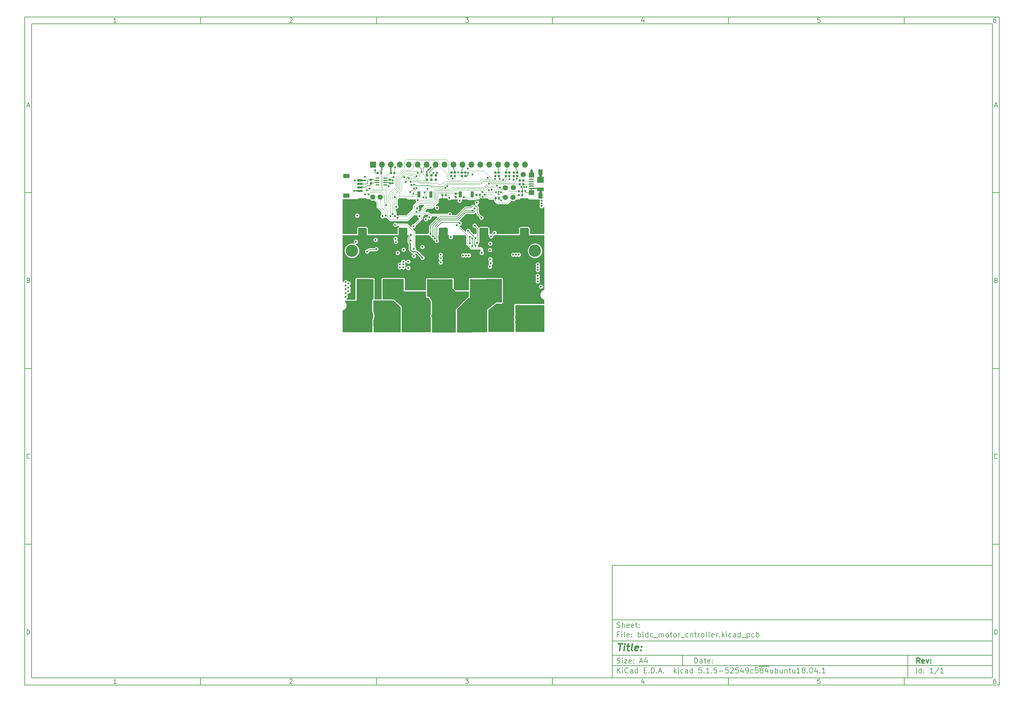
<source format=gbr>
G04 #@! TF.GenerationSoftware,KiCad,Pcbnew,5.1.5-52549c5~84~ubuntu18.04.1*
G04 #@! TF.CreationDate,2020-02-16T22:49:10+01:00*
G04 #@! TF.ProjectId,bldc_motor_cntroller,626c6463-5f6d-46f7-946f-725f636e7472,rev?*
G04 #@! TF.SameCoordinates,Original*
G04 #@! TF.FileFunction,Copper,L4,Bot*
G04 #@! TF.FilePolarity,Positive*
%FSLAX46Y46*%
G04 Gerber Fmt 4.6, Leading zero omitted, Abs format (unit mm)*
G04 Created by KiCad (PCBNEW 5.1.5-52549c5~84~ubuntu18.04.1) date 2020-02-16 22:49:10*
%MOMM*%
%LPD*%
G04 APERTURE LIST*
%ADD10C,0.100000*%
%ADD11C,0.150000*%
%ADD12C,0.300000*%
%ADD13C,0.400000*%
%ADD14C,1.500000*%
%ADD15R,1.900000X1.000000*%
%ADD16R,1.900000X1.800000*%
%ADD17R,1.300000X1.650000*%
%ADD18R,1.550000X1.425000*%
%ADD19R,1.380000X0.450000*%
%ADD20C,3.500000*%
%ADD21C,5.999480*%
%ADD22R,5.999480X5.999480*%
%ADD23O,1.700000X1.700000*%
%ADD24R,1.700000X1.700000*%
%ADD25R,1.060000X0.400000*%
%ADD26R,0.900000X1.700000*%
%ADD27C,6.000000*%
%ADD28C,0.787400*%
%ADD29C,0.600000*%
%ADD30C,0.120000*%
%ADD31C,0.200000*%
%ADD32C,0.800000*%
%ADD33C,0.254000*%
G04 APERTURE END LIST*
D10*
D11*
X177002200Y-166007200D02*
X177002200Y-198007200D01*
X285002200Y-198007200D01*
X285002200Y-166007200D01*
X177002200Y-166007200D01*
D10*
D11*
X10000000Y-10000000D02*
X10000000Y-200007200D01*
X287002200Y-200007200D01*
X287002200Y-10000000D01*
X10000000Y-10000000D01*
D10*
D11*
X12000000Y-12000000D02*
X12000000Y-198007200D01*
X285002200Y-198007200D01*
X285002200Y-12000000D01*
X12000000Y-12000000D01*
D10*
D11*
X60000000Y-12000000D02*
X60000000Y-10000000D01*
D10*
D11*
X110000000Y-12000000D02*
X110000000Y-10000000D01*
D10*
D11*
X160000000Y-12000000D02*
X160000000Y-10000000D01*
D10*
D11*
X210000000Y-12000000D02*
X210000000Y-10000000D01*
D10*
D11*
X260000000Y-12000000D02*
X260000000Y-10000000D01*
D10*
D11*
X36065476Y-11588095D02*
X35322619Y-11588095D01*
X35694047Y-11588095D02*
X35694047Y-10288095D01*
X35570238Y-10473809D01*
X35446428Y-10597619D01*
X35322619Y-10659523D01*
D10*
D11*
X85322619Y-10411904D02*
X85384523Y-10350000D01*
X85508333Y-10288095D01*
X85817857Y-10288095D01*
X85941666Y-10350000D01*
X86003571Y-10411904D01*
X86065476Y-10535714D01*
X86065476Y-10659523D01*
X86003571Y-10845238D01*
X85260714Y-11588095D01*
X86065476Y-11588095D01*
D10*
D11*
X135260714Y-10288095D02*
X136065476Y-10288095D01*
X135632142Y-10783333D01*
X135817857Y-10783333D01*
X135941666Y-10845238D01*
X136003571Y-10907142D01*
X136065476Y-11030952D01*
X136065476Y-11340476D01*
X136003571Y-11464285D01*
X135941666Y-11526190D01*
X135817857Y-11588095D01*
X135446428Y-11588095D01*
X135322619Y-11526190D01*
X135260714Y-11464285D01*
D10*
D11*
X185941666Y-10721428D02*
X185941666Y-11588095D01*
X185632142Y-10226190D02*
X185322619Y-11154761D01*
X186127380Y-11154761D01*
D10*
D11*
X236003571Y-10288095D02*
X235384523Y-10288095D01*
X235322619Y-10907142D01*
X235384523Y-10845238D01*
X235508333Y-10783333D01*
X235817857Y-10783333D01*
X235941666Y-10845238D01*
X236003571Y-10907142D01*
X236065476Y-11030952D01*
X236065476Y-11340476D01*
X236003571Y-11464285D01*
X235941666Y-11526190D01*
X235817857Y-11588095D01*
X235508333Y-11588095D01*
X235384523Y-11526190D01*
X235322619Y-11464285D01*
D10*
D11*
X285941666Y-10288095D02*
X285694047Y-10288095D01*
X285570238Y-10350000D01*
X285508333Y-10411904D01*
X285384523Y-10597619D01*
X285322619Y-10845238D01*
X285322619Y-11340476D01*
X285384523Y-11464285D01*
X285446428Y-11526190D01*
X285570238Y-11588095D01*
X285817857Y-11588095D01*
X285941666Y-11526190D01*
X286003571Y-11464285D01*
X286065476Y-11340476D01*
X286065476Y-11030952D01*
X286003571Y-10907142D01*
X285941666Y-10845238D01*
X285817857Y-10783333D01*
X285570238Y-10783333D01*
X285446428Y-10845238D01*
X285384523Y-10907142D01*
X285322619Y-11030952D01*
D10*
D11*
X60000000Y-198007200D02*
X60000000Y-200007200D01*
D10*
D11*
X110000000Y-198007200D02*
X110000000Y-200007200D01*
D10*
D11*
X160000000Y-198007200D02*
X160000000Y-200007200D01*
D10*
D11*
X210000000Y-198007200D02*
X210000000Y-200007200D01*
D10*
D11*
X260000000Y-198007200D02*
X260000000Y-200007200D01*
D10*
D11*
X36065476Y-199595295D02*
X35322619Y-199595295D01*
X35694047Y-199595295D02*
X35694047Y-198295295D01*
X35570238Y-198481009D01*
X35446428Y-198604819D01*
X35322619Y-198666723D01*
D10*
D11*
X85322619Y-198419104D02*
X85384523Y-198357200D01*
X85508333Y-198295295D01*
X85817857Y-198295295D01*
X85941666Y-198357200D01*
X86003571Y-198419104D01*
X86065476Y-198542914D01*
X86065476Y-198666723D01*
X86003571Y-198852438D01*
X85260714Y-199595295D01*
X86065476Y-199595295D01*
D10*
D11*
X135260714Y-198295295D02*
X136065476Y-198295295D01*
X135632142Y-198790533D01*
X135817857Y-198790533D01*
X135941666Y-198852438D01*
X136003571Y-198914342D01*
X136065476Y-199038152D01*
X136065476Y-199347676D01*
X136003571Y-199471485D01*
X135941666Y-199533390D01*
X135817857Y-199595295D01*
X135446428Y-199595295D01*
X135322619Y-199533390D01*
X135260714Y-199471485D01*
D10*
D11*
X185941666Y-198728628D02*
X185941666Y-199595295D01*
X185632142Y-198233390D02*
X185322619Y-199161961D01*
X186127380Y-199161961D01*
D10*
D11*
X236003571Y-198295295D02*
X235384523Y-198295295D01*
X235322619Y-198914342D01*
X235384523Y-198852438D01*
X235508333Y-198790533D01*
X235817857Y-198790533D01*
X235941666Y-198852438D01*
X236003571Y-198914342D01*
X236065476Y-199038152D01*
X236065476Y-199347676D01*
X236003571Y-199471485D01*
X235941666Y-199533390D01*
X235817857Y-199595295D01*
X235508333Y-199595295D01*
X235384523Y-199533390D01*
X235322619Y-199471485D01*
D10*
D11*
X285941666Y-198295295D02*
X285694047Y-198295295D01*
X285570238Y-198357200D01*
X285508333Y-198419104D01*
X285384523Y-198604819D01*
X285322619Y-198852438D01*
X285322619Y-199347676D01*
X285384523Y-199471485D01*
X285446428Y-199533390D01*
X285570238Y-199595295D01*
X285817857Y-199595295D01*
X285941666Y-199533390D01*
X286003571Y-199471485D01*
X286065476Y-199347676D01*
X286065476Y-199038152D01*
X286003571Y-198914342D01*
X285941666Y-198852438D01*
X285817857Y-198790533D01*
X285570238Y-198790533D01*
X285446428Y-198852438D01*
X285384523Y-198914342D01*
X285322619Y-199038152D01*
D10*
D11*
X10000000Y-60000000D02*
X12000000Y-60000000D01*
D10*
D11*
X10000000Y-110000000D02*
X12000000Y-110000000D01*
D10*
D11*
X10000000Y-160000000D02*
X12000000Y-160000000D01*
D10*
D11*
X10690476Y-35216666D02*
X11309523Y-35216666D01*
X10566666Y-35588095D02*
X11000000Y-34288095D01*
X11433333Y-35588095D01*
D10*
D11*
X11092857Y-84907142D02*
X11278571Y-84969047D01*
X11340476Y-85030952D01*
X11402380Y-85154761D01*
X11402380Y-85340476D01*
X11340476Y-85464285D01*
X11278571Y-85526190D01*
X11154761Y-85588095D01*
X10659523Y-85588095D01*
X10659523Y-84288095D01*
X11092857Y-84288095D01*
X11216666Y-84350000D01*
X11278571Y-84411904D01*
X11340476Y-84535714D01*
X11340476Y-84659523D01*
X11278571Y-84783333D01*
X11216666Y-84845238D01*
X11092857Y-84907142D01*
X10659523Y-84907142D01*
D10*
D11*
X11402380Y-135464285D02*
X11340476Y-135526190D01*
X11154761Y-135588095D01*
X11030952Y-135588095D01*
X10845238Y-135526190D01*
X10721428Y-135402380D01*
X10659523Y-135278571D01*
X10597619Y-135030952D01*
X10597619Y-134845238D01*
X10659523Y-134597619D01*
X10721428Y-134473809D01*
X10845238Y-134350000D01*
X11030952Y-134288095D01*
X11154761Y-134288095D01*
X11340476Y-134350000D01*
X11402380Y-134411904D01*
D10*
D11*
X10659523Y-185588095D02*
X10659523Y-184288095D01*
X10969047Y-184288095D01*
X11154761Y-184350000D01*
X11278571Y-184473809D01*
X11340476Y-184597619D01*
X11402380Y-184845238D01*
X11402380Y-185030952D01*
X11340476Y-185278571D01*
X11278571Y-185402380D01*
X11154761Y-185526190D01*
X10969047Y-185588095D01*
X10659523Y-185588095D01*
D10*
D11*
X287002200Y-60000000D02*
X285002200Y-60000000D01*
D10*
D11*
X287002200Y-110000000D02*
X285002200Y-110000000D01*
D10*
D11*
X287002200Y-160000000D02*
X285002200Y-160000000D01*
D10*
D11*
X285692676Y-35216666D02*
X286311723Y-35216666D01*
X285568866Y-35588095D02*
X286002200Y-34288095D01*
X286435533Y-35588095D01*
D10*
D11*
X286095057Y-84907142D02*
X286280771Y-84969047D01*
X286342676Y-85030952D01*
X286404580Y-85154761D01*
X286404580Y-85340476D01*
X286342676Y-85464285D01*
X286280771Y-85526190D01*
X286156961Y-85588095D01*
X285661723Y-85588095D01*
X285661723Y-84288095D01*
X286095057Y-84288095D01*
X286218866Y-84350000D01*
X286280771Y-84411904D01*
X286342676Y-84535714D01*
X286342676Y-84659523D01*
X286280771Y-84783333D01*
X286218866Y-84845238D01*
X286095057Y-84907142D01*
X285661723Y-84907142D01*
D10*
D11*
X286404580Y-135464285D02*
X286342676Y-135526190D01*
X286156961Y-135588095D01*
X286033152Y-135588095D01*
X285847438Y-135526190D01*
X285723628Y-135402380D01*
X285661723Y-135278571D01*
X285599819Y-135030952D01*
X285599819Y-134845238D01*
X285661723Y-134597619D01*
X285723628Y-134473809D01*
X285847438Y-134350000D01*
X286033152Y-134288095D01*
X286156961Y-134288095D01*
X286342676Y-134350000D01*
X286404580Y-134411904D01*
D10*
D11*
X285661723Y-185588095D02*
X285661723Y-184288095D01*
X285971247Y-184288095D01*
X286156961Y-184350000D01*
X286280771Y-184473809D01*
X286342676Y-184597619D01*
X286404580Y-184845238D01*
X286404580Y-185030952D01*
X286342676Y-185278571D01*
X286280771Y-185402380D01*
X286156961Y-185526190D01*
X285971247Y-185588095D01*
X285661723Y-185588095D01*
D10*
D11*
X200434342Y-193785771D02*
X200434342Y-192285771D01*
X200791485Y-192285771D01*
X201005771Y-192357200D01*
X201148628Y-192500057D01*
X201220057Y-192642914D01*
X201291485Y-192928628D01*
X201291485Y-193142914D01*
X201220057Y-193428628D01*
X201148628Y-193571485D01*
X201005771Y-193714342D01*
X200791485Y-193785771D01*
X200434342Y-193785771D01*
X202577200Y-193785771D02*
X202577200Y-193000057D01*
X202505771Y-192857200D01*
X202362914Y-192785771D01*
X202077200Y-192785771D01*
X201934342Y-192857200D01*
X202577200Y-193714342D02*
X202434342Y-193785771D01*
X202077200Y-193785771D01*
X201934342Y-193714342D01*
X201862914Y-193571485D01*
X201862914Y-193428628D01*
X201934342Y-193285771D01*
X202077200Y-193214342D01*
X202434342Y-193214342D01*
X202577200Y-193142914D01*
X203077200Y-192785771D02*
X203648628Y-192785771D01*
X203291485Y-192285771D02*
X203291485Y-193571485D01*
X203362914Y-193714342D01*
X203505771Y-193785771D01*
X203648628Y-193785771D01*
X204720057Y-193714342D02*
X204577200Y-193785771D01*
X204291485Y-193785771D01*
X204148628Y-193714342D01*
X204077200Y-193571485D01*
X204077200Y-193000057D01*
X204148628Y-192857200D01*
X204291485Y-192785771D01*
X204577200Y-192785771D01*
X204720057Y-192857200D01*
X204791485Y-193000057D01*
X204791485Y-193142914D01*
X204077200Y-193285771D01*
X205434342Y-193642914D02*
X205505771Y-193714342D01*
X205434342Y-193785771D01*
X205362914Y-193714342D01*
X205434342Y-193642914D01*
X205434342Y-193785771D01*
X205434342Y-192857200D02*
X205505771Y-192928628D01*
X205434342Y-193000057D01*
X205362914Y-192928628D01*
X205434342Y-192857200D01*
X205434342Y-193000057D01*
D10*
D11*
X177002200Y-194507200D02*
X285002200Y-194507200D01*
D10*
D11*
X178434342Y-196585771D02*
X178434342Y-195085771D01*
X179291485Y-196585771D02*
X178648628Y-195728628D01*
X179291485Y-195085771D02*
X178434342Y-195942914D01*
X179934342Y-196585771D02*
X179934342Y-195585771D01*
X179934342Y-195085771D02*
X179862914Y-195157200D01*
X179934342Y-195228628D01*
X180005771Y-195157200D01*
X179934342Y-195085771D01*
X179934342Y-195228628D01*
X181505771Y-196442914D02*
X181434342Y-196514342D01*
X181220057Y-196585771D01*
X181077200Y-196585771D01*
X180862914Y-196514342D01*
X180720057Y-196371485D01*
X180648628Y-196228628D01*
X180577200Y-195942914D01*
X180577200Y-195728628D01*
X180648628Y-195442914D01*
X180720057Y-195300057D01*
X180862914Y-195157200D01*
X181077200Y-195085771D01*
X181220057Y-195085771D01*
X181434342Y-195157200D01*
X181505771Y-195228628D01*
X182791485Y-196585771D02*
X182791485Y-195800057D01*
X182720057Y-195657200D01*
X182577200Y-195585771D01*
X182291485Y-195585771D01*
X182148628Y-195657200D01*
X182791485Y-196514342D02*
X182648628Y-196585771D01*
X182291485Y-196585771D01*
X182148628Y-196514342D01*
X182077200Y-196371485D01*
X182077200Y-196228628D01*
X182148628Y-196085771D01*
X182291485Y-196014342D01*
X182648628Y-196014342D01*
X182791485Y-195942914D01*
X184148628Y-196585771D02*
X184148628Y-195085771D01*
X184148628Y-196514342D02*
X184005771Y-196585771D01*
X183720057Y-196585771D01*
X183577200Y-196514342D01*
X183505771Y-196442914D01*
X183434342Y-196300057D01*
X183434342Y-195871485D01*
X183505771Y-195728628D01*
X183577200Y-195657200D01*
X183720057Y-195585771D01*
X184005771Y-195585771D01*
X184148628Y-195657200D01*
X186005771Y-195800057D02*
X186505771Y-195800057D01*
X186720057Y-196585771D02*
X186005771Y-196585771D01*
X186005771Y-195085771D01*
X186720057Y-195085771D01*
X187362914Y-196442914D02*
X187434342Y-196514342D01*
X187362914Y-196585771D01*
X187291485Y-196514342D01*
X187362914Y-196442914D01*
X187362914Y-196585771D01*
X188077200Y-196585771D02*
X188077200Y-195085771D01*
X188434342Y-195085771D01*
X188648628Y-195157200D01*
X188791485Y-195300057D01*
X188862914Y-195442914D01*
X188934342Y-195728628D01*
X188934342Y-195942914D01*
X188862914Y-196228628D01*
X188791485Y-196371485D01*
X188648628Y-196514342D01*
X188434342Y-196585771D01*
X188077200Y-196585771D01*
X189577200Y-196442914D02*
X189648628Y-196514342D01*
X189577200Y-196585771D01*
X189505771Y-196514342D01*
X189577200Y-196442914D01*
X189577200Y-196585771D01*
X190220057Y-196157200D02*
X190934342Y-196157200D01*
X190077200Y-196585771D02*
X190577200Y-195085771D01*
X191077200Y-196585771D01*
X191577200Y-196442914D02*
X191648628Y-196514342D01*
X191577200Y-196585771D01*
X191505771Y-196514342D01*
X191577200Y-196442914D01*
X191577200Y-196585771D01*
X194577200Y-196585771D02*
X194577200Y-195085771D01*
X194720057Y-196014342D02*
X195148628Y-196585771D01*
X195148628Y-195585771D02*
X194577200Y-196157200D01*
X195791485Y-196585771D02*
X195791485Y-195585771D01*
X195791485Y-195085771D02*
X195720057Y-195157200D01*
X195791485Y-195228628D01*
X195862914Y-195157200D01*
X195791485Y-195085771D01*
X195791485Y-195228628D01*
X197148628Y-196514342D02*
X197005771Y-196585771D01*
X196720057Y-196585771D01*
X196577200Y-196514342D01*
X196505771Y-196442914D01*
X196434342Y-196300057D01*
X196434342Y-195871485D01*
X196505771Y-195728628D01*
X196577200Y-195657200D01*
X196720057Y-195585771D01*
X197005771Y-195585771D01*
X197148628Y-195657200D01*
X198434342Y-196585771D02*
X198434342Y-195800057D01*
X198362914Y-195657200D01*
X198220057Y-195585771D01*
X197934342Y-195585771D01*
X197791485Y-195657200D01*
X198434342Y-196514342D02*
X198291485Y-196585771D01*
X197934342Y-196585771D01*
X197791485Y-196514342D01*
X197720057Y-196371485D01*
X197720057Y-196228628D01*
X197791485Y-196085771D01*
X197934342Y-196014342D01*
X198291485Y-196014342D01*
X198434342Y-195942914D01*
X199791485Y-196585771D02*
X199791485Y-195085771D01*
X199791485Y-196514342D02*
X199648628Y-196585771D01*
X199362914Y-196585771D01*
X199220057Y-196514342D01*
X199148628Y-196442914D01*
X199077200Y-196300057D01*
X199077200Y-195871485D01*
X199148628Y-195728628D01*
X199220057Y-195657200D01*
X199362914Y-195585771D01*
X199648628Y-195585771D01*
X199791485Y-195657200D01*
X202362914Y-195085771D02*
X201648628Y-195085771D01*
X201577200Y-195800057D01*
X201648628Y-195728628D01*
X201791485Y-195657200D01*
X202148628Y-195657200D01*
X202291485Y-195728628D01*
X202362914Y-195800057D01*
X202434342Y-195942914D01*
X202434342Y-196300057D01*
X202362914Y-196442914D01*
X202291485Y-196514342D01*
X202148628Y-196585771D01*
X201791485Y-196585771D01*
X201648628Y-196514342D01*
X201577200Y-196442914D01*
X203077200Y-196442914D02*
X203148628Y-196514342D01*
X203077200Y-196585771D01*
X203005771Y-196514342D01*
X203077200Y-196442914D01*
X203077200Y-196585771D01*
X204577200Y-196585771D02*
X203720057Y-196585771D01*
X204148628Y-196585771D02*
X204148628Y-195085771D01*
X204005771Y-195300057D01*
X203862914Y-195442914D01*
X203720057Y-195514342D01*
X205220057Y-196442914D02*
X205291485Y-196514342D01*
X205220057Y-196585771D01*
X205148628Y-196514342D01*
X205220057Y-196442914D01*
X205220057Y-196585771D01*
X206648628Y-195085771D02*
X205934342Y-195085771D01*
X205862914Y-195800057D01*
X205934342Y-195728628D01*
X206077200Y-195657200D01*
X206434342Y-195657200D01*
X206577200Y-195728628D01*
X206648628Y-195800057D01*
X206720057Y-195942914D01*
X206720057Y-196300057D01*
X206648628Y-196442914D01*
X206577200Y-196514342D01*
X206434342Y-196585771D01*
X206077200Y-196585771D01*
X205934342Y-196514342D01*
X205862914Y-196442914D01*
X207362914Y-196014342D02*
X208505771Y-196014342D01*
X209934342Y-195085771D02*
X209220057Y-195085771D01*
X209148628Y-195800057D01*
X209220057Y-195728628D01*
X209362914Y-195657200D01*
X209720057Y-195657200D01*
X209862914Y-195728628D01*
X209934342Y-195800057D01*
X210005771Y-195942914D01*
X210005771Y-196300057D01*
X209934342Y-196442914D01*
X209862914Y-196514342D01*
X209720057Y-196585771D01*
X209362914Y-196585771D01*
X209220057Y-196514342D01*
X209148628Y-196442914D01*
X210577200Y-195228628D02*
X210648628Y-195157200D01*
X210791485Y-195085771D01*
X211148628Y-195085771D01*
X211291485Y-195157200D01*
X211362914Y-195228628D01*
X211434342Y-195371485D01*
X211434342Y-195514342D01*
X211362914Y-195728628D01*
X210505771Y-196585771D01*
X211434342Y-196585771D01*
X212791485Y-195085771D02*
X212077200Y-195085771D01*
X212005771Y-195800057D01*
X212077200Y-195728628D01*
X212220057Y-195657200D01*
X212577200Y-195657200D01*
X212720057Y-195728628D01*
X212791485Y-195800057D01*
X212862914Y-195942914D01*
X212862914Y-196300057D01*
X212791485Y-196442914D01*
X212720057Y-196514342D01*
X212577200Y-196585771D01*
X212220057Y-196585771D01*
X212077200Y-196514342D01*
X212005771Y-196442914D01*
X214148628Y-195585771D02*
X214148628Y-196585771D01*
X213791485Y-195014342D02*
X213434342Y-196085771D01*
X214362914Y-196085771D01*
X215005771Y-196585771D02*
X215291485Y-196585771D01*
X215434342Y-196514342D01*
X215505771Y-196442914D01*
X215648628Y-196228628D01*
X215720057Y-195942914D01*
X215720057Y-195371485D01*
X215648628Y-195228628D01*
X215577200Y-195157200D01*
X215434342Y-195085771D01*
X215148628Y-195085771D01*
X215005771Y-195157200D01*
X214934342Y-195228628D01*
X214862914Y-195371485D01*
X214862914Y-195728628D01*
X214934342Y-195871485D01*
X215005771Y-195942914D01*
X215148628Y-196014342D01*
X215434342Y-196014342D01*
X215577200Y-195942914D01*
X215648628Y-195871485D01*
X215720057Y-195728628D01*
X217005771Y-196514342D02*
X216862914Y-196585771D01*
X216577200Y-196585771D01*
X216434342Y-196514342D01*
X216362914Y-196442914D01*
X216291485Y-196300057D01*
X216291485Y-195871485D01*
X216362914Y-195728628D01*
X216434342Y-195657200D01*
X216577200Y-195585771D01*
X216862914Y-195585771D01*
X217005771Y-195657200D01*
X218362914Y-195085771D02*
X217648628Y-195085771D01*
X217577200Y-195800057D01*
X217648628Y-195728628D01*
X217791485Y-195657200D01*
X218148628Y-195657200D01*
X218291485Y-195728628D01*
X218362914Y-195800057D01*
X218434342Y-195942914D01*
X218434342Y-196300057D01*
X218362914Y-196442914D01*
X218291485Y-196514342D01*
X218148628Y-196585771D01*
X217791485Y-196585771D01*
X217648628Y-196514342D01*
X217577200Y-196442914D01*
X218720057Y-194677200D02*
X220148628Y-194677200D01*
X219291485Y-195728628D02*
X219148628Y-195657200D01*
X219077200Y-195585771D01*
X219005771Y-195442914D01*
X219005771Y-195371485D01*
X219077200Y-195228628D01*
X219148628Y-195157200D01*
X219291485Y-195085771D01*
X219577200Y-195085771D01*
X219720057Y-195157200D01*
X219791485Y-195228628D01*
X219862914Y-195371485D01*
X219862914Y-195442914D01*
X219791485Y-195585771D01*
X219720057Y-195657200D01*
X219577200Y-195728628D01*
X219291485Y-195728628D01*
X219148628Y-195800057D01*
X219077200Y-195871485D01*
X219005771Y-196014342D01*
X219005771Y-196300057D01*
X219077200Y-196442914D01*
X219148628Y-196514342D01*
X219291485Y-196585771D01*
X219577200Y-196585771D01*
X219720057Y-196514342D01*
X219791485Y-196442914D01*
X219862914Y-196300057D01*
X219862914Y-196014342D01*
X219791485Y-195871485D01*
X219720057Y-195800057D01*
X219577200Y-195728628D01*
X220148628Y-194677200D02*
X221577199Y-194677200D01*
X221148628Y-195585771D02*
X221148628Y-196585771D01*
X220791485Y-195014342D02*
X220434342Y-196085771D01*
X221362914Y-196085771D01*
X222577199Y-195585771D02*
X222577199Y-196585771D01*
X221934342Y-195585771D02*
X221934342Y-196371485D01*
X222005771Y-196514342D01*
X222148628Y-196585771D01*
X222362914Y-196585771D01*
X222505771Y-196514342D01*
X222577199Y-196442914D01*
X223291485Y-196585771D02*
X223291485Y-195085771D01*
X223291485Y-195657200D02*
X223434342Y-195585771D01*
X223720057Y-195585771D01*
X223862914Y-195657200D01*
X223934342Y-195728628D01*
X224005771Y-195871485D01*
X224005771Y-196300057D01*
X223934342Y-196442914D01*
X223862914Y-196514342D01*
X223720057Y-196585771D01*
X223434342Y-196585771D01*
X223291485Y-196514342D01*
X225291485Y-195585771D02*
X225291485Y-196585771D01*
X224648628Y-195585771D02*
X224648628Y-196371485D01*
X224720057Y-196514342D01*
X224862914Y-196585771D01*
X225077199Y-196585771D01*
X225220057Y-196514342D01*
X225291485Y-196442914D01*
X226005771Y-195585771D02*
X226005771Y-196585771D01*
X226005771Y-195728628D02*
X226077199Y-195657200D01*
X226220057Y-195585771D01*
X226434342Y-195585771D01*
X226577199Y-195657200D01*
X226648628Y-195800057D01*
X226648628Y-196585771D01*
X227148628Y-195585771D02*
X227720057Y-195585771D01*
X227362914Y-195085771D02*
X227362914Y-196371485D01*
X227434342Y-196514342D01*
X227577200Y-196585771D01*
X227720057Y-196585771D01*
X228862914Y-195585771D02*
X228862914Y-196585771D01*
X228220057Y-195585771D02*
X228220057Y-196371485D01*
X228291485Y-196514342D01*
X228434342Y-196585771D01*
X228648628Y-196585771D01*
X228791485Y-196514342D01*
X228862914Y-196442914D01*
X230362914Y-196585771D02*
X229505771Y-196585771D01*
X229934342Y-196585771D02*
X229934342Y-195085771D01*
X229791485Y-195300057D01*
X229648628Y-195442914D01*
X229505771Y-195514342D01*
X231220057Y-195728628D02*
X231077199Y-195657200D01*
X231005771Y-195585771D01*
X230934342Y-195442914D01*
X230934342Y-195371485D01*
X231005771Y-195228628D01*
X231077199Y-195157200D01*
X231220057Y-195085771D01*
X231505771Y-195085771D01*
X231648628Y-195157200D01*
X231720057Y-195228628D01*
X231791485Y-195371485D01*
X231791485Y-195442914D01*
X231720057Y-195585771D01*
X231648628Y-195657200D01*
X231505771Y-195728628D01*
X231220057Y-195728628D01*
X231077199Y-195800057D01*
X231005771Y-195871485D01*
X230934342Y-196014342D01*
X230934342Y-196300057D01*
X231005771Y-196442914D01*
X231077199Y-196514342D01*
X231220057Y-196585771D01*
X231505771Y-196585771D01*
X231648628Y-196514342D01*
X231720057Y-196442914D01*
X231791485Y-196300057D01*
X231791485Y-196014342D01*
X231720057Y-195871485D01*
X231648628Y-195800057D01*
X231505771Y-195728628D01*
X232434342Y-196442914D02*
X232505771Y-196514342D01*
X232434342Y-196585771D01*
X232362914Y-196514342D01*
X232434342Y-196442914D01*
X232434342Y-196585771D01*
X233434342Y-195085771D02*
X233577199Y-195085771D01*
X233720057Y-195157200D01*
X233791485Y-195228628D01*
X233862914Y-195371485D01*
X233934342Y-195657200D01*
X233934342Y-196014342D01*
X233862914Y-196300057D01*
X233791485Y-196442914D01*
X233720057Y-196514342D01*
X233577199Y-196585771D01*
X233434342Y-196585771D01*
X233291485Y-196514342D01*
X233220057Y-196442914D01*
X233148628Y-196300057D01*
X233077199Y-196014342D01*
X233077199Y-195657200D01*
X233148628Y-195371485D01*
X233220057Y-195228628D01*
X233291485Y-195157200D01*
X233434342Y-195085771D01*
X235220057Y-195585771D02*
X235220057Y-196585771D01*
X234862914Y-195014342D02*
X234505771Y-196085771D01*
X235434342Y-196085771D01*
X236005771Y-196442914D02*
X236077199Y-196514342D01*
X236005771Y-196585771D01*
X235934342Y-196514342D01*
X236005771Y-196442914D01*
X236005771Y-196585771D01*
X237505771Y-196585771D02*
X236648628Y-196585771D01*
X237077199Y-196585771D02*
X237077199Y-195085771D01*
X236934342Y-195300057D01*
X236791485Y-195442914D01*
X236648628Y-195514342D01*
D10*
D11*
X177002200Y-191507200D02*
X285002200Y-191507200D01*
D10*
D12*
X264411485Y-193785771D02*
X263911485Y-193071485D01*
X263554342Y-193785771D02*
X263554342Y-192285771D01*
X264125771Y-192285771D01*
X264268628Y-192357200D01*
X264340057Y-192428628D01*
X264411485Y-192571485D01*
X264411485Y-192785771D01*
X264340057Y-192928628D01*
X264268628Y-193000057D01*
X264125771Y-193071485D01*
X263554342Y-193071485D01*
X265625771Y-193714342D02*
X265482914Y-193785771D01*
X265197200Y-193785771D01*
X265054342Y-193714342D01*
X264982914Y-193571485D01*
X264982914Y-193000057D01*
X265054342Y-192857200D01*
X265197200Y-192785771D01*
X265482914Y-192785771D01*
X265625771Y-192857200D01*
X265697200Y-193000057D01*
X265697200Y-193142914D01*
X264982914Y-193285771D01*
X266197200Y-192785771D02*
X266554342Y-193785771D01*
X266911485Y-192785771D01*
X267482914Y-193642914D02*
X267554342Y-193714342D01*
X267482914Y-193785771D01*
X267411485Y-193714342D01*
X267482914Y-193642914D01*
X267482914Y-193785771D01*
X267482914Y-192857200D02*
X267554342Y-192928628D01*
X267482914Y-193000057D01*
X267411485Y-192928628D01*
X267482914Y-192857200D01*
X267482914Y-193000057D01*
D10*
D11*
X178362914Y-193714342D02*
X178577200Y-193785771D01*
X178934342Y-193785771D01*
X179077200Y-193714342D01*
X179148628Y-193642914D01*
X179220057Y-193500057D01*
X179220057Y-193357200D01*
X179148628Y-193214342D01*
X179077200Y-193142914D01*
X178934342Y-193071485D01*
X178648628Y-193000057D01*
X178505771Y-192928628D01*
X178434342Y-192857200D01*
X178362914Y-192714342D01*
X178362914Y-192571485D01*
X178434342Y-192428628D01*
X178505771Y-192357200D01*
X178648628Y-192285771D01*
X179005771Y-192285771D01*
X179220057Y-192357200D01*
X179862914Y-193785771D02*
X179862914Y-192785771D01*
X179862914Y-192285771D02*
X179791485Y-192357200D01*
X179862914Y-192428628D01*
X179934342Y-192357200D01*
X179862914Y-192285771D01*
X179862914Y-192428628D01*
X180434342Y-192785771D02*
X181220057Y-192785771D01*
X180434342Y-193785771D01*
X181220057Y-193785771D01*
X182362914Y-193714342D02*
X182220057Y-193785771D01*
X181934342Y-193785771D01*
X181791485Y-193714342D01*
X181720057Y-193571485D01*
X181720057Y-193000057D01*
X181791485Y-192857200D01*
X181934342Y-192785771D01*
X182220057Y-192785771D01*
X182362914Y-192857200D01*
X182434342Y-193000057D01*
X182434342Y-193142914D01*
X181720057Y-193285771D01*
X183077200Y-193642914D02*
X183148628Y-193714342D01*
X183077200Y-193785771D01*
X183005771Y-193714342D01*
X183077200Y-193642914D01*
X183077200Y-193785771D01*
X183077200Y-192857200D02*
X183148628Y-192928628D01*
X183077200Y-193000057D01*
X183005771Y-192928628D01*
X183077200Y-192857200D01*
X183077200Y-193000057D01*
X184862914Y-193357200D02*
X185577200Y-193357200D01*
X184720057Y-193785771D02*
X185220057Y-192285771D01*
X185720057Y-193785771D01*
X186862914Y-192785771D02*
X186862914Y-193785771D01*
X186505771Y-192214342D02*
X186148628Y-193285771D01*
X187077200Y-193285771D01*
D10*
D11*
X263434342Y-196585771D02*
X263434342Y-195085771D01*
X264791485Y-196585771D02*
X264791485Y-195085771D01*
X264791485Y-196514342D02*
X264648628Y-196585771D01*
X264362914Y-196585771D01*
X264220057Y-196514342D01*
X264148628Y-196442914D01*
X264077200Y-196300057D01*
X264077200Y-195871485D01*
X264148628Y-195728628D01*
X264220057Y-195657200D01*
X264362914Y-195585771D01*
X264648628Y-195585771D01*
X264791485Y-195657200D01*
X265505771Y-196442914D02*
X265577200Y-196514342D01*
X265505771Y-196585771D01*
X265434342Y-196514342D01*
X265505771Y-196442914D01*
X265505771Y-196585771D01*
X265505771Y-195657200D02*
X265577200Y-195728628D01*
X265505771Y-195800057D01*
X265434342Y-195728628D01*
X265505771Y-195657200D01*
X265505771Y-195800057D01*
X268148628Y-196585771D02*
X267291485Y-196585771D01*
X267720057Y-196585771D02*
X267720057Y-195085771D01*
X267577200Y-195300057D01*
X267434342Y-195442914D01*
X267291485Y-195514342D01*
X269862914Y-195014342D02*
X268577200Y-196942914D01*
X271148628Y-196585771D02*
X270291485Y-196585771D01*
X270720057Y-196585771D02*
X270720057Y-195085771D01*
X270577200Y-195300057D01*
X270434342Y-195442914D01*
X270291485Y-195514342D01*
D10*
D11*
X177002200Y-187507200D02*
X285002200Y-187507200D01*
D10*
D13*
X178714580Y-188211961D02*
X179857438Y-188211961D01*
X179036009Y-190211961D02*
X179286009Y-188211961D01*
X180274104Y-190211961D02*
X180440771Y-188878628D01*
X180524104Y-188211961D02*
X180416961Y-188307200D01*
X180500295Y-188402438D01*
X180607438Y-188307200D01*
X180524104Y-188211961D01*
X180500295Y-188402438D01*
X181107438Y-188878628D02*
X181869342Y-188878628D01*
X181476485Y-188211961D02*
X181262200Y-189926247D01*
X181333628Y-190116723D01*
X181512200Y-190211961D01*
X181702676Y-190211961D01*
X182655057Y-190211961D02*
X182476485Y-190116723D01*
X182405057Y-189926247D01*
X182619342Y-188211961D01*
X184190771Y-190116723D02*
X183988390Y-190211961D01*
X183607438Y-190211961D01*
X183428866Y-190116723D01*
X183357438Y-189926247D01*
X183452676Y-189164342D01*
X183571723Y-188973866D01*
X183774104Y-188878628D01*
X184155057Y-188878628D01*
X184333628Y-188973866D01*
X184405057Y-189164342D01*
X184381247Y-189354819D01*
X183405057Y-189545295D01*
X185155057Y-190021485D02*
X185238390Y-190116723D01*
X185131247Y-190211961D01*
X185047914Y-190116723D01*
X185155057Y-190021485D01*
X185131247Y-190211961D01*
X185286009Y-188973866D02*
X185369342Y-189069104D01*
X185262200Y-189164342D01*
X185178866Y-189069104D01*
X185286009Y-188973866D01*
X185262200Y-189164342D01*
D10*
D11*
X178934342Y-185600057D02*
X178434342Y-185600057D01*
X178434342Y-186385771D02*
X178434342Y-184885771D01*
X179148628Y-184885771D01*
X179720057Y-186385771D02*
X179720057Y-185385771D01*
X179720057Y-184885771D02*
X179648628Y-184957200D01*
X179720057Y-185028628D01*
X179791485Y-184957200D01*
X179720057Y-184885771D01*
X179720057Y-185028628D01*
X180648628Y-186385771D02*
X180505771Y-186314342D01*
X180434342Y-186171485D01*
X180434342Y-184885771D01*
X181791485Y-186314342D02*
X181648628Y-186385771D01*
X181362914Y-186385771D01*
X181220057Y-186314342D01*
X181148628Y-186171485D01*
X181148628Y-185600057D01*
X181220057Y-185457200D01*
X181362914Y-185385771D01*
X181648628Y-185385771D01*
X181791485Y-185457200D01*
X181862914Y-185600057D01*
X181862914Y-185742914D01*
X181148628Y-185885771D01*
X182505771Y-186242914D02*
X182577200Y-186314342D01*
X182505771Y-186385771D01*
X182434342Y-186314342D01*
X182505771Y-186242914D01*
X182505771Y-186385771D01*
X182505771Y-185457200D02*
X182577200Y-185528628D01*
X182505771Y-185600057D01*
X182434342Y-185528628D01*
X182505771Y-185457200D01*
X182505771Y-185600057D01*
X184362914Y-186385771D02*
X184362914Y-184885771D01*
X184362914Y-185457200D02*
X184505771Y-185385771D01*
X184791485Y-185385771D01*
X184934342Y-185457200D01*
X185005771Y-185528628D01*
X185077200Y-185671485D01*
X185077200Y-186100057D01*
X185005771Y-186242914D01*
X184934342Y-186314342D01*
X184791485Y-186385771D01*
X184505771Y-186385771D01*
X184362914Y-186314342D01*
X185934342Y-186385771D02*
X185791485Y-186314342D01*
X185720057Y-186171485D01*
X185720057Y-184885771D01*
X187148628Y-186385771D02*
X187148628Y-184885771D01*
X187148628Y-186314342D02*
X187005771Y-186385771D01*
X186720057Y-186385771D01*
X186577200Y-186314342D01*
X186505771Y-186242914D01*
X186434342Y-186100057D01*
X186434342Y-185671485D01*
X186505771Y-185528628D01*
X186577200Y-185457200D01*
X186720057Y-185385771D01*
X187005771Y-185385771D01*
X187148628Y-185457200D01*
X188505771Y-186314342D02*
X188362914Y-186385771D01*
X188077200Y-186385771D01*
X187934342Y-186314342D01*
X187862914Y-186242914D01*
X187791485Y-186100057D01*
X187791485Y-185671485D01*
X187862914Y-185528628D01*
X187934342Y-185457200D01*
X188077200Y-185385771D01*
X188362914Y-185385771D01*
X188505771Y-185457200D01*
X188791485Y-186528628D02*
X189934342Y-186528628D01*
X190291485Y-186385771D02*
X190291485Y-185385771D01*
X190291485Y-185528628D02*
X190362914Y-185457200D01*
X190505771Y-185385771D01*
X190720057Y-185385771D01*
X190862914Y-185457200D01*
X190934342Y-185600057D01*
X190934342Y-186385771D01*
X190934342Y-185600057D02*
X191005771Y-185457200D01*
X191148628Y-185385771D01*
X191362914Y-185385771D01*
X191505771Y-185457200D01*
X191577200Y-185600057D01*
X191577200Y-186385771D01*
X192505771Y-186385771D02*
X192362914Y-186314342D01*
X192291485Y-186242914D01*
X192220057Y-186100057D01*
X192220057Y-185671485D01*
X192291485Y-185528628D01*
X192362914Y-185457200D01*
X192505771Y-185385771D01*
X192720057Y-185385771D01*
X192862914Y-185457200D01*
X192934342Y-185528628D01*
X193005771Y-185671485D01*
X193005771Y-186100057D01*
X192934342Y-186242914D01*
X192862914Y-186314342D01*
X192720057Y-186385771D01*
X192505771Y-186385771D01*
X193434342Y-185385771D02*
X194005771Y-185385771D01*
X193648628Y-184885771D02*
X193648628Y-186171485D01*
X193720057Y-186314342D01*
X193862914Y-186385771D01*
X194005771Y-186385771D01*
X194720057Y-186385771D02*
X194577200Y-186314342D01*
X194505771Y-186242914D01*
X194434342Y-186100057D01*
X194434342Y-185671485D01*
X194505771Y-185528628D01*
X194577200Y-185457200D01*
X194720057Y-185385771D01*
X194934342Y-185385771D01*
X195077200Y-185457200D01*
X195148628Y-185528628D01*
X195220057Y-185671485D01*
X195220057Y-186100057D01*
X195148628Y-186242914D01*
X195077200Y-186314342D01*
X194934342Y-186385771D01*
X194720057Y-186385771D01*
X195862914Y-186385771D02*
X195862914Y-185385771D01*
X195862914Y-185671485D02*
X195934342Y-185528628D01*
X196005771Y-185457200D01*
X196148628Y-185385771D01*
X196291485Y-185385771D01*
X196434342Y-186528628D02*
X197577200Y-186528628D01*
X198577200Y-186314342D02*
X198434342Y-186385771D01*
X198148628Y-186385771D01*
X198005771Y-186314342D01*
X197934342Y-186242914D01*
X197862914Y-186100057D01*
X197862914Y-185671485D01*
X197934342Y-185528628D01*
X198005771Y-185457200D01*
X198148628Y-185385771D01*
X198434342Y-185385771D01*
X198577200Y-185457200D01*
X199220057Y-185385771D02*
X199220057Y-186385771D01*
X199220057Y-185528628D02*
X199291485Y-185457200D01*
X199434342Y-185385771D01*
X199648628Y-185385771D01*
X199791485Y-185457200D01*
X199862914Y-185600057D01*
X199862914Y-186385771D01*
X200362914Y-185385771D02*
X200934342Y-185385771D01*
X200577200Y-184885771D02*
X200577200Y-186171485D01*
X200648628Y-186314342D01*
X200791485Y-186385771D01*
X200934342Y-186385771D01*
X201434342Y-186385771D02*
X201434342Y-185385771D01*
X201434342Y-185671485D02*
X201505771Y-185528628D01*
X201577200Y-185457200D01*
X201720057Y-185385771D01*
X201862914Y-185385771D01*
X202577200Y-186385771D02*
X202434342Y-186314342D01*
X202362914Y-186242914D01*
X202291485Y-186100057D01*
X202291485Y-185671485D01*
X202362914Y-185528628D01*
X202434342Y-185457200D01*
X202577200Y-185385771D01*
X202791485Y-185385771D01*
X202934342Y-185457200D01*
X203005771Y-185528628D01*
X203077200Y-185671485D01*
X203077200Y-186100057D01*
X203005771Y-186242914D01*
X202934342Y-186314342D01*
X202791485Y-186385771D01*
X202577200Y-186385771D01*
X203934342Y-186385771D02*
X203791485Y-186314342D01*
X203720057Y-186171485D01*
X203720057Y-184885771D01*
X204720057Y-186385771D02*
X204577200Y-186314342D01*
X204505771Y-186171485D01*
X204505771Y-184885771D01*
X205862914Y-186314342D02*
X205720057Y-186385771D01*
X205434342Y-186385771D01*
X205291485Y-186314342D01*
X205220057Y-186171485D01*
X205220057Y-185600057D01*
X205291485Y-185457200D01*
X205434342Y-185385771D01*
X205720057Y-185385771D01*
X205862914Y-185457200D01*
X205934342Y-185600057D01*
X205934342Y-185742914D01*
X205220057Y-185885771D01*
X206577200Y-186385771D02*
X206577200Y-185385771D01*
X206577200Y-185671485D02*
X206648628Y-185528628D01*
X206720057Y-185457200D01*
X206862914Y-185385771D01*
X207005771Y-185385771D01*
X207505771Y-186242914D02*
X207577200Y-186314342D01*
X207505771Y-186385771D01*
X207434342Y-186314342D01*
X207505771Y-186242914D01*
X207505771Y-186385771D01*
X208220057Y-186385771D02*
X208220057Y-184885771D01*
X208362914Y-185814342D02*
X208791485Y-186385771D01*
X208791485Y-185385771D02*
X208220057Y-185957200D01*
X209434342Y-186385771D02*
X209434342Y-185385771D01*
X209434342Y-184885771D02*
X209362914Y-184957200D01*
X209434342Y-185028628D01*
X209505771Y-184957200D01*
X209434342Y-184885771D01*
X209434342Y-185028628D01*
X210791485Y-186314342D02*
X210648628Y-186385771D01*
X210362914Y-186385771D01*
X210220057Y-186314342D01*
X210148628Y-186242914D01*
X210077200Y-186100057D01*
X210077200Y-185671485D01*
X210148628Y-185528628D01*
X210220057Y-185457200D01*
X210362914Y-185385771D01*
X210648628Y-185385771D01*
X210791485Y-185457200D01*
X212077200Y-186385771D02*
X212077200Y-185600057D01*
X212005771Y-185457200D01*
X211862914Y-185385771D01*
X211577200Y-185385771D01*
X211434342Y-185457200D01*
X212077200Y-186314342D02*
X211934342Y-186385771D01*
X211577200Y-186385771D01*
X211434342Y-186314342D01*
X211362914Y-186171485D01*
X211362914Y-186028628D01*
X211434342Y-185885771D01*
X211577200Y-185814342D01*
X211934342Y-185814342D01*
X212077200Y-185742914D01*
X213434342Y-186385771D02*
X213434342Y-184885771D01*
X213434342Y-186314342D02*
X213291485Y-186385771D01*
X213005771Y-186385771D01*
X212862914Y-186314342D01*
X212791485Y-186242914D01*
X212720057Y-186100057D01*
X212720057Y-185671485D01*
X212791485Y-185528628D01*
X212862914Y-185457200D01*
X213005771Y-185385771D01*
X213291485Y-185385771D01*
X213434342Y-185457200D01*
X213791485Y-186528628D02*
X214934342Y-186528628D01*
X215291485Y-185385771D02*
X215291485Y-186885771D01*
X215291485Y-185457200D02*
X215434342Y-185385771D01*
X215720057Y-185385771D01*
X215862914Y-185457200D01*
X215934342Y-185528628D01*
X216005771Y-185671485D01*
X216005771Y-186100057D01*
X215934342Y-186242914D01*
X215862914Y-186314342D01*
X215720057Y-186385771D01*
X215434342Y-186385771D01*
X215291485Y-186314342D01*
X217291485Y-186314342D02*
X217148628Y-186385771D01*
X216862914Y-186385771D01*
X216720057Y-186314342D01*
X216648628Y-186242914D01*
X216577200Y-186100057D01*
X216577200Y-185671485D01*
X216648628Y-185528628D01*
X216720057Y-185457200D01*
X216862914Y-185385771D01*
X217148628Y-185385771D01*
X217291485Y-185457200D01*
X217934342Y-186385771D02*
X217934342Y-184885771D01*
X217934342Y-185457200D02*
X218077200Y-185385771D01*
X218362914Y-185385771D01*
X218505771Y-185457200D01*
X218577200Y-185528628D01*
X218648628Y-185671485D01*
X218648628Y-186100057D01*
X218577200Y-186242914D01*
X218505771Y-186314342D01*
X218362914Y-186385771D01*
X218077200Y-186385771D01*
X217934342Y-186314342D01*
D10*
D11*
X177002200Y-181507200D02*
X285002200Y-181507200D01*
D10*
D11*
X178362914Y-183614342D02*
X178577200Y-183685771D01*
X178934342Y-183685771D01*
X179077200Y-183614342D01*
X179148628Y-183542914D01*
X179220057Y-183400057D01*
X179220057Y-183257200D01*
X179148628Y-183114342D01*
X179077200Y-183042914D01*
X178934342Y-182971485D01*
X178648628Y-182900057D01*
X178505771Y-182828628D01*
X178434342Y-182757200D01*
X178362914Y-182614342D01*
X178362914Y-182471485D01*
X178434342Y-182328628D01*
X178505771Y-182257200D01*
X178648628Y-182185771D01*
X179005771Y-182185771D01*
X179220057Y-182257200D01*
X179862914Y-183685771D02*
X179862914Y-182185771D01*
X180505771Y-183685771D02*
X180505771Y-182900057D01*
X180434342Y-182757200D01*
X180291485Y-182685771D01*
X180077200Y-182685771D01*
X179934342Y-182757200D01*
X179862914Y-182828628D01*
X181791485Y-183614342D02*
X181648628Y-183685771D01*
X181362914Y-183685771D01*
X181220057Y-183614342D01*
X181148628Y-183471485D01*
X181148628Y-182900057D01*
X181220057Y-182757200D01*
X181362914Y-182685771D01*
X181648628Y-182685771D01*
X181791485Y-182757200D01*
X181862914Y-182900057D01*
X181862914Y-183042914D01*
X181148628Y-183185771D01*
X183077200Y-183614342D02*
X182934342Y-183685771D01*
X182648628Y-183685771D01*
X182505771Y-183614342D01*
X182434342Y-183471485D01*
X182434342Y-182900057D01*
X182505771Y-182757200D01*
X182648628Y-182685771D01*
X182934342Y-182685771D01*
X183077200Y-182757200D01*
X183148628Y-182900057D01*
X183148628Y-183042914D01*
X182434342Y-183185771D01*
X183577200Y-182685771D02*
X184148628Y-182685771D01*
X183791485Y-182185771D02*
X183791485Y-183471485D01*
X183862914Y-183614342D01*
X184005771Y-183685771D01*
X184148628Y-183685771D01*
X184648628Y-183542914D02*
X184720057Y-183614342D01*
X184648628Y-183685771D01*
X184577200Y-183614342D01*
X184648628Y-183542914D01*
X184648628Y-183685771D01*
X184648628Y-182757200D02*
X184720057Y-182828628D01*
X184648628Y-182900057D01*
X184577200Y-182828628D01*
X184648628Y-182757200D01*
X184648628Y-182900057D01*
D10*
D11*
X197002200Y-191507200D02*
X197002200Y-194507200D01*
D10*
D11*
X261002200Y-191507200D02*
X261002200Y-198007200D01*
D14*
X146600000Y-58600000D03*
G04 #@! TA.AperFunction,SMDPad,CuDef*
D10*
G36*
X102099505Y-54601204D02*
G01*
X102123773Y-54604804D01*
X102147572Y-54610765D01*
X102170671Y-54619030D01*
X102192850Y-54629520D01*
X102213893Y-54642132D01*
X102233599Y-54656747D01*
X102251777Y-54673223D01*
X102268253Y-54691401D01*
X102282868Y-54711107D01*
X102295480Y-54732150D01*
X102305970Y-54754329D01*
X102314235Y-54777428D01*
X102320196Y-54801227D01*
X102323796Y-54825495D01*
X102325000Y-54849999D01*
X102325000Y-55550001D01*
X102323796Y-55574505D01*
X102320196Y-55598773D01*
X102314235Y-55622572D01*
X102305970Y-55645671D01*
X102295480Y-55667850D01*
X102282868Y-55688893D01*
X102268253Y-55708599D01*
X102251777Y-55726777D01*
X102233599Y-55743253D01*
X102213893Y-55757868D01*
X102192850Y-55770480D01*
X102170671Y-55780970D01*
X102147572Y-55789235D01*
X102123773Y-55795196D01*
X102099505Y-55798796D01*
X102075001Y-55800000D01*
X100774999Y-55800000D01*
X100750495Y-55798796D01*
X100726227Y-55795196D01*
X100702428Y-55789235D01*
X100679329Y-55780970D01*
X100657150Y-55770480D01*
X100636107Y-55757868D01*
X100616401Y-55743253D01*
X100598223Y-55726777D01*
X100581747Y-55708599D01*
X100567132Y-55688893D01*
X100554520Y-55667850D01*
X100544030Y-55645671D01*
X100535765Y-55622572D01*
X100529804Y-55598773D01*
X100526204Y-55574505D01*
X100525000Y-55550001D01*
X100525000Y-54849999D01*
X100526204Y-54825495D01*
X100529804Y-54801227D01*
X100535765Y-54777428D01*
X100544030Y-54754329D01*
X100554520Y-54732150D01*
X100567132Y-54711107D01*
X100581747Y-54691401D01*
X100598223Y-54673223D01*
X100616401Y-54656747D01*
X100636107Y-54642132D01*
X100657150Y-54629520D01*
X100679329Y-54619030D01*
X100702428Y-54610765D01*
X100726227Y-54604804D01*
X100750495Y-54601204D01*
X100774999Y-54600000D01*
X102075001Y-54600000D01*
X102099505Y-54601204D01*
G37*
G04 #@! TD.AperFunction*
G04 #@! TA.AperFunction,SMDPad,CuDef*
G36*
X102099505Y-60201204D02*
G01*
X102123773Y-60204804D01*
X102147572Y-60210765D01*
X102170671Y-60219030D01*
X102192850Y-60229520D01*
X102213893Y-60242132D01*
X102233599Y-60256747D01*
X102251777Y-60273223D01*
X102268253Y-60291401D01*
X102282868Y-60311107D01*
X102295480Y-60332150D01*
X102305970Y-60354329D01*
X102314235Y-60377428D01*
X102320196Y-60401227D01*
X102323796Y-60425495D01*
X102325000Y-60449999D01*
X102325000Y-61150001D01*
X102323796Y-61174505D01*
X102320196Y-61198773D01*
X102314235Y-61222572D01*
X102305970Y-61245671D01*
X102295480Y-61267850D01*
X102282868Y-61288893D01*
X102268253Y-61308599D01*
X102251777Y-61326777D01*
X102233599Y-61343253D01*
X102213893Y-61357868D01*
X102192850Y-61370480D01*
X102170671Y-61380970D01*
X102147572Y-61389235D01*
X102123773Y-61395196D01*
X102099505Y-61398796D01*
X102075001Y-61400000D01*
X100774999Y-61400000D01*
X100750495Y-61398796D01*
X100726227Y-61395196D01*
X100702428Y-61389235D01*
X100679329Y-61380970D01*
X100657150Y-61370480D01*
X100636107Y-61357868D01*
X100616401Y-61343253D01*
X100598223Y-61326777D01*
X100581747Y-61308599D01*
X100567132Y-61288893D01*
X100554520Y-61267850D01*
X100544030Y-61245671D01*
X100535765Y-61222572D01*
X100529804Y-61198773D01*
X100526204Y-61174505D01*
X100525000Y-61150001D01*
X100525000Y-60449999D01*
X100526204Y-60425495D01*
X100529804Y-60401227D01*
X100535765Y-60377428D01*
X100544030Y-60354329D01*
X100554520Y-60332150D01*
X100567132Y-60311107D01*
X100581747Y-60291401D01*
X100598223Y-60273223D01*
X100616401Y-60256747D01*
X100636107Y-60242132D01*
X100657150Y-60229520D01*
X100679329Y-60219030D01*
X100702428Y-60210765D01*
X100726227Y-60204804D01*
X100750495Y-60201204D01*
X100774999Y-60200000D01*
X102075001Y-60200000D01*
X102099505Y-60201204D01*
G37*
G04 #@! TD.AperFunction*
G04 #@! TA.AperFunction,SMDPad,CuDef*
G36*
X105939703Y-56200722D02*
G01*
X105954264Y-56202882D01*
X105968543Y-56206459D01*
X105982403Y-56211418D01*
X105995710Y-56217712D01*
X106008336Y-56225280D01*
X106020159Y-56234048D01*
X106031066Y-56243934D01*
X106040952Y-56254841D01*
X106049720Y-56266664D01*
X106057288Y-56279290D01*
X106063582Y-56292597D01*
X106068541Y-56306457D01*
X106072118Y-56320736D01*
X106074278Y-56335297D01*
X106075000Y-56350000D01*
X106075000Y-56650000D01*
X106074278Y-56664703D01*
X106072118Y-56679264D01*
X106068541Y-56693543D01*
X106063582Y-56707403D01*
X106057288Y-56720710D01*
X106049720Y-56733336D01*
X106040952Y-56745159D01*
X106031066Y-56756066D01*
X106020159Y-56765952D01*
X106008336Y-56774720D01*
X105995710Y-56782288D01*
X105982403Y-56788582D01*
X105968543Y-56793541D01*
X105954264Y-56797118D01*
X105939703Y-56799278D01*
X105925000Y-56800000D01*
X104675000Y-56800000D01*
X104660297Y-56799278D01*
X104645736Y-56797118D01*
X104631457Y-56793541D01*
X104617597Y-56788582D01*
X104604290Y-56782288D01*
X104591664Y-56774720D01*
X104579841Y-56765952D01*
X104568934Y-56756066D01*
X104559048Y-56745159D01*
X104550280Y-56733336D01*
X104542712Y-56720710D01*
X104536418Y-56707403D01*
X104531459Y-56693543D01*
X104527882Y-56679264D01*
X104525722Y-56664703D01*
X104525000Y-56650000D01*
X104525000Y-56350000D01*
X104525722Y-56335297D01*
X104527882Y-56320736D01*
X104531459Y-56306457D01*
X104536418Y-56292597D01*
X104542712Y-56279290D01*
X104550280Y-56266664D01*
X104559048Y-56254841D01*
X104568934Y-56243934D01*
X104579841Y-56234048D01*
X104591664Y-56225280D01*
X104604290Y-56217712D01*
X104617597Y-56211418D01*
X104631457Y-56206459D01*
X104645736Y-56202882D01*
X104660297Y-56200722D01*
X104675000Y-56200000D01*
X105925000Y-56200000D01*
X105939703Y-56200722D01*
G37*
G04 #@! TD.AperFunction*
G04 #@! TA.AperFunction,SMDPad,CuDef*
G36*
X105939703Y-57200722D02*
G01*
X105954264Y-57202882D01*
X105968543Y-57206459D01*
X105982403Y-57211418D01*
X105995710Y-57217712D01*
X106008336Y-57225280D01*
X106020159Y-57234048D01*
X106031066Y-57243934D01*
X106040952Y-57254841D01*
X106049720Y-57266664D01*
X106057288Y-57279290D01*
X106063582Y-57292597D01*
X106068541Y-57306457D01*
X106072118Y-57320736D01*
X106074278Y-57335297D01*
X106075000Y-57350000D01*
X106075000Y-57650000D01*
X106074278Y-57664703D01*
X106072118Y-57679264D01*
X106068541Y-57693543D01*
X106063582Y-57707403D01*
X106057288Y-57720710D01*
X106049720Y-57733336D01*
X106040952Y-57745159D01*
X106031066Y-57756066D01*
X106020159Y-57765952D01*
X106008336Y-57774720D01*
X105995710Y-57782288D01*
X105982403Y-57788582D01*
X105968543Y-57793541D01*
X105954264Y-57797118D01*
X105939703Y-57799278D01*
X105925000Y-57800000D01*
X104675000Y-57800000D01*
X104660297Y-57799278D01*
X104645736Y-57797118D01*
X104631457Y-57793541D01*
X104617597Y-57788582D01*
X104604290Y-57782288D01*
X104591664Y-57774720D01*
X104579841Y-57765952D01*
X104568934Y-57756066D01*
X104559048Y-57745159D01*
X104550280Y-57733336D01*
X104542712Y-57720710D01*
X104536418Y-57707403D01*
X104531459Y-57693543D01*
X104527882Y-57679264D01*
X104525722Y-57664703D01*
X104525000Y-57650000D01*
X104525000Y-57350000D01*
X104525722Y-57335297D01*
X104527882Y-57320736D01*
X104531459Y-57306457D01*
X104536418Y-57292597D01*
X104542712Y-57279290D01*
X104550280Y-57266664D01*
X104559048Y-57254841D01*
X104568934Y-57243934D01*
X104579841Y-57234048D01*
X104591664Y-57225280D01*
X104604290Y-57217712D01*
X104617597Y-57211418D01*
X104631457Y-57206459D01*
X104645736Y-57202882D01*
X104660297Y-57200722D01*
X104675000Y-57200000D01*
X105925000Y-57200000D01*
X105939703Y-57200722D01*
G37*
G04 #@! TD.AperFunction*
G04 #@! TA.AperFunction,SMDPad,CuDef*
G36*
X105939703Y-58200722D02*
G01*
X105954264Y-58202882D01*
X105968543Y-58206459D01*
X105982403Y-58211418D01*
X105995710Y-58217712D01*
X106008336Y-58225280D01*
X106020159Y-58234048D01*
X106031066Y-58243934D01*
X106040952Y-58254841D01*
X106049720Y-58266664D01*
X106057288Y-58279290D01*
X106063582Y-58292597D01*
X106068541Y-58306457D01*
X106072118Y-58320736D01*
X106074278Y-58335297D01*
X106075000Y-58350000D01*
X106075000Y-58650000D01*
X106074278Y-58664703D01*
X106072118Y-58679264D01*
X106068541Y-58693543D01*
X106063582Y-58707403D01*
X106057288Y-58720710D01*
X106049720Y-58733336D01*
X106040952Y-58745159D01*
X106031066Y-58756066D01*
X106020159Y-58765952D01*
X106008336Y-58774720D01*
X105995710Y-58782288D01*
X105982403Y-58788582D01*
X105968543Y-58793541D01*
X105954264Y-58797118D01*
X105939703Y-58799278D01*
X105925000Y-58800000D01*
X104675000Y-58800000D01*
X104660297Y-58799278D01*
X104645736Y-58797118D01*
X104631457Y-58793541D01*
X104617597Y-58788582D01*
X104604290Y-58782288D01*
X104591664Y-58774720D01*
X104579841Y-58765952D01*
X104568934Y-58756066D01*
X104559048Y-58745159D01*
X104550280Y-58733336D01*
X104542712Y-58720710D01*
X104536418Y-58707403D01*
X104531459Y-58693543D01*
X104527882Y-58679264D01*
X104525722Y-58664703D01*
X104525000Y-58650000D01*
X104525000Y-58350000D01*
X104525722Y-58335297D01*
X104527882Y-58320736D01*
X104531459Y-58306457D01*
X104536418Y-58292597D01*
X104542712Y-58279290D01*
X104550280Y-58266664D01*
X104559048Y-58254841D01*
X104568934Y-58243934D01*
X104579841Y-58234048D01*
X104591664Y-58225280D01*
X104604290Y-58217712D01*
X104617597Y-58211418D01*
X104631457Y-58206459D01*
X104645736Y-58202882D01*
X104660297Y-58200722D01*
X104675000Y-58200000D01*
X105925000Y-58200000D01*
X105939703Y-58200722D01*
G37*
G04 #@! TD.AperFunction*
G04 #@! TA.AperFunction,SMDPad,CuDef*
G36*
X105939703Y-59200722D02*
G01*
X105954264Y-59202882D01*
X105968543Y-59206459D01*
X105982403Y-59211418D01*
X105995710Y-59217712D01*
X106008336Y-59225280D01*
X106020159Y-59234048D01*
X106031066Y-59243934D01*
X106040952Y-59254841D01*
X106049720Y-59266664D01*
X106057288Y-59279290D01*
X106063582Y-59292597D01*
X106068541Y-59306457D01*
X106072118Y-59320736D01*
X106074278Y-59335297D01*
X106075000Y-59350000D01*
X106075000Y-59650000D01*
X106074278Y-59664703D01*
X106072118Y-59679264D01*
X106068541Y-59693543D01*
X106063582Y-59707403D01*
X106057288Y-59720710D01*
X106049720Y-59733336D01*
X106040952Y-59745159D01*
X106031066Y-59756066D01*
X106020159Y-59765952D01*
X106008336Y-59774720D01*
X105995710Y-59782288D01*
X105982403Y-59788582D01*
X105968543Y-59793541D01*
X105954264Y-59797118D01*
X105939703Y-59799278D01*
X105925000Y-59800000D01*
X104675000Y-59800000D01*
X104660297Y-59799278D01*
X104645736Y-59797118D01*
X104631457Y-59793541D01*
X104617597Y-59788582D01*
X104604290Y-59782288D01*
X104591664Y-59774720D01*
X104579841Y-59765952D01*
X104568934Y-59756066D01*
X104559048Y-59745159D01*
X104550280Y-59733336D01*
X104542712Y-59720710D01*
X104536418Y-59707403D01*
X104531459Y-59693543D01*
X104527882Y-59679264D01*
X104525722Y-59664703D01*
X104525000Y-59650000D01*
X104525000Y-59350000D01*
X104525722Y-59335297D01*
X104527882Y-59320736D01*
X104531459Y-59306457D01*
X104536418Y-59292597D01*
X104542712Y-59279290D01*
X104550280Y-59266664D01*
X104559048Y-59254841D01*
X104568934Y-59243934D01*
X104579841Y-59234048D01*
X104591664Y-59225280D01*
X104604290Y-59217712D01*
X104617597Y-59211418D01*
X104631457Y-59206459D01*
X104645736Y-59202882D01*
X104660297Y-59200722D01*
X104675000Y-59200000D01*
X105925000Y-59200000D01*
X105939703Y-59200722D01*
G37*
G04 #@! TD.AperFunction*
D15*
X156600000Y-59050000D03*
D16*
X156600000Y-56350000D03*
D17*
X156600000Y-60875000D03*
X156600000Y-54125000D03*
D18*
X154025000Y-59987500D03*
X154025000Y-55012500D03*
D19*
X153940000Y-58800000D03*
X153940000Y-58150000D03*
X153940000Y-57500000D03*
X153940000Y-56850000D03*
X153940000Y-56200000D03*
D20*
X103000000Y-76500000D03*
X155000000Y-76500000D03*
G04 #@! TA.AperFunction,SMDPad,CuDef*
D10*
G36*
X107024504Y-61601204D02*
G01*
X107048773Y-61604804D01*
X107072571Y-61610765D01*
X107095671Y-61619030D01*
X107117849Y-61629520D01*
X107138893Y-61642133D01*
X107158598Y-61656747D01*
X107176777Y-61673223D01*
X107193253Y-61691402D01*
X107207867Y-61711107D01*
X107220480Y-61732151D01*
X107230970Y-61754329D01*
X107239235Y-61777429D01*
X107245196Y-61801227D01*
X107248796Y-61825496D01*
X107250000Y-61850000D01*
X107250000Y-65750000D01*
X107248796Y-65774504D01*
X107245196Y-65798773D01*
X107239235Y-65822571D01*
X107230970Y-65845671D01*
X107220480Y-65867849D01*
X107207867Y-65888893D01*
X107193253Y-65908598D01*
X107176777Y-65926777D01*
X107158598Y-65943253D01*
X107138893Y-65957867D01*
X107117849Y-65970480D01*
X107095671Y-65980970D01*
X107072571Y-65989235D01*
X107048773Y-65995196D01*
X107024504Y-65998796D01*
X107000000Y-66000000D01*
X105000000Y-66000000D01*
X104975496Y-65998796D01*
X104951227Y-65995196D01*
X104927429Y-65989235D01*
X104904329Y-65980970D01*
X104882151Y-65970480D01*
X104861107Y-65957867D01*
X104841402Y-65943253D01*
X104823223Y-65926777D01*
X104806747Y-65908598D01*
X104792133Y-65888893D01*
X104779520Y-65867849D01*
X104769030Y-65845671D01*
X104760765Y-65822571D01*
X104754804Y-65798773D01*
X104751204Y-65774504D01*
X104750000Y-65750000D01*
X104750000Y-61850000D01*
X104751204Y-61825496D01*
X104754804Y-61801227D01*
X104760765Y-61777429D01*
X104769030Y-61754329D01*
X104779520Y-61732151D01*
X104792133Y-61711107D01*
X104806747Y-61691402D01*
X104823223Y-61673223D01*
X104841402Y-61656747D01*
X104861107Y-61642133D01*
X104882151Y-61629520D01*
X104904329Y-61619030D01*
X104927429Y-61610765D01*
X104951227Y-61604804D01*
X104975496Y-61601204D01*
X105000000Y-61600000D01*
X107000000Y-61600000D01*
X107024504Y-61601204D01*
G37*
G04 #@! TD.AperFunction*
G04 #@! TA.AperFunction,SMDPad,CuDef*
G36*
X107024504Y-70001204D02*
G01*
X107048773Y-70004804D01*
X107072571Y-70010765D01*
X107095671Y-70019030D01*
X107117849Y-70029520D01*
X107138893Y-70042133D01*
X107158598Y-70056747D01*
X107176777Y-70073223D01*
X107193253Y-70091402D01*
X107207867Y-70111107D01*
X107220480Y-70132151D01*
X107230970Y-70154329D01*
X107239235Y-70177429D01*
X107245196Y-70201227D01*
X107248796Y-70225496D01*
X107250000Y-70250000D01*
X107250000Y-74150000D01*
X107248796Y-74174504D01*
X107245196Y-74198773D01*
X107239235Y-74222571D01*
X107230970Y-74245671D01*
X107220480Y-74267849D01*
X107207867Y-74288893D01*
X107193253Y-74308598D01*
X107176777Y-74326777D01*
X107158598Y-74343253D01*
X107138893Y-74357867D01*
X107117849Y-74370480D01*
X107095671Y-74380970D01*
X107072571Y-74389235D01*
X107048773Y-74395196D01*
X107024504Y-74398796D01*
X107000000Y-74400000D01*
X105000000Y-74400000D01*
X104975496Y-74398796D01*
X104951227Y-74395196D01*
X104927429Y-74389235D01*
X104904329Y-74380970D01*
X104882151Y-74370480D01*
X104861107Y-74357867D01*
X104841402Y-74343253D01*
X104823223Y-74326777D01*
X104806747Y-74308598D01*
X104792133Y-74288893D01*
X104779520Y-74267849D01*
X104769030Y-74245671D01*
X104760765Y-74222571D01*
X104754804Y-74198773D01*
X104751204Y-74174504D01*
X104750000Y-74150000D01*
X104750000Y-70250000D01*
X104751204Y-70225496D01*
X104754804Y-70201227D01*
X104760765Y-70177429D01*
X104769030Y-70154329D01*
X104779520Y-70132151D01*
X104792133Y-70111107D01*
X104806747Y-70091402D01*
X104823223Y-70073223D01*
X104841402Y-70056747D01*
X104861107Y-70042133D01*
X104882151Y-70029520D01*
X104904329Y-70019030D01*
X104927429Y-70010765D01*
X104951227Y-70004804D01*
X104975496Y-70001204D01*
X105000000Y-70000000D01*
X107000000Y-70000000D01*
X107024504Y-70001204D01*
G37*
G04 #@! TD.AperFunction*
D21*
X136620000Y-95000000D03*
X129000000Y-95000000D03*
D22*
X121380000Y-95000000D03*
D23*
X152180000Y-52000000D03*
X149640000Y-52000000D03*
X147100000Y-52000000D03*
X144560000Y-52000000D03*
X142020000Y-52000000D03*
X139480000Y-52000000D03*
X136940000Y-52000000D03*
X134400000Y-52000000D03*
X131860000Y-52000000D03*
X129320000Y-52000000D03*
X126780000Y-52000000D03*
X124240000Y-52000000D03*
X121700000Y-52000000D03*
X119160000Y-52000000D03*
X116620000Y-52000000D03*
X114080000Y-52000000D03*
X111540000Y-52000000D03*
D24*
X109000000Y-52000000D03*
D25*
X110300000Y-55820000D03*
X110300000Y-56470000D03*
X110300000Y-57130000D03*
X110300000Y-57780000D03*
X112500000Y-57780000D03*
X112500000Y-57130000D03*
X112500000Y-56470000D03*
X112500000Y-55820000D03*
D14*
X111000000Y-61200000D03*
X108900000Y-61200000D03*
X146600000Y-61300000D03*
X148800000Y-61300000D03*
X151700000Y-54800000D03*
X148900000Y-58500000D03*
D26*
X122000000Y-60500000D03*
X125400000Y-60500000D03*
X133800000Y-60500000D03*
X137200000Y-60500000D03*
G04 #@! TA.AperFunction,SMDPad,CuDef*
D10*
G36*
X138576958Y-60280710D02*
G01*
X138591276Y-60282834D01*
X138605317Y-60286351D01*
X138618946Y-60291228D01*
X138632031Y-60297417D01*
X138644447Y-60304858D01*
X138656073Y-60313481D01*
X138666798Y-60323202D01*
X138676519Y-60333927D01*
X138685142Y-60345553D01*
X138692583Y-60357969D01*
X138698772Y-60371054D01*
X138703649Y-60384683D01*
X138707166Y-60398724D01*
X138709290Y-60413042D01*
X138710000Y-60427500D01*
X138710000Y-60772500D01*
X138709290Y-60786958D01*
X138707166Y-60801276D01*
X138703649Y-60815317D01*
X138698772Y-60828946D01*
X138692583Y-60842031D01*
X138685142Y-60854447D01*
X138676519Y-60866073D01*
X138666798Y-60876798D01*
X138656073Y-60886519D01*
X138644447Y-60895142D01*
X138632031Y-60902583D01*
X138618946Y-60908772D01*
X138605317Y-60913649D01*
X138591276Y-60917166D01*
X138576958Y-60919290D01*
X138562500Y-60920000D01*
X138267500Y-60920000D01*
X138253042Y-60919290D01*
X138238724Y-60917166D01*
X138224683Y-60913649D01*
X138211054Y-60908772D01*
X138197969Y-60902583D01*
X138185553Y-60895142D01*
X138173927Y-60886519D01*
X138163202Y-60876798D01*
X138153481Y-60866073D01*
X138144858Y-60854447D01*
X138137417Y-60842031D01*
X138131228Y-60828946D01*
X138126351Y-60815317D01*
X138122834Y-60801276D01*
X138120710Y-60786958D01*
X138120000Y-60772500D01*
X138120000Y-60427500D01*
X138120710Y-60413042D01*
X138122834Y-60398724D01*
X138126351Y-60384683D01*
X138131228Y-60371054D01*
X138137417Y-60357969D01*
X138144858Y-60345553D01*
X138153481Y-60333927D01*
X138163202Y-60323202D01*
X138173927Y-60313481D01*
X138185553Y-60304858D01*
X138197969Y-60297417D01*
X138211054Y-60291228D01*
X138224683Y-60286351D01*
X138238724Y-60282834D01*
X138253042Y-60280710D01*
X138267500Y-60280000D01*
X138562500Y-60280000D01*
X138576958Y-60280710D01*
G37*
G04 #@! TD.AperFunction*
G04 #@! TA.AperFunction,SMDPad,CuDef*
G36*
X139546958Y-60280710D02*
G01*
X139561276Y-60282834D01*
X139575317Y-60286351D01*
X139588946Y-60291228D01*
X139602031Y-60297417D01*
X139614447Y-60304858D01*
X139626073Y-60313481D01*
X139636798Y-60323202D01*
X139646519Y-60333927D01*
X139655142Y-60345553D01*
X139662583Y-60357969D01*
X139668772Y-60371054D01*
X139673649Y-60384683D01*
X139677166Y-60398724D01*
X139679290Y-60413042D01*
X139680000Y-60427500D01*
X139680000Y-60772500D01*
X139679290Y-60786958D01*
X139677166Y-60801276D01*
X139673649Y-60815317D01*
X139668772Y-60828946D01*
X139662583Y-60842031D01*
X139655142Y-60854447D01*
X139646519Y-60866073D01*
X139636798Y-60876798D01*
X139626073Y-60886519D01*
X139614447Y-60895142D01*
X139602031Y-60902583D01*
X139588946Y-60908772D01*
X139575317Y-60913649D01*
X139561276Y-60917166D01*
X139546958Y-60919290D01*
X139532500Y-60920000D01*
X139237500Y-60920000D01*
X139223042Y-60919290D01*
X139208724Y-60917166D01*
X139194683Y-60913649D01*
X139181054Y-60908772D01*
X139167969Y-60902583D01*
X139155553Y-60895142D01*
X139143927Y-60886519D01*
X139133202Y-60876798D01*
X139123481Y-60866073D01*
X139114858Y-60854447D01*
X139107417Y-60842031D01*
X139101228Y-60828946D01*
X139096351Y-60815317D01*
X139092834Y-60801276D01*
X139090710Y-60786958D01*
X139090000Y-60772500D01*
X139090000Y-60427500D01*
X139090710Y-60413042D01*
X139092834Y-60398724D01*
X139096351Y-60384683D01*
X139101228Y-60371054D01*
X139107417Y-60357969D01*
X139114858Y-60345553D01*
X139123481Y-60333927D01*
X139133202Y-60323202D01*
X139143927Y-60313481D01*
X139155553Y-60304858D01*
X139167969Y-60297417D01*
X139181054Y-60291228D01*
X139194683Y-60286351D01*
X139208724Y-60282834D01*
X139223042Y-60280710D01*
X139237500Y-60280000D01*
X139532500Y-60280000D01*
X139546958Y-60280710D01*
G37*
G04 #@! TD.AperFunction*
G04 #@! TA.AperFunction,SMDPad,CuDef*
G36*
X151546958Y-60380710D02*
G01*
X151561276Y-60382834D01*
X151575317Y-60386351D01*
X151588946Y-60391228D01*
X151602031Y-60397417D01*
X151614447Y-60404858D01*
X151626073Y-60413481D01*
X151636798Y-60423202D01*
X151646519Y-60433927D01*
X151655142Y-60445553D01*
X151662583Y-60457969D01*
X151668772Y-60471054D01*
X151673649Y-60484683D01*
X151677166Y-60498724D01*
X151679290Y-60513042D01*
X151680000Y-60527500D01*
X151680000Y-60872500D01*
X151679290Y-60886958D01*
X151677166Y-60901276D01*
X151673649Y-60915317D01*
X151668772Y-60928946D01*
X151662583Y-60942031D01*
X151655142Y-60954447D01*
X151646519Y-60966073D01*
X151636798Y-60976798D01*
X151626073Y-60986519D01*
X151614447Y-60995142D01*
X151602031Y-61002583D01*
X151588946Y-61008772D01*
X151575317Y-61013649D01*
X151561276Y-61017166D01*
X151546958Y-61019290D01*
X151532500Y-61020000D01*
X151237500Y-61020000D01*
X151223042Y-61019290D01*
X151208724Y-61017166D01*
X151194683Y-61013649D01*
X151181054Y-61008772D01*
X151167969Y-61002583D01*
X151155553Y-60995142D01*
X151143927Y-60986519D01*
X151133202Y-60976798D01*
X151123481Y-60966073D01*
X151114858Y-60954447D01*
X151107417Y-60942031D01*
X151101228Y-60928946D01*
X151096351Y-60915317D01*
X151092834Y-60901276D01*
X151090710Y-60886958D01*
X151090000Y-60872500D01*
X151090000Y-60527500D01*
X151090710Y-60513042D01*
X151092834Y-60498724D01*
X151096351Y-60484683D01*
X151101228Y-60471054D01*
X151107417Y-60457969D01*
X151114858Y-60445553D01*
X151123481Y-60433927D01*
X151133202Y-60423202D01*
X151143927Y-60413481D01*
X151155553Y-60404858D01*
X151167969Y-60397417D01*
X151181054Y-60391228D01*
X151194683Y-60386351D01*
X151208724Y-60382834D01*
X151223042Y-60380710D01*
X151237500Y-60380000D01*
X151532500Y-60380000D01*
X151546958Y-60380710D01*
G37*
G04 #@! TD.AperFunction*
G04 #@! TA.AperFunction,SMDPad,CuDef*
G36*
X150576958Y-60380710D02*
G01*
X150591276Y-60382834D01*
X150605317Y-60386351D01*
X150618946Y-60391228D01*
X150632031Y-60397417D01*
X150644447Y-60404858D01*
X150656073Y-60413481D01*
X150666798Y-60423202D01*
X150676519Y-60433927D01*
X150685142Y-60445553D01*
X150692583Y-60457969D01*
X150698772Y-60471054D01*
X150703649Y-60484683D01*
X150707166Y-60498724D01*
X150709290Y-60513042D01*
X150710000Y-60527500D01*
X150710000Y-60872500D01*
X150709290Y-60886958D01*
X150707166Y-60901276D01*
X150703649Y-60915317D01*
X150698772Y-60928946D01*
X150692583Y-60942031D01*
X150685142Y-60954447D01*
X150676519Y-60966073D01*
X150666798Y-60976798D01*
X150656073Y-60986519D01*
X150644447Y-60995142D01*
X150632031Y-61002583D01*
X150618946Y-61008772D01*
X150605317Y-61013649D01*
X150591276Y-61017166D01*
X150576958Y-61019290D01*
X150562500Y-61020000D01*
X150267500Y-61020000D01*
X150253042Y-61019290D01*
X150238724Y-61017166D01*
X150224683Y-61013649D01*
X150211054Y-61008772D01*
X150197969Y-61002583D01*
X150185553Y-60995142D01*
X150173927Y-60986519D01*
X150163202Y-60976798D01*
X150153481Y-60966073D01*
X150144858Y-60954447D01*
X150137417Y-60942031D01*
X150131228Y-60928946D01*
X150126351Y-60915317D01*
X150122834Y-60901276D01*
X150120710Y-60886958D01*
X150120000Y-60872500D01*
X150120000Y-60527500D01*
X150120710Y-60513042D01*
X150122834Y-60498724D01*
X150126351Y-60484683D01*
X150131228Y-60471054D01*
X150137417Y-60457969D01*
X150144858Y-60445553D01*
X150153481Y-60433927D01*
X150163202Y-60423202D01*
X150173927Y-60413481D01*
X150185553Y-60404858D01*
X150197969Y-60397417D01*
X150211054Y-60391228D01*
X150224683Y-60386351D01*
X150238724Y-60382834D01*
X150253042Y-60380710D01*
X150267500Y-60380000D01*
X150562500Y-60380000D01*
X150576958Y-60380710D01*
G37*
G04 #@! TD.AperFunction*
G04 #@! TA.AperFunction,SMDPad,CuDef*
G36*
X144946958Y-61280710D02*
G01*
X144961276Y-61282834D01*
X144975317Y-61286351D01*
X144988946Y-61291228D01*
X145002031Y-61297417D01*
X145014447Y-61304858D01*
X145026073Y-61313481D01*
X145036798Y-61323202D01*
X145046519Y-61333927D01*
X145055142Y-61345553D01*
X145062583Y-61357969D01*
X145068772Y-61371054D01*
X145073649Y-61384683D01*
X145077166Y-61398724D01*
X145079290Y-61413042D01*
X145080000Y-61427500D01*
X145080000Y-61772500D01*
X145079290Y-61786958D01*
X145077166Y-61801276D01*
X145073649Y-61815317D01*
X145068772Y-61828946D01*
X145062583Y-61842031D01*
X145055142Y-61854447D01*
X145046519Y-61866073D01*
X145036798Y-61876798D01*
X145026073Y-61886519D01*
X145014447Y-61895142D01*
X145002031Y-61902583D01*
X144988946Y-61908772D01*
X144975317Y-61913649D01*
X144961276Y-61917166D01*
X144946958Y-61919290D01*
X144932500Y-61920000D01*
X144637500Y-61920000D01*
X144623042Y-61919290D01*
X144608724Y-61917166D01*
X144594683Y-61913649D01*
X144581054Y-61908772D01*
X144567969Y-61902583D01*
X144555553Y-61895142D01*
X144543927Y-61886519D01*
X144533202Y-61876798D01*
X144523481Y-61866073D01*
X144514858Y-61854447D01*
X144507417Y-61842031D01*
X144501228Y-61828946D01*
X144496351Y-61815317D01*
X144492834Y-61801276D01*
X144490710Y-61786958D01*
X144490000Y-61772500D01*
X144490000Y-61427500D01*
X144490710Y-61413042D01*
X144492834Y-61398724D01*
X144496351Y-61384683D01*
X144501228Y-61371054D01*
X144507417Y-61357969D01*
X144514858Y-61345553D01*
X144523481Y-61333927D01*
X144533202Y-61323202D01*
X144543927Y-61313481D01*
X144555553Y-61304858D01*
X144567969Y-61297417D01*
X144581054Y-61291228D01*
X144594683Y-61286351D01*
X144608724Y-61282834D01*
X144623042Y-61280710D01*
X144637500Y-61280000D01*
X144932500Y-61280000D01*
X144946958Y-61280710D01*
G37*
G04 #@! TD.AperFunction*
G04 #@! TA.AperFunction,SMDPad,CuDef*
G36*
X143976958Y-61280710D02*
G01*
X143991276Y-61282834D01*
X144005317Y-61286351D01*
X144018946Y-61291228D01*
X144032031Y-61297417D01*
X144044447Y-61304858D01*
X144056073Y-61313481D01*
X144066798Y-61323202D01*
X144076519Y-61333927D01*
X144085142Y-61345553D01*
X144092583Y-61357969D01*
X144098772Y-61371054D01*
X144103649Y-61384683D01*
X144107166Y-61398724D01*
X144109290Y-61413042D01*
X144110000Y-61427500D01*
X144110000Y-61772500D01*
X144109290Y-61786958D01*
X144107166Y-61801276D01*
X144103649Y-61815317D01*
X144098772Y-61828946D01*
X144092583Y-61842031D01*
X144085142Y-61854447D01*
X144076519Y-61866073D01*
X144066798Y-61876798D01*
X144056073Y-61886519D01*
X144044447Y-61895142D01*
X144032031Y-61902583D01*
X144018946Y-61908772D01*
X144005317Y-61913649D01*
X143991276Y-61917166D01*
X143976958Y-61919290D01*
X143962500Y-61920000D01*
X143667500Y-61920000D01*
X143653042Y-61919290D01*
X143638724Y-61917166D01*
X143624683Y-61913649D01*
X143611054Y-61908772D01*
X143597969Y-61902583D01*
X143585553Y-61895142D01*
X143573927Y-61886519D01*
X143563202Y-61876798D01*
X143553481Y-61866073D01*
X143544858Y-61854447D01*
X143537417Y-61842031D01*
X143531228Y-61828946D01*
X143526351Y-61815317D01*
X143522834Y-61801276D01*
X143520710Y-61786958D01*
X143520000Y-61772500D01*
X143520000Y-61427500D01*
X143520710Y-61413042D01*
X143522834Y-61398724D01*
X143526351Y-61384683D01*
X143531228Y-61371054D01*
X143537417Y-61357969D01*
X143544858Y-61345553D01*
X143553481Y-61333927D01*
X143563202Y-61323202D01*
X143573927Y-61313481D01*
X143585553Y-61304858D01*
X143597969Y-61297417D01*
X143611054Y-61291228D01*
X143624683Y-61286351D01*
X143638724Y-61282834D01*
X143653042Y-61280710D01*
X143667500Y-61280000D01*
X143962500Y-61280000D01*
X143976958Y-61280710D01*
G37*
G04 #@! TD.AperFunction*
G04 #@! TA.AperFunction,SMDPad,CuDef*
G36*
X151546958Y-59280710D02*
G01*
X151561276Y-59282834D01*
X151575317Y-59286351D01*
X151588946Y-59291228D01*
X151602031Y-59297417D01*
X151614447Y-59304858D01*
X151626073Y-59313481D01*
X151636798Y-59323202D01*
X151646519Y-59333927D01*
X151655142Y-59345553D01*
X151662583Y-59357969D01*
X151668772Y-59371054D01*
X151673649Y-59384683D01*
X151677166Y-59398724D01*
X151679290Y-59413042D01*
X151680000Y-59427500D01*
X151680000Y-59772500D01*
X151679290Y-59786958D01*
X151677166Y-59801276D01*
X151673649Y-59815317D01*
X151668772Y-59828946D01*
X151662583Y-59842031D01*
X151655142Y-59854447D01*
X151646519Y-59866073D01*
X151636798Y-59876798D01*
X151626073Y-59886519D01*
X151614447Y-59895142D01*
X151602031Y-59902583D01*
X151588946Y-59908772D01*
X151575317Y-59913649D01*
X151561276Y-59917166D01*
X151546958Y-59919290D01*
X151532500Y-59920000D01*
X151237500Y-59920000D01*
X151223042Y-59919290D01*
X151208724Y-59917166D01*
X151194683Y-59913649D01*
X151181054Y-59908772D01*
X151167969Y-59902583D01*
X151155553Y-59895142D01*
X151143927Y-59886519D01*
X151133202Y-59876798D01*
X151123481Y-59866073D01*
X151114858Y-59854447D01*
X151107417Y-59842031D01*
X151101228Y-59828946D01*
X151096351Y-59815317D01*
X151092834Y-59801276D01*
X151090710Y-59786958D01*
X151090000Y-59772500D01*
X151090000Y-59427500D01*
X151090710Y-59413042D01*
X151092834Y-59398724D01*
X151096351Y-59384683D01*
X151101228Y-59371054D01*
X151107417Y-59357969D01*
X151114858Y-59345553D01*
X151123481Y-59333927D01*
X151133202Y-59323202D01*
X151143927Y-59313481D01*
X151155553Y-59304858D01*
X151167969Y-59297417D01*
X151181054Y-59291228D01*
X151194683Y-59286351D01*
X151208724Y-59282834D01*
X151223042Y-59280710D01*
X151237500Y-59280000D01*
X151532500Y-59280000D01*
X151546958Y-59280710D01*
G37*
G04 #@! TD.AperFunction*
G04 #@! TA.AperFunction,SMDPad,CuDef*
G36*
X150576958Y-59280710D02*
G01*
X150591276Y-59282834D01*
X150605317Y-59286351D01*
X150618946Y-59291228D01*
X150632031Y-59297417D01*
X150644447Y-59304858D01*
X150656073Y-59313481D01*
X150666798Y-59323202D01*
X150676519Y-59333927D01*
X150685142Y-59345553D01*
X150692583Y-59357969D01*
X150698772Y-59371054D01*
X150703649Y-59384683D01*
X150707166Y-59398724D01*
X150709290Y-59413042D01*
X150710000Y-59427500D01*
X150710000Y-59772500D01*
X150709290Y-59786958D01*
X150707166Y-59801276D01*
X150703649Y-59815317D01*
X150698772Y-59828946D01*
X150692583Y-59842031D01*
X150685142Y-59854447D01*
X150676519Y-59866073D01*
X150666798Y-59876798D01*
X150656073Y-59886519D01*
X150644447Y-59895142D01*
X150632031Y-59902583D01*
X150618946Y-59908772D01*
X150605317Y-59913649D01*
X150591276Y-59917166D01*
X150576958Y-59919290D01*
X150562500Y-59920000D01*
X150267500Y-59920000D01*
X150253042Y-59919290D01*
X150238724Y-59917166D01*
X150224683Y-59913649D01*
X150211054Y-59908772D01*
X150197969Y-59902583D01*
X150185553Y-59895142D01*
X150173927Y-59886519D01*
X150163202Y-59876798D01*
X150153481Y-59866073D01*
X150144858Y-59854447D01*
X150137417Y-59842031D01*
X150131228Y-59828946D01*
X150126351Y-59815317D01*
X150122834Y-59801276D01*
X150120710Y-59786958D01*
X150120000Y-59772500D01*
X150120000Y-59427500D01*
X150120710Y-59413042D01*
X150122834Y-59398724D01*
X150126351Y-59384683D01*
X150131228Y-59371054D01*
X150137417Y-59357969D01*
X150144858Y-59345553D01*
X150153481Y-59333927D01*
X150163202Y-59323202D01*
X150173927Y-59313481D01*
X150185553Y-59304858D01*
X150197969Y-59297417D01*
X150211054Y-59291228D01*
X150224683Y-59286351D01*
X150238724Y-59282834D01*
X150253042Y-59280710D01*
X150267500Y-59280000D01*
X150562500Y-59280000D01*
X150576958Y-59280710D01*
G37*
G04 #@! TD.AperFunction*
G04 #@! TA.AperFunction,SMDPad,CuDef*
G36*
X129846958Y-60380710D02*
G01*
X129861276Y-60382834D01*
X129875317Y-60386351D01*
X129888946Y-60391228D01*
X129902031Y-60397417D01*
X129914447Y-60404858D01*
X129926073Y-60413481D01*
X129936798Y-60423202D01*
X129946519Y-60433927D01*
X129955142Y-60445553D01*
X129962583Y-60457969D01*
X129968772Y-60471054D01*
X129973649Y-60484683D01*
X129977166Y-60498724D01*
X129979290Y-60513042D01*
X129980000Y-60527500D01*
X129980000Y-60872500D01*
X129979290Y-60886958D01*
X129977166Y-60901276D01*
X129973649Y-60915317D01*
X129968772Y-60928946D01*
X129962583Y-60942031D01*
X129955142Y-60954447D01*
X129946519Y-60966073D01*
X129936798Y-60976798D01*
X129926073Y-60986519D01*
X129914447Y-60995142D01*
X129902031Y-61002583D01*
X129888946Y-61008772D01*
X129875317Y-61013649D01*
X129861276Y-61017166D01*
X129846958Y-61019290D01*
X129832500Y-61020000D01*
X129537500Y-61020000D01*
X129523042Y-61019290D01*
X129508724Y-61017166D01*
X129494683Y-61013649D01*
X129481054Y-61008772D01*
X129467969Y-61002583D01*
X129455553Y-60995142D01*
X129443927Y-60986519D01*
X129433202Y-60976798D01*
X129423481Y-60966073D01*
X129414858Y-60954447D01*
X129407417Y-60942031D01*
X129401228Y-60928946D01*
X129396351Y-60915317D01*
X129392834Y-60901276D01*
X129390710Y-60886958D01*
X129390000Y-60872500D01*
X129390000Y-60527500D01*
X129390710Y-60513042D01*
X129392834Y-60498724D01*
X129396351Y-60484683D01*
X129401228Y-60471054D01*
X129407417Y-60457969D01*
X129414858Y-60445553D01*
X129423481Y-60433927D01*
X129433202Y-60423202D01*
X129443927Y-60413481D01*
X129455553Y-60404858D01*
X129467969Y-60397417D01*
X129481054Y-60391228D01*
X129494683Y-60386351D01*
X129508724Y-60382834D01*
X129523042Y-60380710D01*
X129537500Y-60380000D01*
X129832500Y-60380000D01*
X129846958Y-60380710D01*
G37*
G04 #@! TD.AperFunction*
G04 #@! TA.AperFunction,SMDPad,CuDef*
G36*
X128876958Y-60380710D02*
G01*
X128891276Y-60382834D01*
X128905317Y-60386351D01*
X128918946Y-60391228D01*
X128932031Y-60397417D01*
X128944447Y-60404858D01*
X128956073Y-60413481D01*
X128966798Y-60423202D01*
X128976519Y-60433927D01*
X128985142Y-60445553D01*
X128992583Y-60457969D01*
X128998772Y-60471054D01*
X129003649Y-60484683D01*
X129007166Y-60498724D01*
X129009290Y-60513042D01*
X129010000Y-60527500D01*
X129010000Y-60872500D01*
X129009290Y-60886958D01*
X129007166Y-60901276D01*
X129003649Y-60915317D01*
X128998772Y-60928946D01*
X128992583Y-60942031D01*
X128985142Y-60954447D01*
X128976519Y-60966073D01*
X128966798Y-60976798D01*
X128956073Y-60986519D01*
X128944447Y-60995142D01*
X128932031Y-61002583D01*
X128918946Y-61008772D01*
X128905317Y-61013649D01*
X128891276Y-61017166D01*
X128876958Y-61019290D01*
X128862500Y-61020000D01*
X128567500Y-61020000D01*
X128553042Y-61019290D01*
X128538724Y-61017166D01*
X128524683Y-61013649D01*
X128511054Y-61008772D01*
X128497969Y-61002583D01*
X128485553Y-60995142D01*
X128473927Y-60986519D01*
X128463202Y-60976798D01*
X128453481Y-60966073D01*
X128444858Y-60954447D01*
X128437417Y-60942031D01*
X128431228Y-60928946D01*
X128426351Y-60915317D01*
X128422834Y-60901276D01*
X128420710Y-60886958D01*
X128420000Y-60872500D01*
X128420000Y-60527500D01*
X128420710Y-60513042D01*
X128422834Y-60498724D01*
X128426351Y-60484683D01*
X128431228Y-60471054D01*
X128437417Y-60457969D01*
X128444858Y-60445553D01*
X128453481Y-60433927D01*
X128463202Y-60423202D01*
X128473927Y-60413481D01*
X128485553Y-60404858D01*
X128497969Y-60397417D01*
X128511054Y-60391228D01*
X128524683Y-60386351D01*
X128538724Y-60382834D01*
X128553042Y-60380710D01*
X128567500Y-60380000D01*
X128862500Y-60380000D01*
X128876958Y-60380710D01*
G37*
G04 #@! TD.AperFunction*
G04 #@! TA.AperFunction,SMDPad,CuDef*
G36*
X108586958Y-56020710D02*
G01*
X108601276Y-56022834D01*
X108615317Y-56026351D01*
X108628946Y-56031228D01*
X108642031Y-56037417D01*
X108654447Y-56044858D01*
X108666073Y-56053481D01*
X108676798Y-56063202D01*
X108686519Y-56073927D01*
X108695142Y-56085553D01*
X108702583Y-56097969D01*
X108708772Y-56111054D01*
X108713649Y-56124683D01*
X108717166Y-56138724D01*
X108719290Y-56153042D01*
X108720000Y-56167500D01*
X108720000Y-56462500D01*
X108719290Y-56476958D01*
X108717166Y-56491276D01*
X108713649Y-56505317D01*
X108708772Y-56518946D01*
X108702583Y-56532031D01*
X108695142Y-56544447D01*
X108686519Y-56556073D01*
X108676798Y-56566798D01*
X108666073Y-56576519D01*
X108654447Y-56585142D01*
X108642031Y-56592583D01*
X108628946Y-56598772D01*
X108615317Y-56603649D01*
X108601276Y-56607166D01*
X108586958Y-56609290D01*
X108572500Y-56610000D01*
X108227500Y-56610000D01*
X108213042Y-56609290D01*
X108198724Y-56607166D01*
X108184683Y-56603649D01*
X108171054Y-56598772D01*
X108157969Y-56592583D01*
X108145553Y-56585142D01*
X108133927Y-56576519D01*
X108123202Y-56566798D01*
X108113481Y-56556073D01*
X108104858Y-56544447D01*
X108097417Y-56532031D01*
X108091228Y-56518946D01*
X108086351Y-56505317D01*
X108082834Y-56491276D01*
X108080710Y-56476958D01*
X108080000Y-56462500D01*
X108080000Y-56167500D01*
X108080710Y-56153042D01*
X108082834Y-56138724D01*
X108086351Y-56124683D01*
X108091228Y-56111054D01*
X108097417Y-56097969D01*
X108104858Y-56085553D01*
X108113481Y-56073927D01*
X108123202Y-56063202D01*
X108133927Y-56053481D01*
X108145553Y-56044858D01*
X108157969Y-56037417D01*
X108171054Y-56031228D01*
X108184683Y-56026351D01*
X108198724Y-56022834D01*
X108213042Y-56020710D01*
X108227500Y-56020000D01*
X108572500Y-56020000D01*
X108586958Y-56020710D01*
G37*
G04 #@! TD.AperFunction*
G04 #@! TA.AperFunction,SMDPad,CuDef*
G36*
X108586958Y-56990710D02*
G01*
X108601276Y-56992834D01*
X108615317Y-56996351D01*
X108628946Y-57001228D01*
X108642031Y-57007417D01*
X108654447Y-57014858D01*
X108666073Y-57023481D01*
X108676798Y-57033202D01*
X108686519Y-57043927D01*
X108695142Y-57055553D01*
X108702583Y-57067969D01*
X108708772Y-57081054D01*
X108713649Y-57094683D01*
X108717166Y-57108724D01*
X108719290Y-57123042D01*
X108720000Y-57137500D01*
X108720000Y-57432500D01*
X108719290Y-57446958D01*
X108717166Y-57461276D01*
X108713649Y-57475317D01*
X108708772Y-57488946D01*
X108702583Y-57502031D01*
X108695142Y-57514447D01*
X108686519Y-57526073D01*
X108676798Y-57536798D01*
X108666073Y-57546519D01*
X108654447Y-57555142D01*
X108642031Y-57562583D01*
X108628946Y-57568772D01*
X108615317Y-57573649D01*
X108601276Y-57577166D01*
X108586958Y-57579290D01*
X108572500Y-57580000D01*
X108227500Y-57580000D01*
X108213042Y-57579290D01*
X108198724Y-57577166D01*
X108184683Y-57573649D01*
X108171054Y-57568772D01*
X108157969Y-57562583D01*
X108145553Y-57555142D01*
X108133927Y-57546519D01*
X108123202Y-57536798D01*
X108113481Y-57526073D01*
X108104858Y-57514447D01*
X108097417Y-57502031D01*
X108091228Y-57488946D01*
X108086351Y-57475317D01*
X108082834Y-57461276D01*
X108080710Y-57446958D01*
X108080000Y-57432500D01*
X108080000Y-57137500D01*
X108080710Y-57123042D01*
X108082834Y-57108724D01*
X108086351Y-57094683D01*
X108091228Y-57081054D01*
X108097417Y-57067969D01*
X108104858Y-57055553D01*
X108113481Y-57043927D01*
X108123202Y-57033202D01*
X108133927Y-57023481D01*
X108145553Y-57014858D01*
X108157969Y-57007417D01*
X108171054Y-57001228D01*
X108184683Y-56996351D01*
X108198724Y-56992834D01*
X108213042Y-56990710D01*
X108227500Y-56990000D01*
X108572500Y-56990000D01*
X108586958Y-56990710D01*
G37*
G04 #@! TD.AperFunction*
G04 #@! TA.AperFunction,SMDPad,CuDef*
G36*
X132686958Y-59970710D02*
G01*
X132701276Y-59972834D01*
X132715317Y-59976351D01*
X132728946Y-59981228D01*
X132742031Y-59987417D01*
X132754447Y-59994858D01*
X132766073Y-60003481D01*
X132776798Y-60013202D01*
X132786519Y-60023927D01*
X132795142Y-60035553D01*
X132802583Y-60047969D01*
X132808772Y-60061054D01*
X132813649Y-60074683D01*
X132817166Y-60088724D01*
X132819290Y-60103042D01*
X132820000Y-60117500D01*
X132820000Y-60412500D01*
X132819290Y-60426958D01*
X132817166Y-60441276D01*
X132813649Y-60455317D01*
X132808772Y-60468946D01*
X132802583Y-60482031D01*
X132795142Y-60494447D01*
X132786519Y-60506073D01*
X132776798Y-60516798D01*
X132766073Y-60526519D01*
X132754447Y-60535142D01*
X132742031Y-60542583D01*
X132728946Y-60548772D01*
X132715317Y-60553649D01*
X132701276Y-60557166D01*
X132686958Y-60559290D01*
X132672500Y-60560000D01*
X132327500Y-60560000D01*
X132313042Y-60559290D01*
X132298724Y-60557166D01*
X132284683Y-60553649D01*
X132271054Y-60548772D01*
X132257969Y-60542583D01*
X132245553Y-60535142D01*
X132233927Y-60526519D01*
X132223202Y-60516798D01*
X132213481Y-60506073D01*
X132204858Y-60494447D01*
X132197417Y-60482031D01*
X132191228Y-60468946D01*
X132186351Y-60455317D01*
X132182834Y-60441276D01*
X132180710Y-60426958D01*
X132180000Y-60412500D01*
X132180000Y-60117500D01*
X132180710Y-60103042D01*
X132182834Y-60088724D01*
X132186351Y-60074683D01*
X132191228Y-60061054D01*
X132197417Y-60047969D01*
X132204858Y-60035553D01*
X132213481Y-60023927D01*
X132223202Y-60013202D01*
X132233927Y-60003481D01*
X132245553Y-59994858D01*
X132257969Y-59987417D01*
X132271054Y-59981228D01*
X132284683Y-59976351D01*
X132298724Y-59972834D01*
X132313042Y-59970710D01*
X132327500Y-59970000D01*
X132672500Y-59970000D01*
X132686958Y-59970710D01*
G37*
G04 #@! TD.AperFunction*
G04 #@! TA.AperFunction,SMDPad,CuDef*
G36*
X132686958Y-60940710D02*
G01*
X132701276Y-60942834D01*
X132715317Y-60946351D01*
X132728946Y-60951228D01*
X132742031Y-60957417D01*
X132754447Y-60964858D01*
X132766073Y-60973481D01*
X132776798Y-60983202D01*
X132786519Y-60993927D01*
X132795142Y-61005553D01*
X132802583Y-61017969D01*
X132808772Y-61031054D01*
X132813649Y-61044683D01*
X132817166Y-61058724D01*
X132819290Y-61073042D01*
X132820000Y-61087500D01*
X132820000Y-61382500D01*
X132819290Y-61396958D01*
X132817166Y-61411276D01*
X132813649Y-61425317D01*
X132808772Y-61438946D01*
X132802583Y-61452031D01*
X132795142Y-61464447D01*
X132786519Y-61476073D01*
X132776798Y-61486798D01*
X132766073Y-61496519D01*
X132754447Y-61505142D01*
X132742031Y-61512583D01*
X132728946Y-61518772D01*
X132715317Y-61523649D01*
X132701276Y-61527166D01*
X132686958Y-61529290D01*
X132672500Y-61530000D01*
X132327500Y-61530000D01*
X132313042Y-61529290D01*
X132298724Y-61527166D01*
X132284683Y-61523649D01*
X132271054Y-61518772D01*
X132257969Y-61512583D01*
X132245553Y-61505142D01*
X132233927Y-61496519D01*
X132223202Y-61486798D01*
X132213481Y-61476073D01*
X132204858Y-61464447D01*
X132197417Y-61452031D01*
X132191228Y-61438946D01*
X132186351Y-61425317D01*
X132182834Y-61411276D01*
X132180710Y-61396958D01*
X132180000Y-61382500D01*
X132180000Y-61087500D01*
X132180710Y-61073042D01*
X132182834Y-61058724D01*
X132186351Y-61044683D01*
X132191228Y-61031054D01*
X132197417Y-61017969D01*
X132204858Y-61005553D01*
X132213481Y-60993927D01*
X132223202Y-60983202D01*
X132233927Y-60973481D01*
X132245553Y-60964858D01*
X132257969Y-60957417D01*
X132271054Y-60951228D01*
X132284683Y-60946351D01*
X132298724Y-60942834D01*
X132313042Y-60940710D01*
X132327500Y-60940000D01*
X132672500Y-60940000D01*
X132686958Y-60940710D01*
G37*
G04 #@! TD.AperFunction*
G04 #@! TA.AperFunction,SMDPad,CuDef*
G36*
X151846958Y-56180710D02*
G01*
X151861276Y-56182834D01*
X151875317Y-56186351D01*
X151888946Y-56191228D01*
X151902031Y-56197417D01*
X151914447Y-56204858D01*
X151926073Y-56213481D01*
X151936798Y-56223202D01*
X151946519Y-56233927D01*
X151955142Y-56245553D01*
X151962583Y-56257969D01*
X151968772Y-56271054D01*
X151973649Y-56284683D01*
X151977166Y-56298724D01*
X151979290Y-56313042D01*
X151980000Y-56327500D01*
X151980000Y-56672500D01*
X151979290Y-56686958D01*
X151977166Y-56701276D01*
X151973649Y-56715317D01*
X151968772Y-56728946D01*
X151962583Y-56742031D01*
X151955142Y-56754447D01*
X151946519Y-56766073D01*
X151936798Y-56776798D01*
X151926073Y-56786519D01*
X151914447Y-56795142D01*
X151902031Y-56802583D01*
X151888946Y-56808772D01*
X151875317Y-56813649D01*
X151861276Y-56817166D01*
X151846958Y-56819290D01*
X151832500Y-56820000D01*
X151537500Y-56820000D01*
X151523042Y-56819290D01*
X151508724Y-56817166D01*
X151494683Y-56813649D01*
X151481054Y-56808772D01*
X151467969Y-56802583D01*
X151455553Y-56795142D01*
X151443927Y-56786519D01*
X151433202Y-56776798D01*
X151423481Y-56766073D01*
X151414858Y-56754447D01*
X151407417Y-56742031D01*
X151401228Y-56728946D01*
X151396351Y-56715317D01*
X151392834Y-56701276D01*
X151390710Y-56686958D01*
X151390000Y-56672500D01*
X151390000Y-56327500D01*
X151390710Y-56313042D01*
X151392834Y-56298724D01*
X151396351Y-56284683D01*
X151401228Y-56271054D01*
X151407417Y-56257969D01*
X151414858Y-56245553D01*
X151423481Y-56233927D01*
X151433202Y-56223202D01*
X151443927Y-56213481D01*
X151455553Y-56204858D01*
X151467969Y-56197417D01*
X151481054Y-56191228D01*
X151494683Y-56186351D01*
X151508724Y-56182834D01*
X151523042Y-56180710D01*
X151537500Y-56180000D01*
X151832500Y-56180000D01*
X151846958Y-56180710D01*
G37*
G04 #@! TD.AperFunction*
G04 #@! TA.AperFunction,SMDPad,CuDef*
G36*
X150876958Y-56180710D02*
G01*
X150891276Y-56182834D01*
X150905317Y-56186351D01*
X150918946Y-56191228D01*
X150932031Y-56197417D01*
X150944447Y-56204858D01*
X150956073Y-56213481D01*
X150966798Y-56223202D01*
X150976519Y-56233927D01*
X150985142Y-56245553D01*
X150992583Y-56257969D01*
X150998772Y-56271054D01*
X151003649Y-56284683D01*
X151007166Y-56298724D01*
X151009290Y-56313042D01*
X151010000Y-56327500D01*
X151010000Y-56672500D01*
X151009290Y-56686958D01*
X151007166Y-56701276D01*
X151003649Y-56715317D01*
X150998772Y-56728946D01*
X150992583Y-56742031D01*
X150985142Y-56754447D01*
X150976519Y-56766073D01*
X150966798Y-56776798D01*
X150956073Y-56786519D01*
X150944447Y-56795142D01*
X150932031Y-56802583D01*
X150918946Y-56808772D01*
X150905317Y-56813649D01*
X150891276Y-56817166D01*
X150876958Y-56819290D01*
X150862500Y-56820000D01*
X150567500Y-56820000D01*
X150553042Y-56819290D01*
X150538724Y-56817166D01*
X150524683Y-56813649D01*
X150511054Y-56808772D01*
X150497969Y-56802583D01*
X150485553Y-56795142D01*
X150473927Y-56786519D01*
X150463202Y-56776798D01*
X150453481Y-56766073D01*
X150444858Y-56754447D01*
X150437417Y-56742031D01*
X150431228Y-56728946D01*
X150426351Y-56715317D01*
X150422834Y-56701276D01*
X150420710Y-56686958D01*
X150420000Y-56672500D01*
X150420000Y-56327500D01*
X150420710Y-56313042D01*
X150422834Y-56298724D01*
X150426351Y-56284683D01*
X150431228Y-56271054D01*
X150437417Y-56257969D01*
X150444858Y-56245553D01*
X150453481Y-56233927D01*
X150463202Y-56223202D01*
X150473927Y-56213481D01*
X150485553Y-56204858D01*
X150497969Y-56197417D01*
X150511054Y-56191228D01*
X150524683Y-56186351D01*
X150538724Y-56182834D01*
X150553042Y-56180710D01*
X150567500Y-56180000D01*
X150862500Y-56180000D01*
X150876958Y-56180710D01*
G37*
G04 #@! TD.AperFunction*
G04 #@! TA.AperFunction,SMDPad,CuDef*
G36*
X151846958Y-57280710D02*
G01*
X151861276Y-57282834D01*
X151875317Y-57286351D01*
X151888946Y-57291228D01*
X151902031Y-57297417D01*
X151914447Y-57304858D01*
X151926073Y-57313481D01*
X151936798Y-57323202D01*
X151946519Y-57333927D01*
X151955142Y-57345553D01*
X151962583Y-57357969D01*
X151968772Y-57371054D01*
X151973649Y-57384683D01*
X151977166Y-57398724D01*
X151979290Y-57413042D01*
X151980000Y-57427500D01*
X151980000Y-57772500D01*
X151979290Y-57786958D01*
X151977166Y-57801276D01*
X151973649Y-57815317D01*
X151968772Y-57828946D01*
X151962583Y-57842031D01*
X151955142Y-57854447D01*
X151946519Y-57866073D01*
X151936798Y-57876798D01*
X151926073Y-57886519D01*
X151914447Y-57895142D01*
X151902031Y-57902583D01*
X151888946Y-57908772D01*
X151875317Y-57913649D01*
X151861276Y-57917166D01*
X151846958Y-57919290D01*
X151832500Y-57920000D01*
X151537500Y-57920000D01*
X151523042Y-57919290D01*
X151508724Y-57917166D01*
X151494683Y-57913649D01*
X151481054Y-57908772D01*
X151467969Y-57902583D01*
X151455553Y-57895142D01*
X151443927Y-57886519D01*
X151433202Y-57876798D01*
X151423481Y-57866073D01*
X151414858Y-57854447D01*
X151407417Y-57842031D01*
X151401228Y-57828946D01*
X151396351Y-57815317D01*
X151392834Y-57801276D01*
X151390710Y-57786958D01*
X151390000Y-57772500D01*
X151390000Y-57427500D01*
X151390710Y-57413042D01*
X151392834Y-57398724D01*
X151396351Y-57384683D01*
X151401228Y-57371054D01*
X151407417Y-57357969D01*
X151414858Y-57345553D01*
X151423481Y-57333927D01*
X151433202Y-57323202D01*
X151443927Y-57313481D01*
X151455553Y-57304858D01*
X151467969Y-57297417D01*
X151481054Y-57291228D01*
X151494683Y-57286351D01*
X151508724Y-57282834D01*
X151523042Y-57280710D01*
X151537500Y-57280000D01*
X151832500Y-57280000D01*
X151846958Y-57280710D01*
G37*
G04 #@! TD.AperFunction*
G04 #@! TA.AperFunction,SMDPad,CuDef*
G36*
X150876958Y-57280710D02*
G01*
X150891276Y-57282834D01*
X150905317Y-57286351D01*
X150918946Y-57291228D01*
X150932031Y-57297417D01*
X150944447Y-57304858D01*
X150956073Y-57313481D01*
X150966798Y-57323202D01*
X150976519Y-57333927D01*
X150985142Y-57345553D01*
X150992583Y-57357969D01*
X150998772Y-57371054D01*
X151003649Y-57384683D01*
X151007166Y-57398724D01*
X151009290Y-57413042D01*
X151010000Y-57427500D01*
X151010000Y-57772500D01*
X151009290Y-57786958D01*
X151007166Y-57801276D01*
X151003649Y-57815317D01*
X150998772Y-57828946D01*
X150992583Y-57842031D01*
X150985142Y-57854447D01*
X150976519Y-57866073D01*
X150966798Y-57876798D01*
X150956073Y-57886519D01*
X150944447Y-57895142D01*
X150932031Y-57902583D01*
X150918946Y-57908772D01*
X150905317Y-57913649D01*
X150891276Y-57917166D01*
X150876958Y-57919290D01*
X150862500Y-57920000D01*
X150567500Y-57920000D01*
X150553042Y-57919290D01*
X150538724Y-57917166D01*
X150524683Y-57913649D01*
X150511054Y-57908772D01*
X150497969Y-57902583D01*
X150485553Y-57895142D01*
X150473927Y-57886519D01*
X150463202Y-57876798D01*
X150453481Y-57866073D01*
X150444858Y-57854447D01*
X150437417Y-57842031D01*
X150431228Y-57828946D01*
X150426351Y-57815317D01*
X150422834Y-57801276D01*
X150420710Y-57786958D01*
X150420000Y-57772500D01*
X150420000Y-57427500D01*
X150420710Y-57413042D01*
X150422834Y-57398724D01*
X150426351Y-57384683D01*
X150431228Y-57371054D01*
X150437417Y-57357969D01*
X150444858Y-57345553D01*
X150453481Y-57333927D01*
X150463202Y-57323202D01*
X150473927Y-57313481D01*
X150485553Y-57304858D01*
X150497969Y-57297417D01*
X150511054Y-57291228D01*
X150524683Y-57286351D01*
X150538724Y-57282834D01*
X150553042Y-57280710D01*
X150567500Y-57280000D01*
X150862500Y-57280000D01*
X150876958Y-57280710D01*
G37*
G04 #@! TD.AperFunction*
G04 #@! TA.AperFunction,SMDPad,CuDef*
G36*
X149186958Y-54955710D02*
G01*
X149201276Y-54957834D01*
X149215317Y-54961351D01*
X149228946Y-54966228D01*
X149242031Y-54972417D01*
X149254447Y-54979858D01*
X149266073Y-54988481D01*
X149276798Y-54998202D01*
X149286519Y-55008927D01*
X149295142Y-55020553D01*
X149302583Y-55032969D01*
X149308772Y-55046054D01*
X149313649Y-55059683D01*
X149317166Y-55073724D01*
X149319290Y-55088042D01*
X149320000Y-55102500D01*
X149320000Y-55397500D01*
X149319290Y-55411958D01*
X149317166Y-55426276D01*
X149313649Y-55440317D01*
X149308772Y-55453946D01*
X149302583Y-55467031D01*
X149295142Y-55479447D01*
X149286519Y-55491073D01*
X149276798Y-55501798D01*
X149266073Y-55511519D01*
X149254447Y-55520142D01*
X149242031Y-55527583D01*
X149228946Y-55533772D01*
X149215317Y-55538649D01*
X149201276Y-55542166D01*
X149186958Y-55544290D01*
X149172500Y-55545000D01*
X148827500Y-55545000D01*
X148813042Y-55544290D01*
X148798724Y-55542166D01*
X148784683Y-55538649D01*
X148771054Y-55533772D01*
X148757969Y-55527583D01*
X148745553Y-55520142D01*
X148733927Y-55511519D01*
X148723202Y-55501798D01*
X148713481Y-55491073D01*
X148704858Y-55479447D01*
X148697417Y-55467031D01*
X148691228Y-55453946D01*
X148686351Y-55440317D01*
X148682834Y-55426276D01*
X148680710Y-55411958D01*
X148680000Y-55397500D01*
X148680000Y-55102500D01*
X148680710Y-55088042D01*
X148682834Y-55073724D01*
X148686351Y-55059683D01*
X148691228Y-55046054D01*
X148697417Y-55032969D01*
X148704858Y-55020553D01*
X148713481Y-55008927D01*
X148723202Y-54998202D01*
X148733927Y-54988481D01*
X148745553Y-54979858D01*
X148757969Y-54972417D01*
X148771054Y-54966228D01*
X148784683Y-54961351D01*
X148798724Y-54957834D01*
X148813042Y-54955710D01*
X148827500Y-54955000D01*
X149172500Y-54955000D01*
X149186958Y-54955710D01*
G37*
G04 #@! TD.AperFunction*
G04 #@! TA.AperFunction,SMDPad,CuDef*
G36*
X149186958Y-53985710D02*
G01*
X149201276Y-53987834D01*
X149215317Y-53991351D01*
X149228946Y-53996228D01*
X149242031Y-54002417D01*
X149254447Y-54009858D01*
X149266073Y-54018481D01*
X149276798Y-54028202D01*
X149286519Y-54038927D01*
X149295142Y-54050553D01*
X149302583Y-54062969D01*
X149308772Y-54076054D01*
X149313649Y-54089683D01*
X149317166Y-54103724D01*
X149319290Y-54118042D01*
X149320000Y-54132500D01*
X149320000Y-54427500D01*
X149319290Y-54441958D01*
X149317166Y-54456276D01*
X149313649Y-54470317D01*
X149308772Y-54483946D01*
X149302583Y-54497031D01*
X149295142Y-54509447D01*
X149286519Y-54521073D01*
X149276798Y-54531798D01*
X149266073Y-54541519D01*
X149254447Y-54550142D01*
X149242031Y-54557583D01*
X149228946Y-54563772D01*
X149215317Y-54568649D01*
X149201276Y-54572166D01*
X149186958Y-54574290D01*
X149172500Y-54575000D01*
X148827500Y-54575000D01*
X148813042Y-54574290D01*
X148798724Y-54572166D01*
X148784683Y-54568649D01*
X148771054Y-54563772D01*
X148757969Y-54557583D01*
X148745553Y-54550142D01*
X148733927Y-54541519D01*
X148723202Y-54531798D01*
X148713481Y-54521073D01*
X148704858Y-54509447D01*
X148697417Y-54497031D01*
X148691228Y-54483946D01*
X148686351Y-54470317D01*
X148682834Y-54456276D01*
X148680710Y-54441958D01*
X148680000Y-54427500D01*
X148680000Y-54132500D01*
X148680710Y-54118042D01*
X148682834Y-54103724D01*
X148686351Y-54089683D01*
X148691228Y-54076054D01*
X148697417Y-54062969D01*
X148704858Y-54050553D01*
X148713481Y-54038927D01*
X148723202Y-54028202D01*
X148733927Y-54018481D01*
X148745553Y-54009858D01*
X148757969Y-54002417D01*
X148771054Y-53996228D01*
X148784683Y-53991351D01*
X148798724Y-53987834D01*
X148813042Y-53985710D01*
X148827500Y-53985000D01*
X149172500Y-53985000D01*
X149186958Y-53985710D01*
G37*
G04 #@! TD.AperFunction*
G04 #@! TA.AperFunction,SMDPad,CuDef*
G36*
X146936958Y-54940710D02*
G01*
X146951276Y-54942834D01*
X146965317Y-54946351D01*
X146978946Y-54951228D01*
X146992031Y-54957417D01*
X147004447Y-54964858D01*
X147016073Y-54973481D01*
X147026798Y-54983202D01*
X147036519Y-54993927D01*
X147045142Y-55005553D01*
X147052583Y-55017969D01*
X147058772Y-55031054D01*
X147063649Y-55044683D01*
X147067166Y-55058724D01*
X147069290Y-55073042D01*
X147070000Y-55087500D01*
X147070000Y-55382500D01*
X147069290Y-55396958D01*
X147067166Y-55411276D01*
X147063649Y-55425317D01*
X147058772Y-55438946D01*
X147052583Y-55452031D01*
X147045142Y-55464447D01*
X147036519Y-55476073D01*
X147026798Y-55486798D01*
X147016073Y-55496519D01*
X147004447Y-55505142D01*
X146992031Y-55512583D01*
X146978946Y-55518772D01*
X146965317Y-55523649D01*
X146951276Y-55527166D01*
X146936958Y-55529290D01*
X146922500Y-55530000D01*
X146577500Y-55530000D01*
X146563042Y-55529290D01*
X146548724Y-55527166D01*
X146534683Y-55523649D01*
X146521054Y-55518772D01*
X146507969Y-55512583D01*
X146495553Y-55505142D01*
X146483927Y-55496519D01*
X146473202Y-55486798D01*
X146463481Y-55476073D01*
X146454858Y-55464447D01*
X146447417Y-55452031D01*
X146441228Y-55438946D01*
X146436351Y-55425317D01*
X146432834Y-55411276D01*
X146430710Y-55396958D01*
X146430000Y-55382500D01*
X146430000Y-55087500D01*
X146430710Y-55073042D01*
X146432834Y-55058724D01*
X146436351Y-55044683D01*
X146441228Y-55031054D01*
X146447417Y-55017969D01*
X146454858Y-55005553D01*
X146463481Y-54993927D01*
X146473202Y-54983202D01*
X146483927Y-54973481D01*
X146495553Y-54964858D01*
X146507969Y-54957417D01*
X146521054Y-54951228D01*
X146534683Y-54946351D01*
X146548724Y-54942834D01*
X146563042Y-54940710D01*
X146577500Y-54940000D01*
X146922500Y-54940000D01*
X146936958Y-54940710D01*
G37*
G04 #@! TD.AperFunction*
G04 #@! TA.AperFunction,SMDPad,CuDef*
G36*
X146936958Y-53970710D02*
G01*
X146951276Y-53972834D01*
X146965317Y-53976351D01*
X146978946Y-53981228D01*
X146992031Y-53987417D01*
X147004447Y-53994858D01*
X147016073Y-54003481D01*
X147026798Y-54013202D01*
X147036519Y-54023927D01*
X147045142Y-54035553D01*
X147052583Y-54047969D01*
X147058772Y-54061054D01*
X147063649Y-54074683D01*
X147067166Y-54088724D01*
X147069290Y-54103042D01*
X147070000Y-54117500D01*
X147070000Y-54412500D01*
X147069290Y-54426958D01*
X147067166Y-54441276D01*
X147063649Y-54455317D01*
X147058772Y-54468946D01*
X147052583Y-54482031D01*
X147045142Y-54494447D01*
X147036519Y-54506073D01*
X147026798Y-54516798D01*
X147016073Y-54526519D01*
X147004447Y-54535142D01*
X146992031Y-54542583D01*
X146978946Y-54548772D01*
X146965317Y-54553649D01*
X146951276Y-54557166D01*
X146936958Y-54559290D01*
X146922500Y-54560000D01*
X146577500Y-54560000D01*
X146563042Y-54559290D01*
X146548724Y-54557166D01*
X146534683Y-54553649D01*
X146521054Y-54548772D01*
X146507969Y-54542583D01*
X146495553Y-54535142D01*
X146483927Y-54526519D01*
X146473202Y-54516798D01*
X146463481Y-54506073D01*
X146454858Y-54494447D01*
X146447417Y-54482031D01*
X146441228Y-54468946D01*
X146436351Y-54455317D01*
X146432834Y-54441276D01*
X146430710Y-54426958D01*
X146430000Y-54412500D01*
X146430000Y-54117500D01*
X146430710Y-54103042D01*
X146432834Y-54088724D01*
X146436351Y-54074683D01*
X146441228Y-54061054D01*
X146447417Y-54047969D01*
X146454858Y-54035553D01*
X146463481Y-54023927D01*
X146473202Y-54013202D01*
X146483927Y-54003481D01*
X146495553Y-53994858D01*
X146507969Y-53987417D01*
X146521054Y-53981228D01*
X146534683Y-53976351D01*
X146548724Y-53972834D01*
X146563042Y-53970710D01*
X146577500Y-53970000D01*
X146922500Y-53970000D01*
X146936958Y-53970710D01*
G37*
G04 #@! TD.AperFunction*
G04 #@! TA.AperFunction,SMDPad,CuDef*
G36*
X143936958Y-54940710D02*
G01*
X143951276Y-54942834D01*
X143965317Y-54946351D01*
X143978946Y-54951228D01*
X143992031Y-54957417D01*
X144004447Y-54964858D01*
X144016073Y-54973481D01*
X144026798Y-54983202D01*
X144036519Y-54993927D01*
X144045142Y-55005553D01*
X144052583Y-55017969D01*
X144058772Y-55031054D01*
X144063649Y-55044683D01*
X144067166Y-55058724D01*
X144069290Y-55073042D01*
X144070000Y-55087500D01*
X144070000Y-55382500D01*
X144069290Y-55396958D01*
X144067166Y-55411276D01*
X144063649Y-55425317D01*
X144058772Y-55438946D01*
X144052583Y-55452031D01*
X144045142Y-55464447D01*
X144036519Y-55476073D01*
X144026798Y-55486798D01*
X144016073Y-55496519D01*
X144004447Y-55505142D01*
X143992031Y-55512583D01*
X143978946Y-55518772D01*
X143965317Y-55523649D01*
X143951276Y-55527166D01*
X143936958Y-55529290D01*
X143922500Y-55530000D01*
X143577500Y-55530000D01*
X143563042Y-55529290D01*
X143548724Y-55527166D01*
X143534683Y-55523649D01*
X143521054Y-55518772D01*
X143507969Y-55512583D01*
X143495553Y-55505142D01*
X143483927Y-55496519D01*
X143473202Y-55486798D01*
X143463481Y-55476073D01*
X143454858Y-55464447D01*
X143447417Y-55452031D01*
X143441228Y-55438946D01*
X143436351Y-55425317D01*
X143432834Y-55411276D01*
X143430710Y-55396958D01*
X143430000Y-55382500D01*
X143430000Y-55087500D01*
X143430710Y-55073042D01*
X143432834Y-55058724D01*
X143436351Y-55044683D01*
X143441228Y-55031054D01*
X143447417Y-55017969D01*
X143454858Y-55005553D01*
X143463481Y-54993927D01*
X143473202Y-54983202D01*
X143483927Y-54973481D01*
X143495553Y-54964858D01*
X143507969Y-54957417D01*
X143521054Y-54951228D01*
X143534683Y-54946351D01*
X143548724Y-54942834D01*
X143563042Y-54940710D01*
X143577500Y-54940000D01*
X143922500Y-54940000D01*
X143936958Y-54940710D01*
G37*
G04 #@! TD.AperFunction*
G04 #@! TA.AperFunction,SMDPad,CuDef*
G36*
X143936958Y-53970710D02*
G01*
X143951276Y-53972834D01*
X143965317Y-53976351D01*
X143978946Y-53981228D01*
X143992031Y-53987417D01*
X144004447Y-53994858D01*
X144016073Y-54003481D01*
X144026798Y-54013202D01*
X144036519Y-54023927D01*
X144045142Y-54035553D01*
X144052583Y-54047969D01*
X144058772Y-54061054D01*
X144063649Y-54074683D01*
X144067166Y-54088724D01*
X144069290Y-54103042D01*
X144070000Y-54117500D01*
X144070000Y-54412500D01*
X144069290Y-54426958D01*
X144067166Y-54441276D01*
X144063649Y-54455317D01*
X144058772Y-54468946D01*
X144052583Y-54482031D01*
X144045142Y-54494447D01*
X144036519Y-54506073D01*
X144026798Y-54516798D01*
X144016073Y-54526519D01*
X144004447Y-54535142D01*
X143992031Y-54542583D01*
X143978946Y-54548772D01*
X143965317Y-54553649D01*
X143951276Y-54557166D01*
X143936958Y-54559290D01*
X143922500Y-54560000D01*
X143577500Y-54560000D01*
X143563042Y-54559290D01*
X143548724Y-54557166D01*
X143534683Y-54553649D01*
X143521054Y-54548772D01*
X143507969Y-54542583D01*
X143495553Y-54535142D01*
X143483927Y-54526519D01*
X143473202Y-54516798D01*
X143463481Y-54506073D01*
X143454858Y-54494447D01*
X143447417Y-54482031D01*
X143441228Y-54468946D01*
X143436351Y-54455317D01*
X143432834Y-54441276D01*
X143430710Y-54426958D01*
X143430000Y-54412500D01*
X143430000Y-54117500D01*
X143430710Y-54103042D01*
X143432834Y-54088724D01*
X143436351Y-54074683D01*
X143441228Y-54061054D01*
X143447417Y-54047969D01*
X143454858Y-54035553D01*
X143463481Y-54023927D01*
X143473202Y-54013202D01*
X143483927Y-54003481D01*
X143495553Y-53994858D01*
X143507969Y-53987417D01*
X143521054Y-53981228D01*
X143534683Y-53976351D01*
X143548724Y-53972834D01*
X143563042Y-53970710D01*
X143577500Y-53970000D01*
X143922500Y-53970000D01*
X143936958Y-53970710D01*
G37*
G04 #@! TD.AperFunction*
G04 #@! TA.AperFunction,SMDPad,CuDef*
G36*
X134436958Y-54955710D02*
G01*
X134451276Y-54957834D01*
X134465317Y-54961351D01*
X134478946Y-54966228D01*
X134492031Y-54972417D01*
X134504447Y-54979858D01*
X134516073Y-54988481D01*
X134526798Y-54998202D01*
X134536519Y-55008927D01*
X134545142Y-55020553D01*
X134552583Y-55032969D01*
X134558772Y-55046054D01*
X134563649Y-55059683D01*
X134567166Y-55073724D01*
X134569290Y-55088042D01*
X134570000Y-55102500D01*
X134570000Y-55397500D01*
X134569290Y-55411958D01*
X134567166Y-55426276D01*
X134563649Y-55440317D01*
X134558772Y-55453946D01*
X134552583Y-55467031D01*
X134545142Y-55479447D01*
X134536519Y-55491073D01*
X134526798Y-55501798D01*
X134516073Y-55511519D01*
X134504447Y-55520142D01*
X134492031Y-55527583D01*
X134478946Y-55533772D01*
X134465317Y-55538649D01*
X134451276Y-55542166D01*
X134436958Y-55544290D01*
X134422500Y-55545000D01*
X134077500Y-55545000D01*
X134063042Y-55544290D01*
X134048724Y-55542166D01*
X134034683Y-55538649D01*
X134021054Y-55533772D01*
X134007969Y-55527583D01*
X133995553Y-55520142D01*
X133983927Y-55511519D01*
X133973202Y-55501798D01*
X133963481Y-55491073D01*
X133954858Y-55479447D01*
X133947417Y-55467031D01*
X133941228Y-55453946D01*
X133936351Y-55440317D01*
X133932834Y-55426276D01*
X133930710Y-55411958D01*
X133930000Y-55397500D01*
X133930000Y-55102500D01*
X133930710Y-55088042D01*
X133932834Y-55073724D01*
X133936351Y-55059683D01*
X133941228Y-55046054D01*
X133947417Y-55032969D01*
X133954858Y-55020553D01*
X133963481Y-55008927D01*
X133973202Y-54998202D01*
X133983927Y-54988481D01*
X133995553Y-54979858D01*
X134007969Y-54972417D01*
X134021054Y-54966228D01*
X134034683Y-54961351D01*
X134048724Y-54957834D01*
X134063042Y-54955710D01*
X134077500Y-54955000D01*
X134422500Y-54955000D01*
X134436958Y-54955710D01*
G37*
G04 #@! TD.AperFunction*
G04 #@! TA.AperFunction,SMDPad,CuDef*
G36*
X134436958Y-53985710D02*
G01*
X134451276Y-53987834D01*
X134465317Y-53991351D01*
X134478946Y-53996228D01*
X134492031Y-54002417D01*
X134504447Y-54009858D01*
X134516073Y-54018481D01*
X134526798Y-54028202D01*
X134536519Y-54038927D01*
X134545142Y-54050553D01*
X134552583Y-54062969D01*
X134558772Y-54076054D01*
X134563649Y-54089683D01*
X134567166Y-54103724D01*
X134569290Y-54118042D01*
X134570000Y-54132500D01*
X134570000Y-54427500D01*
X134569290Y-54441958D01*
X134567166Y-54456276D01*
X134563649Y-54470317D01*
X134558772Y-54483946D01*
X134552583Y-54497031D01*
X134545142Y-54509447D01*
X134536519Y-54521073D01*
X134526798Y-54531798D01*
X134516073Y-54541519D01*
X134504447Y-54550142D01*
X134492031Y-54557583D01*
X134478946Y-54563772D01*
X134465317Y-54568649D01*
X134451276Y-54572166D01*
X134436958Y-54574290D01*
X134422500Y-54575000D01*
X134077500Y-54575000D01*
X134063042Y-54574290D01*
X134048724Y-54572166D01*
X134034683Y-54568649D01*
X134021054Y-54563772D01*
X134007969Y-54557583D01*
X133995553Y-54550142D01*
X133983927Y-54541519D01*
X133973202Y-54531798D01*
X133963481Y-54521073D01*
X133954858Y-54509447D01*
X133947417Y-54497031D01*
X133941228Y-54483946D01*
X133936351Y-54470317D01*
X133932834Y-54456276D01*
X133930710Y-54441958D01*
X133930000Y-54427500D01*
X133930000Y-54132500D01*
X133930710Y-54118042D01*
X133932834Y-54103724D01*
X133936351Y-54089683D01*
X133941228Y-54076054D01*
X133947417Y-54062969D01*
X133954858Y-54050553D01*
X133963481Y-54038927D01*
X133973202Y-54028202D01*
X133983927Y-54018481D01*
X133995553Y-54009858D01*
X134007969Y-54002417D01*
X134021054Y-53996228D01*
X134034683Y-53991351D01*
X134048724Y-53987834D01*
X134063042Y-53985710D01*
X134077500Y-53985000D01*
X134422500Y-53985000D01*
X134436958Y-53985710D01*
G37*
G04 #@! TD.AperFunction*
G04 #@! TA.AperFunction,SMDPad,CuDef*
G36*
X131436958Y-54940710D02*
G01*
X131451276Y-54942834D01*
X131465317Y-54946351D01*
X131478946Y-54951228D01*
X131492031Y-54957417D01*
X131504447Y-54964858D01*
X131516073Y-54973481D01*
X131526798Y-54983202D01*
X131536519Y-54993927D01*
X131545142Y-55005553D01*
X131552583Y-55017969D01*
X131558772Y-55031054D01*
X131563649Y-55044683D01*
X131567166Y-55058724D01*
X131569290Y-55073042D01*
X131570000Y-55087500D01*
X131570000Y-55382500D01*
X131569290Y-55396958D01*
X131567166Y-55411276D01*
X131563649Y-55425317D01*
X131558772Y-55438946D01*
X131552583Y-55452031D01*
X131545142Y-55464447D01*
X131536519Y-55476073D01*
X131526798Y-55486798D01*
X131516073Y-55496519D01*
X131504447Y-55505142D01*
X131492031Y-55512583D01*
X131478946Y-55518772D01*
X131465317Y-55523649D01*
X131451276Y-55527166D01*
X131436958Y-55529290D01*
X131422500Y-55530000D01*
X131077500Y-55530000D01*
X131063042Y-55529290D01*
X131048724Y-55527166D01*
X131034683Y-55523649D01*
X131021054Y-55518772D01*
X131007969Y-55512583D01*
X130995553Y-55505142D01*
X130983927Y-55496519D01*
X130973202Y-55486798D01*
X130963481Y-55476073D01*
X130954858Y-55464447D01*
X130947417Y-55452031D01*
X130941228Y-55438946D01*
X130936351Y-55425317D01*
X130932834Y-55411276D01*
X130930710Y-55396958D01*
X130930000Y-55382500D01*
X130930000Y-55087500D01*
X130930710Y-55073042D01*
X130932834Y-55058724D01*
X130936351Y-55044683D01*
X130941228Y-55031054D01*
X130947417Y-55017969D01*
X130954858Y-55005553D01*
X130963481Y-54993927D01*
X130973202Y-54983202D01*
X130983927Y-54973481D01*
X130995553Y-54964858D01*
X131007969Y-54957417D01*
X131021054Y-54951228D01*
X131034683Y-54946351D01*
X131048724Y-54942834D01*
X131063042Y-54940710D01*
X131077500Y-54940000D01*
X131422500Y-54940000D01*
X131436958Y-54940710D01*
G37*
G04 #@! TD.AperFunction*
G04 #@! TA.AperFunction,SMDPad,CuDef*
G36*
X131436958Y-53970710D02*
G01*
X131451276Y-53972834D01*
X131465317Y-53976351D01*
X131478946Y-53981228D01*
X131492031Y-53987417D01*
X131504447Y-53994858D01*
X131516073Y-54003481D01*
X131526798Y-54013202D01*
X131536519Y-54023927D01*
X131545142Y-54035553D01*
X131552583Y-54047969D01*
X131558772Y-54061054D01*
X131563649Y-54074683D01*
X131567166Y-54088724D01*
X131569290Y-54103042D01*
X131570000Y-54117500D01*
X131570000Y-54412500D01*
X131569290Y-54426958D01*
X131567166Y-54441276D01*
X131563649Y-54455317D01*
X131558772Y-54468946D01*
X131552583Y-54482031D01*
X131545142Y-54494447D01*
X131536519Y-54506073D01*
X131526798Y-54516798D01*
X131516073Y-54526519D01*
X131504447Y-54535142D01*
X131492031Y-54542583D01*
X131478946Y-54548772D01*
X131465317Y-54553649D01*
X131451276Y-54557166D01*
X131436958Y-54559290D01*
X131422500Y-54560000D01*
X131077500Y-54560000D01*
X131063042Y-54559290D01*
X131048724Y-54557166D01*
X131034683Y-54553649D01*
X131021054Y-54548772D01*
X131007969Y-54542583D01*
X130995553Y-54535142D01*
X130983927Y-54526519D01*
X130973202Y-54516798D01*
X130963481Y-54506073D01*
X130954858Y-54494447D01*
X130947417Y-54482031D01*
X130941228Y-54468946D01*
X130936351Y-54455317D01*
X130932834Y-54441276D01*
X130930710Y-54426958D01*
X130930000Y-54412500D01*
X130930000Y-54117500D01*
X130930710Y-54103042D01*
X130932834Y-54088724D01*
X130936351Y-54074683D01*
X130941228Y-54061054D01*
X130947417Y-54047969D01*
X130954858Y-54035553D01*
X130963481Y-54023927D01*
X130973202Y-54013202D01*
X130983927Y-54003481D01*
X130995553Y-53994858D01*
X131007969Y-53987417D01*
X131021054Y-53981228D01*
X131034683Y-53976351D01*
X131048724Y-53972834D01*
X131063042Y-53970710D01*
X131077500Y-53970000D01*
X131422500Y-53970000D01*
X131436958Y-53970710D01*
G37*
G04 #@! TD.AperFunction*
G04 #@! TA.AperFunction,SMDPad,CuDef*
G36*
X113986958Y-56990710D02*
G01*
X114001276Y-56992834D01*
X114015317Y-56996351D01*
X114028946Y-57001228D01*
X114042031Y-57007417D01*
X114054447Y-57014858D01*
X114066073Y-57023481D01*
X114076798Y-57033202D01*
X114086519Y-57043927D01*
X114095142Y-57055553D01*
X114102583Y-57067969D01*
X114108772Y-57081054D01*
X114113649Y-57094683D01*
X114117166Y-57108724D01*
X114119290Y-57123042D01*
X114120000Y-57137500D01*
X114120000Y-57432500D01*
X114119290Y-57446958D01*
X114117166Y-57461276D01*
X114113649Y-57475317D01*
X114108772Y-57488946D01*
X114102583Y-57502031D01*
X114095142Y-57514447D01*
X114086519Y-57526073D01*
X114076798Y-57536798D01*
X114066073Y-57546519D01*
X114054447Y-57555142D01*
X114042031Y-57562583D01*
X114028946Y-57568772D01*
X114015317Y-57573649D01*
X114001276Y-57577166D01*
X113986958Y-57579290D01*
X113972500Y-57580000D01*
X113627500Y-57580000D01*
X113613042Y-57579290D01*
X113598724Y-57577166D01*
X113584683Y-57573649D01*
X113571054Y-57568772D01*
X113557969Y-57562583D01*
X113545553Y-57555142D01*
X113533927Y-57546519D01*
X113523202Y-57536798D01*
X113513481Y-57526073D01*
X113504858Y-57514447D01*
X113497417Y-57502031D01*
X113491228Y-57488946D01*
X113486351Y-57475317D01*
X113482834Y-57461276D01*
X113480710Y-57446958D01*
X113480000Y-57432500D01*
X113480000Y-57137500D01*
X113480710Y-57123042D01*
X113482834Y-57108724D01*
X113486351Y-57094683D01*
X113491228Y-57081054D01*
X113497417Y-57067969D01*
X113504858Y-57055553D01*
X113513481Y-57043927D01*
X113523202Y-57033202D01*
X113533927Y-57023481D01*
X113545553Y-57014858D01*
X113557969Y-57007417D01*
X113571054Y-57001228D01*
X113584683Y-56996351D01*
X113598724Y-56992834D01*
X113613042Y-56990710D01*
X113627500Y-56990000D01*
X113972500Y-56990000D01*
X113986958Y-56990710D01*
G37*
G04 #@! TD.AperFunction*
G04 #@! TA.AperFunction,SMDPad,CuDef*
G36*
X113986958Y-56020710D02*
G01*
X114001276Y-56022834D01*
X114015317Y-56026351D01*
X114028946Y-56031228D01*
X114042031Y-56037417D01*
X114054447Y-56044858D01*
X114066073Y-56053481D01*
X114076798Y-56063202D01*
X114086519Y-56073927D01*
X114095142Y-56085553D01*
X114102583Y-56097969D01*
X114108772Y-56111054D01*
X114113649Y-56124683D01*
X114117166Y-56138724D01*
X114119290Y-56153042D01*
X114120000Y-56167500D01*
X114120000Y-56462500D01*
X114119290Y-56476958D01*
X114117166Y-56491276D01*
X114113649Y-56505317D01*
X114108772Y-56518946D01*
X114102583Y-56532031D01*
X114095142Y-56544447D01*
X114086519Y-56556073D01*
X114076798Y-56566798D01*
X114066073Y-56576519D01*
X114054447Y-56585142D01*
X114042031Y-56592583D01*
X114028946Y-56598772D01*
X114015317Y-56603649D01*
X114001276Y-56607166D01*
X113986958Y-56609290D01*
X113972500Y-56610000D01*
X113627500Y-56610000D01*
X113613042Y-56609290D01*
X113598724Y-56607166D01*
X113584683Y-56603649D01*
X113571054Y-56598772D01*
X113557969Y-56592583D01*
X113545553Y-56585142D01*
X113533927Y-56576519D01*
X113523202Y-56566798D01*
X113513481Y-56556073D01*
X113504858Y-56544447D01*
X113497417Y-56532031D01*
X113491228Y-56518946D01*
X113486351Y-56505317D01*
X113482834Y-56491276D01*
X113480710Y-56476958D01*
X113480000Y-56462500D01*
X113480000Y-56167500D01*
X113480710Y-56153042D01*
X113482834Y-56138724D01*
X113486351Y-56124683D01*
X113491228Y-56111054D01*
X113497417Y-56097969D01*
X113504858Y-56085553D01*
X113513481Y-56073927D01*
X113523202Y-56063202D01*
X113533927Y-56053481D01*
X113545553Y-56044858D01*
X113557969Y-56037417D01*
X113571054Y-56031228D01*
X113584683Y-56026351D01*
X113598724Y-56022834D01*
X113613042Y-56020710D01*
X113627500Y-56020000D01*
X113972500Y-56020000D01*
X113986958Y-56020710D01*
G37*
G04 #@! TD.AperFunction*
G04 #@! TA.AperFunction,SMDPad,CuDef*
G36*
X150186958Y-54940710D02*
G01*
X150201276Y-54942834D01*
X150215317Y-54946351D01*
X150228946Y-54951228D01*
X150242031Y-54957417D01*
X150254447Y-54964858D01*
X150266073Y-54973481D01*
X150276798Y-54983202D01*
X150286519Y-54993927D01*
X150295142Y-55005553D01*
X150302583Y-55017969D01*
X150308772Y-55031054D01*
X150313649Y-55044683D01*
X150317166Y-55058724D01*
X150319290Y-55073042D01*
X150320000Y-55087500D01*
X150320000Y-55382500D01*
X150319290Y-55396958D01*
X150317166Y-55411276D01*
X150313649Y-55425317D01*
X150308772Y-55438946D01*
X150302583Y-55452031D01*
X150295142Y-55464447D01*
X150286519Y-55476073D01*
X150276798Y-55486798D01*
X150266073Y-55496519D01*
X150254447Y-55505142D01*
X150242031Y-55512583D01*
X150228946Y-55518772D01*
X150215317Y-55523649D01*
X150201276Y-55527166D01*
X150186958Y-55529290D01*
X150172500Y-55530000D01*
X149827500Y-55530000D01*
X149813042Y-55529290D01*
X149798724Y-55527166D01*
X149784683Y-55523649D01*
X149771054Y-55518772D01*
X149757969Y-55512583D01*
X149745553Y-55505142D01*
X149733927Y-55496519D01*
X149723202Y-55486798D01*
X149713481Y-55476073D01*
X149704858Y-55464447D01*
X149697417Y-55452031D01*
X149691228Y-55438946D01*
X149686351Y-55425317D01*
X149682834Y-55411276D01*
X149680710Y-55396958D01*
X149680000Y-55382500D01*
X149680000Y-55087500D01*
X149680710Y-55073042D01*
X149682834Y-55058724D01*
X149686351Y-55044683D01*
X149691228Y-55031054D01*
X149697417Y-55017969D01*
X149704858Y-55005553D01*
X149713481Y-54993927D01*
X149723202Y-54983202D01*
X149733927Y-54973481D01*
X149745553Y-54964858D01*
X149757969Y-54957417D01*
X149771054Y-54951228D01*
X149784683Y-54946351D01*
X149798724Y-54942834D01*
X149813042Y-54940710D01*
X149827500Y-54940000D01*
X150172500Y-54940000D01*
X150186958Y-54940710D01*
G37*
G04 #@! TD.AperFunction*
G04 #@! TA.AperFunction,SMDPad,CuDef*
G36*
X150186958Y-53970710D02*
G01*
X150201276Y-53972834D01*
X150215317Y-53976351D01*
X150228946Y-53981228D01*
X150242031Y-53987417D01*
X150254447Y-53994858D01*
X150266073Y-54003481D01*
X150276798Y-54013202D01*
X150286519Y-54023927D01*
X150295142Y-54035553D01*
X150302583Y-54047969D01*
X150308772Y-54061054D01*
X150313649Y-54074683D01*
X150317166Y-54088724D01*
X150319290Y-54103042D01*
X150320000Y-54117500D01*
X150320000Y-54412500D01*
X150319290Y-54426958D01*
X150317166Y-54441276D01*
X150313649Y-54455317D01*
X150308772Y-54468946D01*
X150302583Y-54482031D01*
X150295142Y-54494447D01*
X150286519Y-54506073D01*
X150276798Y-54516798D01*
X150266073Y-54526519D01*
X150254447Y-54535142D01*
X150242031Y-54542583D01*
X150228946Y-54548772D01*
X150215317Y-54553649D01*
X150201276Y-54557166D01*
X150186958Y-54559290D01*
X150172500Y-54560000D01*
X149827500Y-54560000D01*
X149813042Y-54559290D01*
X149798724Y-54557166D01*
X149784683Y-54553649D01*
X149771054Y-54548772D01*
X149757969Y-54542583D01*
X149745553Y-54535142D01*
X149733927Y-54526519D01*
X149723202Y-54516798D01*
X149713481Y-54506073D01*
X149704858Y-54494447D01*
X149697417Y-54482031D01*
X149691228Y-54468946D01*
X149686351Y-54455317D01*
X149682834Y-54441276D01*
X149680710Y-54426958D01*
X149680000Y-54412500D01*
X149680000Y-54117500D01*
X149680710Y-54103042D01*
X149682834Y-54088724D01*
X149686351Y-54074683D01*
X149691228Y-54061054D01*
X149697417Y-54047969D01*
X149704858Y-54035553D01*
X149713481Y-54023927D01*
X149723202Y-54013202D01*
X149733927Y-54003481D01*
X149745553Y-53994858D01*
X149757969Y-53987417D01*
X149771054Y-53981228D01*
X149784683Y-53976351D01*
X149798724Y-53972834D01*
X149813042Y-53970710D01*
X149827500Y-53970000D01*
X150172500Y-53970000D01*
X150186958Y-53970710D01*
G37*
G04 #@! TD.AperFunction*
G04 #@! TA.AperFunction,SMDPad,CuDef*
G36*
X147936958Y-54940710D02*
G01*
X147951276Y-54942834D01*
X147965317Y-54946351D01*
X147978946Y-54951228D01*
X147992031Y-54957417D01*
X148004447Y-54964858D01*
X148016073Y-54973481D01*
X148026798Y-54983202D01*
X148036519Y-54993927D01*
X148045142Y-55005553D01*
X148052583Y-55017969D01*
X148058772Y-55031054D01*
X148063649Y-55044683D01*
X148067166Y-55058724D01*
X148069290Y-55073042D01*
X148070000Y-55087500D01*
X148070000Y-55382500D01*
X148069290Y-55396958D01*
X148067166Y-55411276D01*
X148063649Y-55425317D01*
X148058772Y-55438946D01*
X148052583Y-55452031D01*
X148045142Y-55464447D01*
X148036519Y-55476073D01*
X148026798Y-55486798D01*
X148016073Y-55496519D01*
X148004447Y-55505142D01*
X147992031Y-55512583D01*
X147978946Y-55518772D01*
X147965317Y-55523649D01*
X147951276Y-55527166D01*
X147936958Y-55529290D01*
X147922500Y-55530000D01*
X147577500Y-55530000D01*
X147563042Y-55529290D01*
X147548724Y-55527166D01*
X147534683Y-55523649D01*
X147521054Y-55518772D01*
X147507969Y-55512583D01*
X147495553Y-55505142D01*
X147483927Y-55496519D01*
X147473202Y-55486798D01*
X147463481Y-55476073D01*
X147454858Y-55464447D01*
X147447417Y-55452031D01*
X147441228Y-55438946D01*
X147436351Y-55425317D01*
X147432834Y-55411276D01*
X147430710Y-55396958D01*
X147430000Y-55382500D01*
X147430000Y-55087500D01*
X147430710Y-55073042D01*
X147432834Y-55058724D01*
X147436351Y-55044683D01*
X147441228Y-55031054D01*
X147447417Y-55017969D01*
X147454858Y-55005553D01*
X147463481Y-54993927D01*
X147473202Y-54983202D01*
X147483927Y-54973481D01*
X147495553Y-54964858D01*
X147507969Y-54957417D01*
X147521054Y-54951228D01*
X147534683Y-54946351D01*
X147548724Y-54942834D01*
X147563042Y-54940710D01*
X147577500Y-54940000D01*
X147922500Y-54940000D01*
X147936958Y-54940710D01*
G37*
G04 #@! TD.AperFunction*
G04 #@! TA.AperFunction,SMDPad,CuDef*
G36*
X147936958Y-53970710D02*
G01*
X147951276Y-53972834D01*
X147965317Y-53976351D01*
X147978946Y-53981228D01*
X147992031Y-53987417D01*
X148004447Y-53994858D01*
X148016073Y-54003481D01*
X148026798Y-54013202D01*
X148036519Y-54023927D01*
X148045142Y-54035553D01*
X148052583Y-54047969D01*
X148058772Y-54061054D01*
X148063649Y-54074683D01*
X148067166Y-54088724D01*
X148069290Y-54103042D01*
X148070000Y-54117500D01*
X148070000Y-54412500D01*
X148069290Y-54426958D01*
X148067166Y-54441276D01*
X148063649Y-54455317D01*
X148058772Y-54468946D01*
X148052583Y-54482031D01*
X148045142Y-54494447D01*
X148036519Y-54506073D01*
X148026798Y-54516798D01*
X148016073Y-54526519D01*
X148004447Y-54535142D01*
X147992031Y-54542583D01*
X147978946Y-54548772D01*
X147965317Y-54553649D01*
X147951276Y-54557166D01*
X147936958Y-54559290D01*
X147922500Y-54560000D01*
X147577500Y-54560000D01*
X147563042Y-54559290D01*
X147548724Y-54557166D01*
X147534683Y-54553649D01*
X147521054Y-54548772D01*
X147507969Y-54542583D01*
X147495553Y-54535142D01*
X147483927Y-54526519D01*
X147473202Y-54516798D01*
X147463481Y-54506073D01*
X147454858Y-54494447D01*
X147447417Y-54482031D01*
X147441228Y-54468946D01*
X147436351Y-54455317D01*
X147432834Y-54441276D01*
X147430710Y-54426958D01*
X147430000Y-54412500D01*
X147430000Y-54117500D01*
X147430710Y-54103042D01*
X147432834Y-54088724D01*
X147436351Y-54074683D01*
X147441228Y-54061054D01*
X147447417Y-54047969D01*
X147454858Y-54035553D01*
X147463481Y-54023927D01*
X147473202Y-54013202D01*
X147483927Y-54003481D01*
X147495553Y-53994858D01*
X147507969Y-53987417D01*
X147521054Y-53981228D01*
X147534683Y-53976351D01*
X147548724Y-53972834D01*
X147563042Y-53970710D01*
X147577500Y-53970000D01*
X147922500Y-53970000D01*
X147936958Y-53970710D01*
G37*
G04 #@! TD.AperFunction*
G04 #@! TA.AperFunction,SMDPad,CuDef*
G36*
X144936958Y-54940710D02*
G01*
X144951276Y-54942834D01*
X144965317Y-54946351D01*
X144978946Y-54951228D01*
X144992031Y-54957417D01*
X145004447Y-54964858D01*
X145016073Y-54973481D01*
X145026798Y-54983202D01*
X145036519Y-54993927D01*
X145045142Y-55005553D01*
X145052583Y-55017969D01*
X145058772Y-55031054D01*
X145063649Y-55044683D01*
X145067166Y-55058724D01*
X145069290Y-55073042D01*
X145070000Y-55087500D01*
X145070000Y-55382500D01*
X145069290Y-55396958D01*
X145067166Y-55411276D01*
X145063649Y-55425317D01*
X145058772Y-55438946D01*
X145052583Y-55452031D01*
X145045142Y-55464447D01*
X145036519Y-55476073D01*
X145026798Y-55486798D01*
X145016073Y-55496519D01*
X145004447Y-55505142D01*
X144992031Y-55512583D01*
X144978946Y-55518772D01*
X144965317Y-55523649D01*
X144951276Y-55527166D01*
X144936958Y-55529290D01*
X144922500Y-55530000D01*
X144577500Y-55530000D01*
X144563042Y-55529290D01*
X144548724Y-55527166D01*
X144534683Y-55523649D01*
X144521054Y-55518772D01*
X144507969Y-55512583D01*
X144495553Y-55505142D01*
X144483927Y-55496519D01*
X144473202Y-55486798D01*
X144463481Y-55476073D01*
X144454858Y-55464447D01*
X144447417Y-55452031D01*
X144441228Y-55438946D01*
X144436351Y-55425317D01*
X144432834Y-55411276D01*
X144430710Y-55396958D01*
X144430000Y-55382500D01*
X144430000Y-55087500D01*
X144430710Y-55073042D01*
X144432834Y-55058724D01*
X144436351Y-55044683D01*
X144441228Y-55031054D01*
X144447417Y-55017969D01*
X144454858Y-55005553D01*
X144463481Y-54993927D01*
X144473202Y-54983202D01*
X144483927Y-54973481D01*
X144495553Y-54964858D01*
X144507969Y-54957417D01*
X144521054Y-54951228D01*
X144534683Y-54946351D01*
X144548724Y-54942834D01*
X144563042Y-54940710D01*
X144577500Y-54940000D01*
X144922500Y-54940000D01*
X144936958Y-54940710D01*
G37*
G04 #@! TD.AperFunction*
G04 #@! TA.AperFunction,SMDPad,CuDef*
G36*
X144936958Y-53970710D02*
G01*
X144951276Y-53972834D01*
X144965317Y-53976351D01*
X144978946Y-53981228D01*
X144992031Y-53987417D01*
X145004447Y-53994858D01*
X145016073Y-54003481D01*
X145026798Y-54013202D01*
X145036519Y-54023927D01*
X145045142Y-54035553D01*
X145052583Y-54047969D01*
X145058772Y-54061054D01*
X145063649Y-54074683D01*
X145067166Y-54088724D01*
X145069290Y-54103042D01*
X145070000Y-54117500D01*
X145070000Y-54412500D01*
X145069290Y-54426958D01*
X145067166Y-54441276D01*
X145063649Y-54455317D01*
X145058772Y-54468946D01*
X145052583Y-54482031D01*
X145045142Y-54494447D01*
X145036519Y-54506073D01*
X145026798Y-54516798D01*
X145016073Y-54526519D01*
X145004447Y-54535142D01*
X144992031Y-54542583D01*
X144978946Y-54548772D01*
X144965317Y-54553649D01*
X144951276Y-54557166D01*
X144936958Y-54559290D01*
X144922500Y-54560000D01*
X144577500Y-54560000D01*
X144563042Y-54559290D01*
X144548724Y-54557166D01*
X144534683Y-54553649D01*
X144521054Y-54548772D01*
X144507969Y-54542583D01*
X144495553Y-54535142D01*
X144483927Y-54526519D01*
X144473202Y-54516798D01*
X144463481Y-54506073D01*
X144454858Y-54494447D01*
X144447417Y-54482031D01*
X144441228Y-54468946D01*
X144436351Y-54455317D01*
X144432834Y-54441276D01*
X144430710Y-54426958D01*
X144430000Y-54412500D01*
X144430000Y-54117500D01*
X144430710Y-54103042D01*
X144432834Y-54088724D01*
X144436351Y-54074683D01*
X144441228Y-54061054D01*
X144447417Y-54047969D01*
X144454858Y-54035553D01*
X144463481Y-54023927D01*
X144473202Y-54013202D01*
X144483927Y-54003481D01*
X144495553Y-53994858D01*
X144507969Y-53987417D01*
X144521054Y-53981228D01*
X144534683Y-53976351D01*
X144548724Y-53972834D01*
X144563042Y-53970710D01*
X144577500Y-53970000D01*
X144922500Y-53970000D01*
X144936958Y-53970710D01*
G37*
G04 #@! TD.AperFunction*
G04 #@! TA.AperFunction,SMDPad,CuDef*
G36*
X135436958Y-54940710D02*
G01*
X135451276Y-54942834D01*
X135465317Y-54946351D01*
X135478946Y-54951228D01*
X135492031Y-54957417D01*
X135504447Y-54964858D01*
X135516073Y-54973481D01*
X135526798Y-54983202D01*
X135536519Y-54993927D01*
X135545142Y-55005553D01*
X135552583Y-55017969D01*
X135558772Y-55031054D01*
X135563649Y-55044683D01*
X135567166Y-55058724D01*
X135569290Y-55073042D01*
X135570000Y-55087500D01*
X135570000Y-55382500D01*
X135569290Y-55396958D01*
X135567166Y-55411276D01*
X135563649Y-55425317D01*
X135558772Y-55438946D01*
X135552583Y-55452031D01*
X135545142Y-55464447D01*
X135536519Y-55476073D01*
X135526798Y-55486798D01*
X135516073Y-55496519D01*
X135504447Y-55505142D01*
X135492031Y-55512583D01*
X135478946Y-55518772D01*
X135465317Y-55523649D01*
X135451276Y-55527166D01*
X135436958Y-55529290D01*
X135422500Y-55530000D01*
X135077500Y-55530000D01*
X135063042Y-55529290D01*
X135048724Y-55527166D01*
X135034683Y-55523649D01*
X135021054Y-55518772D01*
X135007969Y-55512583D01*
X134995553Y-55505142D01*
X134983927Y-55496519D01*
X134973202Y-55486798D01*
X134963481Y-55476073D01*
X134954858Y-55464447D01*
X134947417Y-55452031D01*
X134941228Y-55438946D01*
X134936351Y-55425317D01*
X134932834Y-55411276D01*
X134930710Y-55396958D01*
X134930000Y-55382500D01*
X134930000Y-55087500D01*
X134930710Y-55073042D01*
X134932834Y-55058724D01*
X134936351Y-55044683D01*
X134941228Y-55031054D01*
X134947417Y-55017969D01*
X134954858Y-55005553D01*
X134963481Y-54993927D01*
X134973202Y-54983202D01*
X134983927Y-54973481D01*
X134995553Y-54964858D01*
X135007969Y-54957417D01*
X135021054Y-54951228D01*
X135034683Y-54946351D01*
X135048724Y-54942834D01*
X135063042Y-54940710D01*
X135077500Y-54940000D01*
X135422500Y-54940000D01*
X135436958Y-54940710D01*
G37*
G04 #@! TD.AperFunction*
G04 #@! TA.AperFunction,SMDPad,CuDef*
G36*
X135436958Y-53970710D02*
G01*
X135451276Y-53972834D01*
X135465317Y-53976351D01*
X135478946Y-53981228D01*
X135492031Y-53987417D01*
X135504447Y-53994858D01*
X135516073Y-54003481D01*
X135526798Y-54013202D01*
X135536519Y-54023927D01*
X135545142Y-54035553D01*
X135552583Y-54047969D01*
X135558772Y-54061054D01*
X135563649Y-54074683D01*
X135567166Y-54088724D01*
X135569290Y-54103042D01*
X135570000Y-54117500D01*
X135570000Y-54412500D01*
X135569290Y-54426958D01*
X135567166Y-54441276D01*
X135563649Y-54455317D01*
X135558772Y-54468946D01*
X135552583Y-54482031D01*
X135545142Y-54494447D01*
X135536519Y-54506073D01*
X135526798Y-54516798D01*
X135516073Y-54526519D01*
X135504447Y-54535142D01*
X135492031Y-54542583D01*
X135478946Y-54548772D01*
X135465317Y-54553649D01*
X135451276Y-54557166D01*
X135436958Y-54559290D01*
X135422500Y-54560000D01*
X135077500Y-54560000D01*
X135063042Y-54559290D01*
X135048724Y-54557166D01*
X135034683Y-54553649D01*
X135021054Y-54548772D01*
X135007969Y-54542583D01*
X134995553Y-54535142D01*
X134983927Y-54526519D01*
X134973202Y-54516798D01*
X134963481Y-54506073D01*
X134954858Y-54494447D01*
X134947417Y-54482031D01*
X134941228Y-54468946D01*
X134936351Y-54455317D01*
X134932834Y-54441276D01*
X134930710Y-54426958D01*
X134930000Y-54412500D01*
X134930000Y-54117500D01*
X134930710Y-54103042D01*
X134932834Y-54088724D01*
X134936351Y-54074683D01*
X134941228Y-54061054D01*
X134947417Y-54047969D01*
X134954858Y-54035553D01*
X134963481Y-54023927D01*
X134973202Y-54013202D01*
X134983927Y-54003481D01*
X134995553Y-53994858D01*
X135007969Y-53987417D01*
X135021054Y-53981228D01*
X135034683Y-53976351D01*
X135048724Y-53972834D01*
X135063042Y-53970710D01*
X135077500Y-53970000D01*
X135422500Y-53970000D01*
X135436958Y-53970710D01*
G37*
G04 #@! TD.AperFunction*
G04 #@! TA.AperFunction,SMDPad,CuDef*
G36*
X132436958Y-54940710D02*
G01*
X132451276Y-54942834D01*
X132465317Y-54946351D01*
X132478946Y-54951228D01*
X132492031Y-54957417D01*
X132504447Y-54964858D01*
X132516073Y-54973481D01*
X132526798Y-54983202D01*
X132536519Y-54993927D01*
X132545142Y-55005553D01*
X132552583Y-55017969D01*
X132558772Y-55031054D01*
X132563649Y-55044683D01*
X132567166Y-55058724D01*
X132569290Y-55073042D01*
X132570000Y-55087500D01*
X132570000Y-55382500D01*
X132569290Y-55396958D01*
X132567166Y-55411276D01*
X132563649Y-55425317D01*
X132558772Y-55438946D01*
X132552583Y-55452031D01*
X132545142Y-55464447D01*
X132536519Y-55476073D01*
X132526798Y-55486798D01*
X132516073Y-55496519D01*
X132504447Y-55505142D01*
X132492031Y-55512583D01*
X132478946Y-55518772D01*
X132465317Y-55523649D01*
X132451276Y-55527166D01*
X132436958Y-55529290D01*
X132422500Y-55530000D01*
X132077500Y-55530000D01*
X132063042Y-55529290D01*
X132048724Y-55527166D01*
X132034683Y-55523649D01*
X132021054Y-55518772D01*
X132007969Y-55512583D01*
X131995553Y-55505142D01*
X131983927Y-55496519D01*
X131973202Y-55486798D01*
X131963481Y-55476073D01*
X131954858Y-55464447D01*
X131947417Y-55452031D01*
X131941228Y-55438946D01*
X131936351Y-55425317D01*
X131932834Y-55411276D01*
X131930710Y-55396958D01*
X131930000Y-55382500D01*
X131930000Y-55087500D01*
X131930710Y-55073042D01*
X131932834Y-55058724D01*
X131936351Y-55044683D01*
X131941228Y-55031054D01*
X131947417Y-55017969D01*
X131954858Y-55005553D01*
X131963481Y-54993927D01*
X131973202Y-54983202D01*
X131983927Y-54973481D01*
X131995553Y-54964858D01*
X132007969Y-54957417D01*
X132021054Y-54951228D01*
X132034683Y-54946351D01*
X132048724Y-54942834D01*
X132063042Y-54940710D01*
X132077500Y-54940000D01*
X132422500Y-54940000D01*
X132436958Y-54940710D01*
G37*
G04 #@! TD.AperFunction*
G04 #@! TA.AperFunction,SMDPad,CuDef*
G36*
X132436958Y-53970710D02*
G01*
X132451276Y-53972834D01*
X132465317Y-53976351D01*
X132478946Y-53981228D01*
X132492031Y-53987417D01*
X132504447Y-53994858D01*
X132516073Y-54003481D01*
X132526798Y-54013202D01*
X132536519Y-54023927D01*
X132545142Y-54035553D01*
X132552583Y-54047969D01*
X132558772Y-54061054D01*
X132563649Y-54074683D01*
X132567166Y-54088724D01*
X132569290Y-54103042D01*
X132570000Y-54117500D01*
X132570000Y-54412500D01*
X132569290Y-54426958D01*
X132567166Y-54441276D01*
X132563649Y-54455317D01*
X132558772Y-54468946D01*
X132552583Y-54482031D01*
X132545142Y-54494447D01*
X132536519Y-54506073D01*
X132526798Y-54516798D01*
X132516073Y-54526519D01*
X132504447Y-54535142D01*
X132492031Y-54542583D01*
X132478946Y-54548772D01*
X132465317Y-54553649D01*
X132451276Y-54557166D01*
X132436958Y-54559290D01*
X132422500Y-54560000D01*
X132077500Y-54560000D01*
X132063042Y-54559290D01*
X132048724Y-54557166D01*
X132034683Y-54553649D01*
X132021054Y-54548772D01*
X132007969Y-54542583D01*
X131995553Y-54535142D01*
X131983927Y-54526519D01*
X131973202Y-54516798D01*
X131963481Y-54506073D01*
X131954858Y-54494447D01*
X131947417Y-54482031D01*
X131941228Y-54468946D01*
X131936351Y-54455317D01*
X131932834Y-54441276D01*
X131930710Y-54426958D01*
X131930000Y-54412500D01*
X131930000Y-54117500D01*
X131930710Y-54103042D01*
X131932834Y-54088724D01*
X131936351Y-54074683D01*
X131941228Y-54061054D01*
X131947417Y-54047969D01*
X131954858Y-54035553D01*
X131963481Y-54023927D01*
X131973202Y-54013202D01*
X131983927Y-54003481D01*
X131995553Y-53994858D01*
X132007969Y-53987417D01*
X132021054Y-53981228D01*
X132034683Y-53976351D01*
X132048724Y-53972834D01*
X132063042Y-53970710D01*
X132077500Y-53970000D01*
X132422500Y-53970000D01*
X132436958Y-53970710D01*
G37*
G04 #@! TD.AperFunction*
G04 #@! TA.AperFunction,SMDPad,CuDef*
G36*
X111446958Y-54080710D02*
G01*
X111461276Y-54082834D01*
X111475317Y-54086351D01*
X111488946Y-54091228D01*
X111502031Y-54097417D01*
X111514447Y-54104858D01*
X111526073Y-54113481D01*
X111536798Y-54123202D01*
X111546519Y-54133927D01*
X111555142Y-54145553D01*
X111562583Y-54157969D01*
X111568772Y-54171054D01*
X111573649Y-54184683D01*
X111577166Y-54198724D01*
X111579290Y-54213042D01*
X111580000Y-54227500D01*
X111580000Y-54572500D01*
X111579290Y-54586958D01*
X111577166Y-54601276D01*
X111573649Y-54615317D01*
X111568772Y-54628946D01*
X111562583Y-54642031D01*
X111555142Y-54654447D01*
X111546519Y-54666073D01*
X111536798Y-54676798D01*
X111526073Y-54686519D01*
X111514447Y-54695142D01*
X111502031Y-54702583D01*
X111488946Y-54708772D01*
X111475317Y-54713649D01*
X111461276Y-54717166D01*
X111446958Y-54719290D01*
X111432500Y-54720000D01*
X111137500Y-54720000D01*
X111123042Y-54719290D01*
X111108724Y-54717166D01*
X111094683Y-54713649D01*
X111081054Y-54708772D01*
X111067969Y-54702583D01*
X111055553Y-54695142D01*
X111043927Y-54686519D01*
X111033202Y-54676798D01*
X111023481Y-54666073D01*
X111014858Y-54654447D01*
X111007417Y-54642031D01*
X111001228Y-54628946D01*
X110996351Y-54615317D01*
X110992834Y-54601276D01*
X110990710Y-54586958D01*
X110990000Y-54572500D01*
X110990000Y-54227500D01*
X110990710Y-54213042D01*
X110992834Y-54198724D01*
X110996351Y-54184683D01*
X111001228Y-54171054D01*
X111007417Y-54157969D01*
X111014858Y-54145553D01*
X111023481Y-54133927D01*
X111033202Y-54123202D01*
X111043927Y-54113481D01*
X111055553Y-54104858D01*
X111067969Y-54097417D01*
X111081054Y-54091228D01*
X111094683Y-54086351D01*
X111108724Y-54082834D01*
X111123042Y-54080710D01*
X111137500Y-54080000D01*
X111432500Y-54080000D01*
X111446958Y-54080710D01*
G37*
G04 #@! TD.AperFunction*
G04 #@! TA.AperFunction,SMDPad,CuDef*
G36*
X110476958Y-54080710D02*
G01*
X110491276Y-54082834D01*
X110505317Y-54086351D01*
X110518946Y-54091228D01*
X110532031Y-54097417D01*
X110544447Y-54104858D01*
X110556073Y-54113481D01*
X110566798Y-54123202D01*
X110576519Y-54133927D01*
X110585142Y-54145553D01*
X110592583Y-54157969D01*
X110598772Y-54171054D01*
X110603649Y-54184683D01*
X110607166Y-54198724D01*
X110609290Y-54213042D01*
X110610000Y-54227500D01*
X110610000Y-54572500D01*
X110609290Y-54586958D01*
X110607166Y-54601276D01*
X110603649Y-54615317D01*
X110598772Y-54628946D01*
X110592583Y-54642031D01*
X110585142Y-54654447D01*
X110576519Y-54666073D01*
X110566798Y-54676798D01*
X110556073Y-54686519D01*
X110544447Y-54695142D01*
X110532031Y-54702583D01*
X110518946Y-54708772D01*
X110505317Y-54713649D01*
X110491276Y-54717166D01*
X110476958Y-54719290D01*
X110462500Y-54720000D01*
X110167500Y-54720000D01*
X110153042Y-54719290D01*
X110138724Y-54717166D01*
X110124683Y-54713649D01*
X110111054Y-54708772D01*
X110097969Y-54702583D01*
X110085553Y-54695142D01*
X110073927Y-54686519D01*
X110063202Y-54676798D01*
X110053481Y-54666073D01*
X110044858Y-54654447D01*
X110037417Y-54642031D01*
X110031228Y-54628946D01*
X110026351Y-54615317D01*
X110022834Y-54601276D01*
X110020710Y-54586958D01*
X110020000Y-54572500D01*
X110020000Y-54227500D01*
X110020710Y-54213042D01*
X110022834Y-54198724D01*
X110026351Y-54184683D01*
X110031228Y-54171054D01*
X110037417Y-54157969D01*
X110044858Y-54145553D01*
X110053481Y-54133927D01*
X110063202Y-54123202D01*
X110073927Y-54113481D01*
X110085553Y-54104858D01*
X110097969Y-54097417D01*
X110111054Y-54091228D01*
X110124683Y-54086351D01*
X110138724Y-54082834D01*
X110153042Y-54080710D01*
X110167500Y-54080000D01*
X110462500Y-54080000D01*
X110476958Y-54080710D01*
G37*
G04 #@! TD.AperFunction*
G04 #@! TA.AperFunction,SMDPad,CuDef*
G36*
X114276958Y-54080710D02*
G01*
X114291276Y-54082834D01*
X114305317Y-54086351D01*
X114318946Y-54091228D01*
X114332031Y-54097417D01*
X114344447Y-54104858D01*
X114356073Y-54113481D01*
X114366798Y-54123202D01*
X114376519Y-54133927D01*
X114385142Y-54145553D01*
X114392583Y-54157969D01*
X114398772Y-54171054D01*
X114403649Y-54184683D01*
X114407166Y-54198724D01*
X114409290Y-54213042D01*
X114410000Y-54227500D01*
X114410000Y-54572500D01*
X114409290Y-54586958D01*
X114407166Y-54601276D01*
X114403649Y-54615317D01*
X114398772Y-54628946D01*
X114392583Y-54642031D01*
X114385142Y-54654447D01*
X114376519Y-54666073D01*
X114366798Y-54676798D01*
X114356073Y-54686519D01*
X114344447Y-54695142D01*
X114332031Y-54702583D01*
X114318946Y-54708772D01*
X114305317Y-54713649D01*
X114291276Y-54717166D01*
X114276958Y-54719290D01*
X114262500Y-54720000D01*
X113967500Y-54720000D01*
X113953042Y-54719290D01*
X113938724Y-54717166D01*
X113924683Y-54713649D01*
X113911054Y-54708772D01*
X113897969Y-54702583D01*
X113885553Y-54695142D01*
X113873927Y-54686519D01*
X113863202Y-54676798D01*
X113853481Y-54666073D01*
X113844858Y-54654447D01*
X113837417Y-54642031D01*
X113831228Y-54628946D01*
X113826351Y-54615317D01*
X113822834Y-54601276D01*
X113820710Y-54586958D01*
X113820000Y-54572500D01*
X113820000Y-54227500D01*
X113820710Y-54213042D01*
X113822834Y-54198724D01*
X113826351Y-54184683D01*
X113831228Y-54171054D01*
X113837417Y-54157969D01*
X113844858Y-54145553D01*
X113853481Y-54133927D01*
X113863202Y-54123202D01*
X113873927Y-54113481D01*
X113885553Y-54104858D01*
X113897969Y-54097417D01*
X113911054Y-54091228D01*
X113924683Y-54086351D01*
X113938724Y-54082834D01*
X113953042Y-54080710D01*
X113967500Y-54080000D01*
X114262500Y-54080000D01*
X114276958Y-54080710D01*
G37*
G04 #@! TD.AperFunction*
G04 #@! TA.AperFunction,SMDPad,CuDef*
G36*
X115246958Y-54080710D02*
G01*
X115261276Y-54082834D01*
X115275317Y-54086351D01*
X115288946Y-54091228D01*
X115302031Y-54097417D01*
X115314447Y-54104858D01*
X115326073Y-54113481D01*
X115336798Y-54123202D01*
X115346519Y-54133927D01*
X115355142Y-54145553D01*
X115362583Y-54157969D01*
X115368772Y-54171054D01*
X115373649Y-54184683D01*
X115377166Y-54198724D01*
X115379290Y-54213042D01*
X115380000Y-54227500D01*
X115380000Y-54572500D01*
X115379290Y-54586958D01*
X115377166Y-54601276D01*
X115373649Y-54615317D01*
X115368772Y-54628946D01*
X115362583Y-54642031D01*
X115355142Y-54654447D01*
X115346519Y-54666073D01*
X115336798Y-54676798D01*
X115326073Y-54686519D01*
X115314447Y-54695142D01*
X115302031Y-54702583D01*
X115288946Y-54708772D01*
X115275317Y-54713649D01*
X115261276Y-54717166D01*
X115246958Y-54719290D01*
X115232500Y-54720000D01*
X114937500Y-54720000D01*
X114923042Y-54719290D01*
X114908724Y-54717166D01*
X114894683Y-54713649D01*
X114881054Y-54708772D01*
X114867969Y-54702583D01*
X114855553Y-54695142D01*
X114843927Y-54686519D01*
X114833202Y-54676798D01*
X114823481Y-54666073D01*
X114814858Y-54654447D01*
X114807417Y-54642031D01*
X114801228Y-54628946D01*
X114796351Y-54615317D01*
X114792834Y-54601276D01*
X114790710Y-54586958D01*
X114790000Y-54572500D01*
X114790000Y-54227500D01*
X114790710Y-54213042D01*
X114792834Y-54198724D01*
X114796351Y-54184683D01*
X114801228Y-54171054D01*
X114807417Y-54157969D01*
X114814858Y-54145553D01*
X114823481Y-54133927D01*
X114833202Y-54123202D01*
X114843927Y-54113481D01*
X114855553Y-54104858D01*
X114867969Y-54097417D01*
X114881054Y-54091228D01*
X114894683Y-54086351D01*
X114908724Y-54082834D01*
X114923042Y-54080710D01*
X114937500Y-54080000D01*
X115232500Y-54080000D01*
X115246958Y-54080710D01*
G37*
G04 #@! TD.AperFunction*
G04 #@! TA.AperFunction,ComponentPad*
G36*
X114847026Y-92007223D02*
G01*
X114992635Y-92028822D01*
X115135427Y-92064589D01*
X115274025Y-92114181D01*
X115407095Y-92177118D01*
X115533355Y-92252796D01*
X115651590Y-92340484D01*
X115760660Y-92439340D01*
X115859516Y-92548410D01*
X115947204Y-92666645D01*
X116022882Y-92792905D01*
X116085819Y-92925975D01*
X116135411Y-93064573D01*
X116171178Y-93207365D01*
X116192777Y-93352974D01*
X116200000Y-93500000D01*
X116200000Y-96500000D01*
X116192777Y-96647026D01*
X116171178Y-96792635D01*
X116135411Y-96935427D01*
X116085819Y-97074025D01*
X116022882Y-97207095D01*
X115947204Y-97333355D01*
X115859516Y-97451590D01*
X115760660Y-97560660D01*
X115651590Y-97659516D01*
X115533355Y-97747204D01*
X115407095Y-97822882D01*
X115274025Y-97885819D01*
X115135427Y-97935411D01*
X114992635Y-97971178D01*
X114847026Y-97992777D01*
X114700000Y-98000000D01*
X111700000Y-98000000D01*
X111552974Y-97992777D01*
X111407365Y-97971178D01*
X111264573Y-97935411D01*
X111125975Y-97885819D01*
X110992905Y-97822882D01*
X110866645Y-97747204D01*
X110748410Y-97659516D01*
X110639340Y-97560660D01*
X110540484Y-97451590D01*
X110452796Y-97333355D01*
X110377118Y-97207095D01*
X110314181Y-97074025D01*
X110264589Y-96935427D01*
X110228822Y-96792635D01*
X110207223Y-96647026D01*
X110200000Y-96500000D01*
X110200000Y-93500000D01*
X110207223Y-93352974D01*
X110228822Y-93207365D01*
X110264589Y-93064573D01*
X110314181Y-92925975D01*
X110377118Y-92792905D01*
X110452796Y-92666645D01*
X110540484Y-92548410D01*
X110639340Y-92439340D01*
X110748410Y-92340484D01*
X110866645Y-92252796D01*
X110992905Y-92177118D01*
X111125975Y-92114181D01*
X111264573Y-92064589D01*
X111407365Y-92028822D01*
X111552974Y-92007223D01*
X111700000Y-92000000D01*
X114700000Y-92000000D01*
X114847026Y-92007223D01*
G37*
G04 #@! TD.AperFunction*
D27*
X106000000Y-95000000D03*
G04 #@! TA.AperFunction,ComponentPad*
D10*
G36*
X154147026Y-92007223D02*
G01*
X154292635Y-92028822D01*
X154435427Y-92064589D01*
X154574025Y-92114181D01*
X154707095Y-92177118D01*
X154833355Y-92252796D01*
X154951590Y-92340484D01*
X155060660Y-92439340D01*
X155159516Y-92548410D01*
X155247204Y-92666645D01*
X155322882Y-92792905D01*
X155385819Y-92925975D01*
X155435411Y-93064573D01*
X155471178Y-93207365D01*
X155492777Y-93352974D01*
X155500000Y-93500000D01*
X155500000Y-96500000D01*
X155492777Y-96647026D01*
X155471178Y-96792635D01*
X155435411Y-96935427D01*
X155385819Y-97074025D01*
X155322882Y-97207095D01*
X155247204Y-97333355D01*
X155159516Y-97451590D01*
X155060660Y-97560660D01*
X154951590Y-97659516D01*
X154833355Y-97747204D01*
X154707095Y-97822882D01*
X154574025Y-97885819D01*
X154435427Y-97935411D01*
X154292635Y-97971178D01*
X154147026Y-97992777D01*
X154000000Y-98000000D01*
X151000000Y-98000000D01*
X150852974Y-97992777D01*
X150707365Y-97971178D01*
X150564573Y-97935411D01*
X150425975Y-97885819D01*
X150292905Y-97822882D01*
X150166645Y-97747204D01*
X150048410Y-97659516D01*
X149939340Y-97560660D01*
X149840484Y-97451590D01*
X149752796Y-97333355D01*
X149677118Y-97207095D01*
X149614181Y-97074025D01*
X149564589Y-96935427D01*
X149528822Y-96792635D01*
X149507223Y-96647026D01*
X149500000Y-96500000D01*
X149500000Y-93500000D01*
X149507223Y-93352974D01*
X149528822Y-93207365D01*
X149564589Y-93064573D01*
X149614181Y-92925975D01*
X149677118Y-92792905D01*
X149752796Y-92666645D01*
X149840484Y-92548410D01*
X149939340Y-92439340D01*
X150048410Y-92340484D01*
X150166645Y-92252796D01*
X150292905Y-92177118D01*
X150425975Y-92114181D01*
X150564573Y-92064589D01*
X150707365Y-92028822D01*
X150852974Y-92007223D01*
X151000000Y-92000000D01*
X154000000Y-92000000D01*
X154147026Y-92007223D01*
G37*
G04 #@! TD.AperFunction*
D27*
X145300000Y-95000000D03*
D28*
X126870000Y-56335000D03*
X126870000Y-55065000D03*
X125600000Y-56335000D03*
X125600000Y-55065000D03*
X124330000Y-56335000D03*
X124330000Y-55065000D03*
G04 #@! TA.AperFunction,SMDPad,CuDef*
D10*
G36*
X130024504Y-61601204D02*
G01*
X130048773Y-61604804D01*
X130072571Y-61610765D01*
X130095671Y-61619030D01*
X130117849Y-61629520D01*
X130138893Y-61642133D01*
X130158598Y-61656747D01*
X130176777Y-61673223D01*
X130193253Y-61691402D01*
X130207867Y-61711107D01*
X130220480Y-61732151D01*
X130230970Y-61754329D01*
X130239235Y-61777429D01*
X130245196Y-61801227D01*
X130248796Y-61825496D01*
X130250000Y-61850000D01*
X130250000Y-65750000D01*
X130248796Y-65774504D01*
X130245196Y-65798773D01*
X130239235Y-65822571D01*
X130230970Y-65845671D01*
X130220480Y-65867849D01*
X130207867Y-65888893D01*
X130193253Y-65908598D01*
X130176777Y-65926777D01*
X130158598Y-65943253D01*
X130138893Y-65957867D01*
X130117849Y-65970480D01*
X130095671Y-65980970D01*
X130072571Y-65989235D01*
X130048773Y-65995196D01*
X130024504Y-65998796D01*
X130000000Y-66000000D01*
X128000000Y-66000000D01*
X127975496Y-65998796D01*
X127951227Y-65995196D01*
X127927429Y-65989235D01*
X127904329Y-65980970D01*
X127882151Y-65970480D01*
X127861107Y-65957867D01*
X127841402Y-65943253D01*
X127823223Y-65926777D01*
X127806747Y-65908598D01*
X127792133Y-65888893D01*
X127779520Y-65867849D01*
X127769030Y-65845671D01*
X127760765Y-65822571D01*
X127754804Y-65798773D01*
X127751204Y-65774504D01*
X127750000Y-65750000D01*
X127750000Y-61850000D01*
X127751204Y-61825496D01*
X127754804Y-61801227D01*
X127760765Y-61777429D01*
X127769030Y-61754329D01*
X127779520Y-61732151D01*
X127792133Y-61711107D01*
X127806747Y-61691402D01*
X127823223Y-61673223D01*
X127841402Y-61656747D01*
X127861107Y-61642133D01*
X127882151Y-61629520D01*
X127904329Y-61619030D01*
X127927429Y-61610765D01*
X127951227Y-61604804D01*
X127975496Y-61601204D01*
X128000000Y-61600000D01*
X130000000Y-61600000D01*
X130024504Y-61601204D01*
G37*
G04 #@! TD.AperFunction*
G04 #@! TA.AperFunction,SMDPad,CuDef*
G36*
X130024504Y-70001204D02*
G01*
X130048773Y-70004804D01*
X130072571Y-70010765D01*
X130095671Y-70019030D01*
X130117849Y-70029520D01*
X130138893Y-70042133D01*
X130158598Y-70056747D01*
X130176777Y-70073223D01*
X130193253Y-70091402D01*
X130207867Y-70111107D01*
X130220480Y-70132151D01*
X130230970Y-70154329D01*
X130239235Y-70177429D01*
X130245196Y-70201227D01*
X130248796Y-70225496D01*
X130250000Y-70250000D01*
X130250000Y-74150000D01*
X130248796Y-74174504D01*
X130245196Y-74198773D01*
X130239235Y-74222571D01*
X130230970Y-74245671D01*
X130220480Y-74267849D01*
X130207867Y-74288893D01*
X130193253Y-74308598D01*
X130176777Y-74326777D01*
X130158598Y-74343253D01*
X130138893Y-74357867D01*
X130117849Y-74370480D01*
X130095671Y-74380970D01*
X130072571Y-74389235D01*
X130048773Y-74395196D01*
X130024504Y-74398796D01*
X130000000Y-74400000D01*
X128000000Y-74400000D01*
X127975496Y-74398796D01*
X127951227Y-74395196D01*
X127927429Y-74389235D01*
X127904329Y-74380970D01*
X127882151Y-74370480D01*
X127861107Y-74357867D01*
X127841402Y-74343253D01*
X127823223Y-74326777D01*
X127806747Y-74308598D01*
X127792133Y-74288893D01*
X127779520Y-74267849D01*
X127769030Y-74245671D01*
X127760765Y-74222571D01*
X127754804Y-74198773D01*
X127751204Y-74174504D01*
X127750000Y-74150000D01*
X127750000Y-70250000D01*
X127751204Y-70225496D01*
X127754804Y-70201227D01*
X127760765Y-70177429D01*
X127769030Y-70154329D01*
X127779520Y-70132151D01*
X127792133Y-70111107D01*
X127806747Y-70091402D01*
X127823223Y-70073223D01*
X127841402Y-70056747D01*
X127861107Y-70042133D01*
X127882151Y-70029520D01*
X127904329Y-70019030D01*
X127927429Y-70010765D01*
X127951227Y-70004804D01*
X127975496Y-70001204D01*
X128000000Y-70000000D01*
X130000000Y-70000000D01*
X130024504Y-70001204D01*
G37*
G04 #@! TD.AperFunction*
G04 #@! TA.AperFunction,SMDPad,CuDef*
G36*
X141524504Y-61601204D02*
G01*
X141548773Y-61604804D01*
X141572571Y-61610765D01*
X141595671Y-61619030D01*
X141617849Y-61629520D01*
X141638893Y-61642133D01*
X141658598Y-61656747D01*
X141676777Y-61673223D01*
X141693253Y-61691402D01*
X141707867Y-61711107D01*
X141720480Y-61732151D01*
X141730970Y-61754329D01*
X141739235Y-61777429D01*
X141745196Y-61801227D01*
X141748796Y-61825496D01*
X141750000Y-61850000D01*
X141750000Y-65750000D01*
X141748796Y-65774504D01*
X141745196Y-65798773D01*
X141739235Y-65822571D01*
X141730970Y-65845671D01*
X141720480Y-65867849D01*
X141707867Y-65888893D01*
X141693253Y-65908598D01*
X141676777Y-65926777D01*
X141658598Y-65943253D01*
X141638893Y-65957867D01*
X141617849Y-65970480D01*
X141595671Y-65980970D01*
X141572571Y-65989235D01*
X141548773Y-65995196D01*
X141524504Y-65998796D01*
X141500000Y-66000000D01*
X139500000Y-66000000D01*
X139475496Y-65998796D01*
X139451227Y-65995196D01*
X139427429Y-65989235D01*
X139404329Y-65980970D01*
X139382151Y-65970480D01*
X139361107Y-65957867D01*
X139341402Y-65943253D01*
X139323223Y-65926777D01*
X139306747Y-65908598D01*
X139292133Y-65888893D01*
X139279520Y-65867849D01*
X139269030Y-65845671D01*
X139260765Y-65822571D01*
X139254804Y-65798773D01*
X139251204Y-65774504D01*
X139250000Y-65750000D01*
X139250000Y-61850000D01*
X139251204Y-61825496D01*
X139254804Y-61801227D01*
X139260765Y-61777429D01*
X139269030Y-61754329D01*
X139279520Y-61732151D01*
X139292133Y-61711107D01*
X139306747Y-61691402D01*
X139323223Y-61673223D01*
X139341402Y-61656747D01*
X139361107Y-61642133D01*
X139382151Y-61629520D01*
X139404329Y-61619030D01*
X139427429Y-61610765D01*
X139451227Y-61604804D01*
X139475496Y-61601204D01*
X139500000Y-61600000D01*
X141500000Y-61600000D01*
X141524504Y-61601204D01*
G37*
G04 #@! TD.AperFunction*
G04 #@! TA.AperFunction,SMDPad,CuDef*
G36*
X141524504Y-70001204D02*
G01*
X141548773Y-70004804D01*
X141572571Y-70010765D01*
X141595671Y-70019030D01*
X141617849Y-70029520D01*
X141638893Y-70042133D01*
X141658598Y-70056747D01*
X141676777Y-70073223D01*
X141693253Y-70091402D01*
X141707867Y-70111107D01*
X141720480Y-70132151D01*
X141730970Y-70154329D01*
X141739235Y-70177429D01*
X141745196Y-70201227D01*
X141748796Y-70225496D01*
X141750000Y-70250000D01*
X141750000Y-74150000D01*
X141748796Y-74174504D01*
X141745196Y-74198773D01*
X141739235Y-74222571D01*
X141730970Y-74245671D01*
X141720480Y-74267849D01*
X141707867Y-74288893D01*
X141693253Y-74308598D01*
X141676777Y-74326777D01*
X141658598Y-74343253D01*
X141638893Y-74357867D01*
X141617849Y-74370480D01*
X141595671Y-74380970D01*
X141572571Y-74389235D01*
X141548773Y-74395196D01*
X141524504Y-74398796D01*
X141500000Y-74400000D01*
X139500000Y-74400000D01*
X139475496Y-74398796D01*
X139451227Y-74395196D01*
X139427429Y-74389235D01*
X139404329Y-74380970D01*
X139382151Y-74370480D01*
X139361107Y-74357867D01*
X139341402Y-74343253D01*
X139323223Y-74326777D01*
X139306747Y-74308598D01*
X139292133Y-74288893D01*
X139279520Y-74267849D01*
X139269030Y-74245671D01*
X139260765Y-74222571D01*
X139254804Y-74198773D01*
X139251204Y-74174504D01*
X139250000Y-74150000D01*
X139250000Y-70250000D01*
X139251204Y-70225496D01*
X139254804Y-70201227D01*
X139260765Y-70177429D01*
X139269030Y-70154329D01*
X139279520Y-70132151D01*
X139292133Y-70111107D01*
X139306747Y-70091402D01*
X139323223Y-70073223D01*
X139341402Y-70056747D01*
X139361107Y-70042133D01*
X139382151Y-70029520D01*
X139404329Y-70019030D01*
X139427429Y-70010765D01*
X139451227Y-70004804D01*
X139475496Y-70001204D01*
X139500000Y-70000000D01*
X141500000Y-70000000D01*
X141524504Y-70001204D01*
G37*
G04 #@! TD.AperFunction*
G04 #@! TA.AperFunction,SMDPad,CuDef*
G36*
X153024504Y-61601204D02*
G01*
X153048773Y-61604804D01*
X153072571Y-61610765D01*
X153095671Y-61619030D01*
X153117849Y-61629520D01*
X153138893Y-61642133D01*
X153158598Y-61656747D01*
X153176777Y-61673223D01*
X153193253Y-61691402D01*
X153207867Y-61711107D01*
X153220480Y-61732151D01*
X153230970Y-61754329D01*
X153239235Y-61777429D01*
X153245196Y-61801227D01*
X153248796Y-61825496D01*
X153250000Y-61850000D01*
X153250000Y-65750000D01*
X153248796Y-65774504D01*
X153245196Y-65798773D01*
X153239235Y-65822571D01*
X153230970Y-65845671D01*
X153220480Y-65867849D01*
X153207867Y-65888893D01*
X153193253Y-65908598D01*
X153176777Y-65926777D01*
X153158598Y-65943253D01*
X153138893Y-65957867D01*
X153117849Y-65970480D01*
X153095671Y-65980970D01*
X153072571Y-65989235D01*
X153048773Y-65995196D01*
X153024504Y-65998796D01*
X153000000Y-66000000D01*
X151000000Y-66000000D01*
X150975496Y-65998796D01*
X150951227Y-65995196D01*
X150927429Y-65989235D01*
X150904329Y-65980970D01*
X150882151Y-65970480D01*
X150861107Y-65957867D01*
X150841402Y-65943253D01*
X150823223Y-65926777D01*
X150806747Y-65908598D01*
X150792133Y-65888893D01*
X150779520Y-65867849D01*
X150769030Y-65845671D01*
X150760765Y-65822571D01*
X150754804Y-65798773D01*
X150751204Y-65774504D01*
X150750000Y-65750000D01*
X150750000Y-61850000D01*
X150751204Y-61825496D01*
X150754804Y-61801227D01*
X150760765Y-61777429D01*
X150769030Y-61754329D01*
X150779520Y-61732151D01*
X150792133Y-61711107D01*
X150806747Y-61691402D01*
X150823223Y-61673223D01*
X150841402Y-61656747D01*
X150861107Y-61642133D01*
X150882151Y-61629520D01*
X150904329Y-61619030D01*
X150927429Y-61610765D01*
X150951227Y-61604804D01*
X150975496Y-61601204D01*
X151000000Y-61600000D01*
X153000000Y-61600000D01*
X153024504Y-61601204D01*
G37*
G04 #@! TD.AperFunction*
G04 #@! TA.AperFunction,SMDPad,CuDef*
G36*
X153024504Y-70001204D02*
G01*
X153048773Y-70004804D01*
X153072571Y-70010765D01*
X153095671Y-70019030D01*
X153117849Y-70029520D01*
X153138893Y-70042133D01*
X153158598Y-70056747D01*
X153176777Y-70073223D01*
X153193253Y-70091402D01*
X153207867Y-70111107D01*
X153220480Y-70132151D01*
X153230970Y-70154329D01*
X153239235Y-70177429D01*
X153245196Y-70201227D01*
X153248796Y-70225496D01*
X153250000Y-70250000D01*
X153250000Y-74150000D01*
X153248796Y-74174504D01*
X153245196Y-74198773D01*
X153239235Y-74222571D01*
X153230970Y-74245671D01*
X153220480Y-74267849D01*
X153207867Y-74288893D01*
X153193253Y-74308598D01*
X153176777Y-74326777D01*
X153158598Y-74343253D01*
X153138893Y-74357867D01*
X153117849Y-74370480D01*
X153095671Y-74380970D01*
X153072571Y-74389235D01*
X153048773Y-74395196D01*
X153024504Y-74398796D01*
X153000000Y-74400000D01*
X151000000Y-74400000D01*
X150975496Y-74398796D01*
X150951227Y-74395196D01*
X150927429Y-74389235D01*
X150904329Y-74380970D01*
X150882151Y-74370480D01*
X150861107Y-74357867D01*
X150841402Y-74343253D01*
X150823223Y-74326777D01*
X150806747Y-74308598D01*
X150792133Y-74288893D01*
X150779520Y-74267849D01*
X150769030Y-74245671D01*
X150760765Y-74222571D01*
X150754804Y-74198773D01*
X150751204Y-74174504D01*
X150750000Y-74150000D01*
X150750000Y-70250000D01*
X150751204Y-70225496D01*
X150754804Y-70201227D01*
X150760765Y-70177429D01*
X150769030Y-70154329D01*
X150779520Y-70132151D01*
X150792133Y-70111107D01*
X150806747Y-70091402D01*
X150823223Y-70073223D01*
X150841402Y-70056747D01*
X150861107Y-70042133D01*
X150882151Y-70029520D01*
X150904329Y-70019030D01*
X150927429Y-70010765D01*
X150951227Y-70004804D01*
X150975496Y-70001204D01*
X151000000Y-70000000D01*
X153000000Y-70000000D01*
X153024504Y-70001204D01*
G37*
G04 #@! TD.AperFunction*
G04 #@! TA.AperFunction,SMDPad,CuDef*
G36*
X118524504Y-61601204D02*
G01*
X118548773Y-61604804D01*
X118572571Y-61610765D01*
X118595671Y-61619030D01*
X118617849Y-61629520D01*
X118638893Y-61642133D01*
X118658598Y-61656747D01*
X118676777Y-61673223D01*
X118693253Y-61691402D01*
X118707867Y-61711107D01*
X118720480Y-61732151D01*
X118730970Y-61754329D01*
X118739235Y-61777429D01*
X118745196Y-61801227D01*
X118748796Y-61825496D01*
X118750000Y-61850000D01*
X118750000Y-65750000D01*
X118748796Y-65774504D01*
X118745196Y-65798773D01*
X118739235Y-65822571D01*
X118730970Y-65845671D01*
X118720480Y-65867849D01*
X118707867Y-65888893D01*
X118693253Y-65908598D01*
X118676777Y-65926777D01*
X118658598Y-65943253D01*
X118638893Y-65957867D01*
X118617849Y-65970480D01*
X118595671Y-65980970D01*
X118572571Y-65989235D01*
X118548773Y-65995196D01*
X118524504Y-65998796D01*
X118500000Y-66000000D01*
X116500000Y-66000000D01*
X116475496Y-65998796D01*
X116451227Y-65995196D01*
X116427429Y-65989235D01*
X116404329Y-65980970D01*
X116382151Y-65970480D01*
X116361107Y-65957867D01*
X116341402Y-65943253D01*
X116323223Y-65926777D01*
X116306747Y-65908598D01*
X116292133Y-65888893D01*
X116279520Y-65867849D01*
X116269030Y-65845671D01*
X116260765Y-65822571D01*
X116254804Y-65798773D01*
X116251204Y-65774504D01*
X116250000Y-65750000D01*
X116250000Y-61850000D01*
X116251204Y-61825496D01*
X116254804Y-61801227D01*
X116260765Y-61777429D01*
X116269030Y-61754329D01*
X116279520Y-61732151D01*
X116292133Y-61711107D01*
X116306747Y-61691402D01*
X116323223Y-61673223D01*
X116341402Y-61656747D01*
X116361107Y-61642133D01*
X116382151Y-61629520D01*
X116404329Y-61619030D01*
X116427429Y-61610765D01*
X116451227Y-61604804D01*
X116475496Y-61601204D01*
X116500000Y-61600000D01*
X118500000Y-61600000D01*
X118524504Y-61601204D01*
G37*
G04 #@! TD.AperFunction*
G04 #@! TA.AperFunction,SMDPad,CuDef*
G36*
X118524504Y-70001204D02*
G01*
X118548773Y-70004804D01*
X118572571Y-70010765D01*
X118595671Y-70019030D01*
X118617849Y-70029520D01*
X118638893Y-70042133D01*
X118658598Y-70056747D01*
X118676777Y-70073223D01*
X118693253Y-70091402D01*
X118707867Y-70111107D01*
X118720480Y-70132151D01*
X118730970Y-70154329D01*
X118739235Y-70177429D01*
X118745196Y-70201227D01*
X118748796Y-70225496D01*
X118750000Y-70250000D01*
X118750000Y-74150000D01*
X118748796Y-74174504D01*
X118745196Y-74198773D01*
X118739235Y-74222571D01*
X118730970Y-74245671D01*
X118720480Y-74267849D01*
X118707867Y-74288893D01*
X118693253Y-74308598D01*
X118676777Y-74326777D01*
X118658598Y-74343253D01*
X118638893Y-74357867D01*
X118617849Y-74370480D01*
X118595671Y-74380970D01*
X118572571Y-74389235D01*
X118548773Y-74395196D01*
X118524504Y-74398796D01*
X118500000Y-74400000D01*
X116500000Y-74400000D01*
X116475496Y-74398796D01*
X116451227Y-74395196D01*
X116427429Y-74389235D01*
X116404329Y-74380970D01*
X116382151Y-74370480D01*
X116361107Y-74357867D01*
X116341402Y-74343253D01*
X116323223Y-74326777D01*
X116306747Y-74308598D01*
X116292133Y-74288893D01*
X116279520Y-74267849D01*
X116269030Y-74245671D01*
X116260765Y-74222571D01*
X116254804Y-74198773D01*
X116251204Y-74174504D01*
X116250000Y-74150000D01*
X116250000Y-70250000D01*
X116251204Y-70225496D01*
X116254804Y-70201227D01*
X116260765Y-70177429D01*
X116269030Y-70154329D01*
X116279520Y-70132151D01*
X116292133Y-70111107D01*
X116306747Y-70091402D01*
X116323223Y-70073223D01*
X116341402Y-70056747D01*
X116361107Y-70042133D01*
X116382151Y-70029520D01*
X116404329Y-70019030D01*
X116427429Y-70010765D01*
X116451227Y-70004804D01*
X116475496Y-70001204D01*
X116500000Y-70000000D01*
X118500000Y-70000000D01*
X118524504Y-70001204D01*
G37*
G04 #@! TD.AperFunction*
D29*
X141900000Y-59300000D03*
X142700000Y-59100000D03*
X119000000Y-81400000D03*
X119000000Y-79600000D03*
X136200000Y-77800000D03*
X134600000Y-77800000D03*
X135400000Y-77800000D03*
X150400000Y-77600000D03*
X148800000Y-77600000D03*
X149600000Y-77600000D03*
X155000000Y-92600000D03*
X150000000Y-92600000D03*
X152400000Y-92200000D03*
X110400000Y-95000000D03*
X116000000Y-95000000D03*
X113200000Y-97800000D03*
X113200000Y-92200000D03*
X110800000Y-97200000D03*
X110800000Y-92800000D03*
X115400000Y-92800000D03*
X115400000Y-97200000D03*
X155800000Y-85200000D03*
X155800000Y-83600000D03*
X155800000Y-84400000D03*
X155800000Y-82000000D03*
X155800000Y-81200000D03*
X155800000Y-80400000D03*
X149600000Y-96800000D03*
X149600000Y-95400000D03*
X106000000Y-63500000D03*
X106500000Y-65500000D03*
X117500000Y-65500000D03*
X116500000Y-65500000D03*
X117500000Y-64000000D03*
X117500000Y-63000000D03*
X116500000Y-63000000D03*
X116500000Y-64000000D03*
X139900000Y-62200000D03*
X128200000Y-78600000D03*
X128200000Y-77600000D03*
X145000000Y-64700000D03*
X132700000Y-63300000D03*
X131600000Y-56000000D03*
X131100000Y-72600000D03*
X115500000Y-74000000D03*
X117708231Y-76185793D03*
X119700000Y-73600000D03*
X115365777Y-73096005D03*
X103800000Y-64600000D03*
X102500000Y-65300000D03*
X104100000Y-73900000D03*
X108000000Y-71000000D03*
X105500000Y-62800000D03*
X142300000Y-74500000D03*
X137300000Y-54800000D03*
X114600000Y-56500000D03*
X117920000Y-55580000D03*
X127200000Y-54300000D03*
X123000000Y-75400000D03*
X120600000Y-78000000D03*
X122300000Y-65020000D03*
X152300000Y-59500000D03*
X154000000Y-53700000D03*
X156600000Y-56300000D03*
X156200000Y-59100000D03*
X156600000Y-54125000D03*
X154025000Y-55012500D03*
X154800000Y-63100000D03*
X156200000Y-60200000D03*
X136000000Y-54400000D03*
X147800000Y-56200000D03*
X145000000Y-56100000D03*
X149783583Y-56034331D03*
X141600000Y-55700000D03*
X106700000Y-56500000D03*
X106700000Y-60500000D03*
X101400000Y-63600000D03*
X102400000Y-63600000D03*
X103400000Y-63600000D03*
X109500000Y-66500000D03*
X109500000Y-65500000D03*
X106000000Y-68000000D03*
X103000000Y-70500000D03*
X101500000Y-70500000D03*
X108000000Y-70000000D03*
X112000000Y-68000000D03*
X112000000Y-69000000D03*
X131000000Y-65000000D03*
X132000000Y-64000000D03*
X131500000Y-64500000D03*
X149500000Y-62500000D03*
X149500000Y-63500000D03*
X149500000Y-64500000D03*
X149500000Y-65500000D03*
X147000000Y-65000000D03*
X145700000Y-67700000D03*
X144500000Y-66500000D03*
X139385000Y-62615000D03*
X155600000Y-95400000D03*
X152600000Y-98000000D03*
X151400000Y-98000000D03*
X150200000Y-98000000D03*
X154000000Y-98000000D03*
X155350000Y-97050000D03*
X156300000Y-98000000D03*
X156400000Y-96400000D03*
X155000000Y-98800000D03*
X153400000Y-98800000D03*
X152000000Y-98800000D03*
X150800000Y-98800000D03*
X156700000Y-86700000D03*
X142300000Y-78900000D03*
X142400000Y-80000000D03*
X142200000Y-81000000D03*
X128200000Y-79800000D03*
X117600000Y-79600000D03*
X117600000Y-80400000D03*
X117600000Y-81200000D03*
X116600000Y-80400000D03*
X116600000Y-81200000D03*
X101200000Y-89600000D03*
X101200000Y-88600000D03*
X101200000Y-87400000D03*
X101200000Y-86400000D03*
X101200000Y-85400000D03*
X102000000Y-85800000D03*
X102000000Y-87000000D03*
X102000000Y-88000000D03*
X125500000Y-68100000D03*
X124800000Y-69000000D03*
X126050000Y-67450000D03*
X123600000Y-70600000D03*
X125400000Y-61280000D03*
X124000000Y-66500000D03*
X130109118Y-58090882D03*
X128000000Y-72000000D03*
X122000000Y-81200000D03*
X122000000Y-80400000D03*
X122000000Y-79600000D03*
X134600000Y-80600000D03*
X136200000Y-80600000D03*
X135400000Y-80600000D03*
X150400000Y-80400000D03*
X148600000Y-80400000D03*
X149600000Y-80400000D03*
X152000000Y-74000000D03*
X106500000Y-72500000D03*
X140600000Y-72200000D03*
X129000000Y-73000000D03*
X106600000Y-73500000D03*
X106200000Y-83400000D03*
X106200000Y-81400000D03*
X106200000Y-80400000D03*
X106200000Y-82400000D03*
X105400000Y-83400000D03*
X105400000Y-81400000D03*
X105400000Y-80400000D03*
X105400000Y-82400000D03*
X104600000Y-83400000D03*
X104600000Y-81400000D03*
X104600000Y-80400000D03*
X104600000Y-82400000D03*
X103800000Y-83400000D03*
X103800000Y-81400000D03*
X103800000Y-80400000D03*
X103800000Y-82400000D03*
X147000000Y-87000000D03*
X149000000Y-87000000D03*
X150000000Y-87000000D03*
X148000000Y-87000000D03*
X147000000Y-86200000D03*
X149000000Y-86200000D03*
X150000000Y-86200000D03*
X148000000Y-86200000D03*
X147000000Y-85400000D03*
X149000000Y-85400000D03*
X150000000Y-85400000D03*
X148000000Y-85400000D03*
X147000000Y-84600000D03*
X149000000Y-84600000D03*
X150000000Y-84600000D03*
X148000000Y-84600000D03*
X147000000Y-83800000D03*
X149000000Y-83800000D03*
X150000000Y-83800000D03*
X148000000Y-83800000D03*
X133000000Y-87000000D03*
X135000000Y-87000000D03*
X136000000Y-87000000D03*
X134000000Y-87000000D03*
X133000000Y-86200000D03*
X135000000Y-86200000D03*
X136000000Y-86200000D03*
X134000000Y-86200000D03*
X133000000Y-85400000D03*
X135000000Y-85400000D03*
X136000000Y-85400000D03*
X134000000Y-85400000D03*
X133000000Y-84600000D03*
X135000000Y-84600000D03*
X136000000Y-84600000D03*
X134000000Y-84600000D03*
X133000000Y-83800000D03*
X135000000Y-83800000D03*
X136000000Y-83800000D03*
X134000000Y-83800000D03*
X119000000Y-86200000D03*
X121000000Y-86200000D03*
X122000000Y-86200000D03*
X120000000Y-86200000D03*
X119000000Y-85400000D03*
X121000000Y-85400000D03*
X122000000Y-85400000D03*
X120000000Y-85400000D03*
X119000000Y-84600000D03*
X121000000Y-84600000D03*
X122000000Y-84600000D03*
X120000000Y-84600000D03*
X119000000Y-83800000D03*
X121000000Y-83800000D03*
X122000000Y-83800000D03*
X120000000Y-83800000D03*
X122000000Y-87000000D03*
X121000000Y-87000000D03*
X120000000Y-87000000D03*
X119000000Y-87000000D03*
X122000000Y-72500000D03*
X106000000Y-75000000D03*
X131500000Y-74000000D03*
X132500000Y-74000000D03*
X133500000Y-74000000D03*
X126000000Y-74500000D03*
X150500000Y-74000000D03*
X149000000Y-74000000D03*
X147500000Y-74000000D03*
X146000000Y-73000000D03*
X153500000Y-74000000D03*
X156500000Y-74000000D03*
X152000000Y-75500000D03*
X113500000Y-73000000D03*
X112000000Y-73000000D03*
X154000000Y-81000000D03*
X154000000Y-82000000D03*
X154000000Y-80000000D03*
X154000000Y-83500000D03*
X154000000Y-84500000D03*
X154000000Y-85500000D03*
X145200000Y-98000000D03*
X148400000Y-95000000D03*
X145200000Y-92000000D03*
X142200000Y-95000000D03*
X143000000Y-93000000D03*
X147600000Y-93000000D03*
X147600000Y-97000000D03*
X143000000Y-97000000D03*
X128950000Y-70750000D03*
X128489949Y-71239949D03*
X129550000Y-70150000D03*
X145368103Y-59900000D03*
X144000000Y-59900000D03*
X144699998Y-60400000D03*
X144700000Y-59700000D03*
X125000000Y-67000000D03*
X124000000Y-67500000D03*
X116000000Y-77100000D03*
X133600000Y-62300000D03*
X108200000Y-97000000D03*
X108800000Y-95000000D03*
X106000000Y-98000000D03*
X105400000Y-89200000D03*
X105400000Y-87200000D03*
X105400000Y-86200000D03*
X105400000Y-88200000D03*
X106200000Y-89200000D03*
X106200000Y-87200000D03*
X106200000Y-86200000D03*
X106200000Y-88200000D03*
X107000000Y-86200000D03*
X107000000Y-88200000D03*
X107000000Y-89200000D03*
X107000000Y-87200000D03*
X107800000Y-89200000D03*
X107800000Y-87200000D03*
X107800000Y-86200000D03*
X107800000Y-88200000D03*
X106000000Y-91800000D03*
X102800000Y-95000000D03*
X103800000Y-97200000D03*
X103800000Y-92800000D03*
X108200000Y-92800000D03*
X133179999Y-54180000D03*
X156900000Y-62300000D03*
X156900000Y-63000000D03*
X156900000Y-63800000D03*
X103800000Y-56500000D03*
X127200000Y-64320000D03*
X122200000Y-66700000D03*
X119720000Y-71960588D03*
X109700000Y-73400000D03*
X104500000Y-66500000D03*
X114600000Y-57300000D03*
X109600000Y-53600000D03*
X123000000Y-78500000D03*
X142200000Y-76300000D03*
X125400000Y-52820000D03*
X152600000Y-58400000D03*
X151900000Y-58400000D03*
X151200000Y-58400000D03*
X137100000Y-60600000D03*
X138500000Y-62800000D03*
X115300000Y-52800000D03*
X106700000Y-55500000D03*
X103700000Y-59500000D03*
X145400000Y-62200000D03*
X120600000Y-76000000D03*
X115300000Y-69100000D03*
X121400000Y-92400000D03*
X121400000Y-97600000D03*
X119000000Y-92600000D03*
X123800000Y-92600000D03*
X123800000Y-97600000D03*
X118800000Y-97400000D03*
X118800000Y-95000000D03*
X124000000Y-95000000D03*
X113000000Y-84800000D03*
X115000000Y-84800000D03*
X116000000Y-84800000D03*
X114000000Y-84800000D03*
X113000000Y-85600000D03*
X115000000Y-85600000D03*
X116000000Y-85600000D03*
X114000000Y-85600000D03*
X113000000Y-86400000D03*
X115000000Y-86400000D03*
X116000000Y-86400000D03*
X114000000Y-86400000D03*
X113000000Y-87200000D03*
X115000000Y-87200000D03*
X116000000Y-87200000D03*
X114000000Y-87200000D03*
X139800000Y-67100000D03*
X125300000Y-71700000D03*
X116000000Y-88000000D03*
X115000000Y-88000000D03*
X114000000Y-88000000D03*
X113000000Y-88000000D03*
X139600000Y-95000000D03*
X141200000Y-85000000D03*
X143200000Y-85000000D03*
X144200000Y-85000000D03*
X142200000Y-85000000D03*
X141200000Y-85800000D03*
X143200000Y-85800000D03*
X144200000Y-85800000D03*
X142200000Y-85800000D03*
X141200000Y-86600000D03*
X143200000Y-86600000D03*
X144200000Y-86600000D03*
X142200000Y-86600000D03*
X141200000Y-87400000D03*
X143200000Y-87400000D03*
X144200000Y-87400000D03*
X142200000Y-87400000D03*
X141200000Y-88200000D03*
X143200000Y-88200000D03*
X144200000Y-88200000D03*
X142200000Y-88200000D03*
X142500000Y-72400000D03*
X143494975Y-71405025D03*
X133600000Y-95000000D03*
X136600000Y-92000000D03*
X136600000Y-98000000D03*
X134400000Y-97200000D03*
X138800000Y-97200000D03*
X138800000Y-92800000D03*
X134400000Y-92800000D03*
X125800000Y-95000000D03*
X127000000Y-85000000D03*
X129000000Y-85000000D03*
X130000000Y-85000000D03*
X128000000Y-85000000D03*
X127000000Y-85800000D03*
X129000000Y-85800000D03*
X130000000Y-85800000D03*
X128000000Y-85800000D03*
X127000000Y-86600000D03*
X129000000Y-86600000D03*
X130000000Y-86600000D03*
X128000000Y-86600000D03*
X127000000Y-87400000D03*
X129000000Y-87400000D03*
X130000000Y-87400000D03*
X128000000Y-87400000D03*
X127000000Y-88200000D03*
X128000000Y-88200000D03*
X129000000Y-88200000D03*
X130000000Y-88200000D03*
X129000000Y-92000000D03*
X129000000Y-98000000D03*
X132000000Y-95000000D03*
X126600000Y-93000000D03*
X131400000Y-93000000D03*
X131400000Y-97200000D03*
X126600000Y-97200000D03*
X138145122Y-75089710D03*
X138100000Y-72899990D03*
X136000000Y-70800000D03*
X120500000Y-69500000D03*
X130800000Y-66099990D03*
X132800000Y-69200000D03*
X139900000Y-77100000D03*
X111700000Y-66700000D03*
X112600000Y-66500000D03*
X112700000Y-63500000D03*
X107200000Y-59300000D03*
X108000000Y-58800000D03*
X118300000Y-56900000D03*
X115600000Y-64000000D03*
X122800000Y-54100000D03*
X126200000Y-54400000D03*
X119200000Y-55800000D03*
X136500000Y-72600000D03*
X136500000Y-74400000D03*
X109900000Y-76000000D03*
X107300000Y-76700000D03*
X126600000Y-73000000D03*
X137900000Y-64500000D03*
X137153541Y-73015397D03*
X137200000Y-75200000D03*
X126000000Y-72400000D03*
X137300000Y-65100000D03*
X138538026Y-74280000D03*
X137867341Y-69332659D03*
X127100000Y-73700000D03*
X133600000Y-68700000D03*
X114800000Y-55600000D03*
X113420000Y-58100000D03*
X107700000Y-60500000D03*
X135900000Y-53100000D03*
X146000000Y-56300000D03*
X149000000Y-56300000D03*
X140182304Y-61117696D03*
X119700000Y-56900000D03*
X119960588Y-57760588D03*
X120700000Y-57700000D03*
X119600000Y-59800000D03*
X120676174Y-58745003D03*
X120500000Y-60300000D03*
X121400000Y-58700000D03*
X123300000Y-61300000D03*
X123620000Y-59900000D03*
X124100000Y-61400000D03*
X124500000Y-58900000D03*
X130700000Y-61500000D03*
X121700000Y-62100000D03*
X129600000Y-58600000D03*
X143700000Y-56100000D03*
X121400000Y-65500000D03*
X145100000Y-58500000D03*
X121500000Y-64500000D03*
X144239412Y-58020000D03*
X115900000Y-67200000D03*
X141900000Y-57400000D03*
X115300000Y-66700000D03*
X121700000Y-54300000D03*
X114600000Y-66100000D03*
X113900000Y-66700000D03*
X115200000Y-61200000D03*
X121348211Y-55355369D03*
X140100000Y-59800000D03*
X140780000Y-60600000D03*
X134800000Y-61200000D03*
D30*
X132250000Y-55235000D02*
X132250000Y-55950000D01*
X132200000Y-56000000D02*
X131600000Y-56000000D01*
X132250000Y-55950000D02*
X132200000Y-56000000D01*
D31*
X113800000Y-56315000D02*
X113385000Y-56315000D01*
X113230000Y-56470000D02*
X112500000Y-56470000D01*
X113385000Y-56315000D02*
X113230000Y-56470000D01*
X113800000Y-56315000D02*
X114515000Y-56315000D01*
X114515000Y-56315000D02*
X114600000Y-56400000D01*
X114600000Y-56400000D02*
X114600000Y-56500000D01*
D30*
X132500000Y-63100000D02*
X132700000Y-63300000D01*
X132500000Y-61235000D02*
X132500000Y-63100000D01*
D31*
X128715000Y-63515000D02*
X129000000Y-63800000D01*
X128715000Y-60700000D02*
X128715000Y-63515000D01*
X126870000Y-55065000D02*
X126870000Y-54630000D01*
X126870000Y-54630000D02*
X127200000Y-54300000D01*
X152300000Y-59500000D02*
X152300000Y-59800000D01*
X152487500Y-59987500D02*
X154025000Y-59987500D01*
X152300000Y-59800000D02*
X152487500Y-59987500D01*
D32*
X156600000Y-60875000D02*
X156600000Y-60875000D01*
X154025000Y-55012500D02*
X154025000Y-55012500D01*
X154025000Y-53725000D02*
X154000000Y-53700000D01*
D31*
X154025000Y-59987500D02*
X154025000Y-59987500D01*
D32*
X156600000Y-60875000D02*
X156600000Y-59000000D01*
X156600000Y-56300000D02*
X156600000Y-54125000D01*
X156600000Y-54125000D02*
X156600000Y-54125000D01*
X154025000Y-55012500D02*
X154025000Y-53725000D01*
D12*
X152300000Y-59400000D02*
X152300000Y-59500000D01*
X153940000Y-59902500D02*
X154025000Y-59987500D01*
X153940000Y-58800000D02*
X153940000Y-59902500D01*
D31*
X139385000Y-62685000D02*
X140500000Y-63800000D01*
X139385000Y-60600000D02*
X139385000Y-62615000D01*
X136000000Y-54400000D02*
X136000000Y-55000000D01*
X135765000Y-55235000D02*
X135250000Y-55235000D01*
X136000000Y-55000000D02*
X135765000Y-55235000D01*
D30*
X147750000Y-55235000D02*
X147750000Y-56150000D01*
X147750000Y-56150000D02*
X147800000Y-56200000D01*
X144750000Y-55235000D02*
X144750000Y-55850000D01*
X144750000Y-55850000D02*
X145000000Y-56100000D01*
X150000000Y-55235000D02*
X150000000Y-55817914D01*
X150000000Y-55817914D02*
X149783583Y-56034331D01*
D12*
X156350000Y-58800000D02*
X156600000Y-59050000D01*
X153940000Y-58800000D02*
X156350000Y-58800000D01*
X105300000Y-56500000D02*
X106700000Y-56500000D01*
D31*
X139385000Y-62615000D02*
X139385000Y-62685000D01*
D12*
X113800000Y-57285000D02*
X114585000Y-57285000D01*
X114585000Y-57285000D02*
X114600000Y-57300000D01*
D31*
X110315000Y-54400000D02*
X109700000Y-54400000D01*
X109600000Y-54300000D02*
X109700000Y-54400000D01*
X109600000Y-53600000D02*
X109600000Y-54300000D01*
D12*
X124330000Y-55065000D02*
X124330000Y-53890000D01*
X124330000Y-53890000D02*
X125400000Y-52820000D01*
D30*
X115085000Y-54400000D02*
X115085000Y-53015000D01*
X115085000Y-53015000D02*
X115300000Y-52800000D01*
D31*
X113645000Y-57130000D02*
X113800000Y-57285000D01*
X112500000Y-57130000D02*
X113645000Y-57130000D01*
D12*
X105300000Y-59500000D02*
X103700000Y-59500000D01*
X123000000Y-78500000D02*
X123000000Y-78400000D01*
X123000000Y-78400000D02*
X121400000Y-76800000D01*
X121400000Y-76800000D02*
X120200000Y-76800000D01*
X120200000Y-76800000D02*
X119600000Y-76200000D01*
X119600000Y-76200000D02*
X119600000Y-74400000D01*
D31*
X119179999Y-73979999D02*
X119179999Y-72820001D01*
X119600000Y-74400000D02*
X119179999Y-73979999D01*
X119720000Y-72280000D02*
X119720000Y-71960588D01*
X119179999Y-72820001D02*
X119720000Y-72280000D01*
D30*
X144785000Y-61600000D02*
X144800000Y-61600000D01*
X144800000Y-61600000D02*
X145400000Y-62200000D01*
D31*
X151385000Y-60700000D02*
X151385000Y-59600000D01*
X151385000Y-58585000D02*
X151200000Y-58400000D01*
X151385000Y-59600000D02*
X151385000Y-58585000D01*
D30*
X120600000Y-76000000D02*
X120600000Y-71100000D01*
X120600000Y-71100000D02*
X118600000Y-69100000D01*
X118600000Y-69100000D02*
X115300000Y-69100000D01*
D31*
X137300001Y-63799999D02*
X138236001Y-63799999D01*
X125300000Y-69492880D02*
X127992890Y-66799990D01*
X125300000Y-71700000D02*
X125300000Y-69492880D01*
X136800000Y-64300000D02*
X137300001Y-63799999D01*
X127992890Y-66799990D02*
X132792890Y-66799990D01*
X138236001Y-63799999D02*
X138600000Y-64163998D01*
X132792890Y-66799990D02*
X135292880Y-64300000D01*
X135292880Y-64300000D02*
X136800000Y-64300000D01*
D30*
X116000000Y-88000000D02*
X115000000Y-88000000D01*
X115000000Y-88000000D02*
X114000000Y-88000000D01*
X114000000Y-88000000D02*
X113000000Y-88000000D01*
D31*
X138800000Y-65800000D02*
X138600000Y-65600000D01*
X138800000Y-66100000D02*
X138800000Y-65800000D01*
X138600000Y-64163998D02*
X138600000Y-65600000D01*
X138800000Y-66100000D02*
X139800000Y-67100000D01*
X142500000Y-72400000D02*
X143494975Y-71405025D01*
X137838025Y-74782613D02*
X138145122Y-75089710D01*
X138100000Y-72899990D02*
X137838025Y-73161965D01*
X137838025Y-73161965D02*
X137838025Y-74782613D01*
X138100000Y-72899990D02*
X138099990Y-72899990D01*
X138099990Y-72899990D02*
X136000000Y-70800000D01*
D30*
X132800000Y-69200000D02*
X135800000Y-72200000D01*
X135800000Y-72200000D02*
X135800000Y-74600000D01*
X136960001Y-75760001D02*
X139560001Y-75760001D01*
X135800000Y-74600000D02*
X136960001Y-75760001D01*
X139560001Y-75760001D02*
X139900000Y-76100000D01*
X139900000Y-76100000D02*
X139900000Y-77100000D01*
X122800000Y-67200000D02*
X120500000Y-69500000D01*
X130560010Y-66339980D02*
X125139980Y-66339980D01*
X130800000Y-66099990D02*
X130560010Y-66339980D01*
X125139980Y-66339980D02*
X124600000Y-65800000D01*
X124600000Y-65800000D02*
X123600000Y-65800000D01*
X122800000Y-66600000D02*
X122800000Y-67200000D01*
X123600000Y-65800000D02*
X122800000Y-66600000D01*
X111700000Y-66700000D02*
X111700000Y-65400000D01*
X111700000Y-65400000D02*
X110300000Y-64000000D01*
X110300000Y-62600000D02*
X108900000Y-61200000D01*
X110300000Y-64000000D02*
X110300000Y-62600000D01*
X112600000Y-66500000D02*
X112600000Y-65400000D01*
X111000000Y-63800000D02*
X111000000Y-61200000D01*
X112600000Y-65400000D02*
X111000000Y-63800000D01*
X113600000Y-54400000D02*
X112800000Y-55200000D01*
X114115000Y-54400000D02*
X113600000Y-54400000D01*
X111800000Y-55200000D02*
X111600000Y-55400000D01*
X112800000Y-55200000D02*
X111800000Y-55200000D01*
D12*
X114115000Y-52035000D02*
X114080000Y-52000000D01*
X114115000Y-54400000D02*
X114115000Y-52035000D01*
D30*
X112700000Y-63500000D02*
X112700000Y-59300000D01*
X112500000Y-59100000D02*
X111600000Y-59100000D01*
X112700000Y-59300000D02*
X112500000Y-59100000D01*
X111600000Y-55400000D02*
X111600000Y-59100000D01*
X108700000Y-59500000D02*
X108500000Y-59300000D01*
X108500000Y-59300000D02*
X107200000Y-59300000D01*
X111600000Y-59100000D02*
X111200000Y-59500000D01*
X111200000Y-59500000D02*
X108700000Y-59500000D01*
X111315000Y-54400000D02*
X111315000Y-56085000D01*
X111315000Y-56085000D02*
X111300000Y-56100000D01*
X111300000Y-56100000D02*
X111300000Y-58600000D01*
X111300000Y-58600000D02*
X110800000Y-59100000D01*
X110800000Y-59100000D02*
X108900000Y-59100000D01*
X108900000Y-59100000D02*
X108600000Y-58800000D01*
X108600000Y-58800000D02*
X108000000Y-58800000D01*
D12*
X111315000Y-54400000D02*
X111315000Y-53585000D01*
X111540000Y-53360000D02*
X111540000Y-52000000D01*
X111315000Y-53585000D02*
X111540000Y-53360000D01*
D30*
X125600000Y-56335000D02*
X125600000Y-56300000D01*
X125600000Y-56300000D02*
X124903701Y-55603701D01*
X124903701Y-55603701D02*
X124903701Y-54196299D01*
D31*
X126780000Y-52320000D02*
X126780000Y-52000000D01*
X124903701Y-54196299D02*
X126780000Y-52320000D01*
D30*
X124900000Y-57000000D02*
X125600000Y-56335000D01*
X118300000Y-56900000D02*
X118900000Y-56300000D01*
X118900000Y-56300000D02*
X119900000Y-56300000D01*
X119900000Y-56300000D02*
X120200000Y-56600000D01*
X120200000Y-56600000D02*
X122000000Y-56600000D01*
X122400000Y-57000000D02*
X124900000Y-57000000D01*
X122000000Y-56600000D02*
X122400000Y-57000000D01*
X125757598Y-55065000D02*
X125600000Y-55065000D01*
D31*
X121700000Y-52000000D02*
X121700000Y-52200000D01*
X121700000Y-52200000D02*
X122800000Y-53300000D01*
X122800000Y-53300000D02*
X122800000Y-54100000D01*
D30*
X126200000Y-54465000D02*
X125600000Y-55065000D01*
X126200000Y-54400000D02*
X126200000Y-54465000D01*
X115600000Y-61700000D02*
X116300000Y-61000000D01*
X115600000Y-64000000D02*
X115600000Y-61700000D01*
X116500000Y-61000000D02*
X116500000Y-59800000D01*
X116300000Y-61000000D02*
X116500000Y-61000000D01*
X116500000Y-59800000D02*
X117100000Y-59200000D01*
X117100000Y-59200000D02*
X117100000Y-57200000D01*
X117100000Y-57200000D02*
X118600000Y-55700000D01*
X118600000Y-55689598D02*
X119189598Y-55100000D01*
X118600000Y-55700000D02*
X118600000Y-55689598D01*
X119189598Y-55100000D02*
X120400000Y-55100000D01*
X120400000Y-55100000D02*
X121200000Y-55900000D01*
X121200000Y-55900000D02*
X121800000Y-55900000D01*
X121800000Y-55900000D02*
X122200000Y-55500000D01*
X122200000Y-54700000D02*
X122800000Y-54100000D01*
X122200000Y-55500000D02*
X122200000Y-54700000D01*
X121200000Y-60500000D02*
X122000000Y-60500000D01*
X116500000Y-61000000D02*
X120700000Y-61000000D01*
X120700000Y-61000000D02*
X121200000Y-60500000D01*
X124235000Y-56335000D02*
X123800000Y-55900000D01*
X124330000Y-56335000D02*
X124235000Y-56335000D01*
X123800000Y-55900000D02*
X123800000Y-55400000D01*
X123800000Y-55400000D02*
X123756299Y-55356299D01*
X123756299Y-55356299D02*
X123300000Y-54900000D01*
X123300000Y-54900000D02*
X123300000Y-53300000D01*
D31*
X123300000Y-52940000D02*
X124240000Y-52000000D01*
X123300000Y-53300000D02*
X123300000Y-52940000D01*
D30*
X121100000Y-56300000D02*
X120600000Y-55800000D01*
X120600000Y-55800000D02*
X119200000Y-55800000D01*
X122500000Y-56600000D02*
X122200000Y-56300000D01*
X124330000Y-56335000D02*
X124065000Y-56600000D01*
X122200000Y-56300000D02*
X121100000Y-56300000D01*
X124065000Y-56600000D02*
X122500000Y-56600000D01*
D31*
X136500000Y-74400000D02*
X136500000Y-72600000D01*
X109700000Y-76200000D02*
X109900000Y-76000000D01*
X107300000Y-76700000D02*
X107800000Y-76200000D01*
X107800000Y-76200000D02*
X109700000Y-76200000D01*
X126600000Y-73000000D02*
X126600000Y-69600000D01*
X126600000Y-69600000D02*
X128400000Y-67800000D01*
X128400000Y-67800000D02*
X133100000Y-67800000D01*
X133100000Y-67800000D02*
X135300000Y-65600000D01*
X137050399Y-65620001D02*
X137579999Y-65620001D01*
X135300000Y-65600000D02*
X137030398Y-65600000D01*
X137030398Y-65600000D02*
X137050399Y-65620001D01*
X137900000Y-65300000D02*
X137900000Y-64500000D01*
X137579999Y-65620001D02*
X137900000Y-65300000D01*
X137153541Y-73015397D02*
X137153541Y-75153541D01*
X137153541Y-75153541D02*
X137200000Y-75200000D01*
X126000000Y-72400000D02*
X126000000Y-69500000D01*
X126000000Y-69500000D02*
X128200000Y-67300000D01*
X128200000Y-67300000D02*
X133000000Y-67300000D01*
X135200000Y-65100000D02*
X137300000Y-65100000D01*
X133000000Y-67300000D02*
X135200000Y-65100000D01*
X138538026Y-74280000D02*
X138700000Y-74118026D01*
X138538026Y-74280000D02*
X138800000Y-74018026D01*
X138800000Y-74018026D02*
X138800000Y-72700000D01*
X138800000Y-72700000D02*
X138800000Y-70265318D01*
X138800000Y-70265318D02*
X137867341Y-69332659D01*
X127120001Y-73249601D02*
X127120001Y-70420001D01*
X127100000Y-73700000D02*
X127100000Y-73269602D01*
X127100000Y-73269602D02*
X127120001Y-73249601D01*
X127120001Y-70420001D02*
X127120001Y-69779999D01*
X127120001Y-69779999D02*
X128500000Y-68400000D01*
X128500000Y-68400000D02*
X133300000Y-68400000D01*
X133300000Y-68400000D02*
X133600000Y-68700000D01*
D30*
X113480000Y-55820000D02*
X112500000Y-55820000D01*
X113700000Y-55600000D02*
X113480000Y-55820000D01*
X114800000Y-55600000D02*
X113700000Y-55600000D01*
X113420000Y-58100000D02*
X113420000Y-58020000D01*
X113180000Y-57780000D02*
X112500000Y-57780000D01*
X113420000Y-58020000D02*
X113180000Y-57780000D01*
X132735000Y-60500000D02*
X132500000Y-60265000D01*
X132500000Y-60265000D02*
X132265000Y-60500000D01*
D31*
X133565000Y-60265000D02*
X133800000Y-60500000D01*
X132500000Y-60265000D02*
X133565000Y-60265000D01*
D30*
X111400000Y-59900000D02*
X108300000Y-59900000D01*
X112200000Y-60700000D02*
X111400000Y-59900000D01*
X112200000Y-63000000D02*
X112200000Y-60700000D01*
X112100000Y-63100000D02*
X112200000Y-63000000D01*
X113100000Y-65000000D02*
X112100000Y-64000000D01*
X108300000Y-59900000D02*
X107700000Y-60500000D01*
X127400000Y-60500000D02*
X127400000Y-62500000D01*
X132500000Y-60265000D02*
X130565000Y-60265000D01*
X127800000Y-60100000D02*
X127400000Y-60500000D01*
X123500000Y-65300000D02*
X122800000Y-66000000D01*
X127400000Y-62500000D02*
X125800000Y-64100000D01*
X112100000Y-64000000D02*
X112100000Y-63100000D01*
X130565000Y-60265000D02*
X130400000Y-60100000D01*
X113100000Y-66900000D02*
X113100000Y-65000000D01*
X130400000Y-60100000D02*
X127800000Y-60100000D01*
X125800000Y-64100000D02*
X124300000Y-64100000D01*
X124300000Y-64100000D02*
X123500000Y-64900000D01*
X122800000Y-66000000D02*
X120500000Y-66000000D01*
X120500000Y-66000000D02*
X118800000Y-67700000D01*
X123500000Y-64900000D02*
X123500000Y-65300000D01*
X118800000Y-67700000D02*
X118780001Y-67680001D01*
X118780001Y-67680001D02*
X113880001Y-67680001D01*
X113880001Y-67680001D02*
X113100000Y-66900000D01*
X135900000Y-53100000D02*
X136600000Y-53800000D01*
X137300000Y-53800000D02*
X140500000Y-53800000D01*
X136600000Y-53800000D02*
X137300000Y-53800000D01*
X143280001Y-56580001D02*
X145719999Y-56580001D01*
X140500000Y-53800000D02*
X143280001Y-56580001D01*
X145719999Y-56580001D02*
X146000000Y-56300000D01*
X149000000Y-56300000D02*
X149000000Y-55250000D01*
X141600000Y-61100000D02*
X141400000Y-61100000D01*
X142100000Y-61600000D02*
X141600000Y-61100000D01*
X140182304Y-61117696D02*
X141400000Y-61100000D01*
X142815000Y-61600000D02*
X142700000Y-61600000D01*
X143815000Y-61600000D02*
X142700000Y-61600000D01*
X142700000Y-61600000D02*
X142100000Y-61600000D01*
X147600000Y-62500000D02*
X148800000Y-61300000D01*
X147200000Y-62900000D02*
X147600000Y-62500000D01*
X144400000Y-62900000D02*
X147200000Y-62900000D01*
X143815000Y-62315000D02*
X144400000Y-62900000D01*
X143815000Y-61600000D02*
X143815000Y-62315000D01*
X120900000Y-56900000D02*
X119700000Y-56900000D01*
X139200000Y-56800000D02*
X129900000Y-56800000D01*
X146750000Y-56450000D02*
X146300000Y-56900000D01*
X146750000Y-55235000D02*
X146750000Y-56450000D01*
X142400000Y-56200000D02*
X139800000Y-56200000D01*
X146300000Y-56900000D02*
X143100000Y-56900000D01*
X143100000Y-56900000D02*
X142400000Y-56200000D01*
X139800000Y-56200000D02*
X139200000Y-56800000D01*
X129300000Y-56800000D02*
X129900000Y-56800000D01*
X121800000Y-56900000D02*
X122200000Y-57300000D01*
X122200000Y-57300000D02*
X127300000Y-57300000D01*
X127300000Y-57300000D02*
X127600000Y-57600000D01*
X127600000Y-57600000D02*
X128500000Y-57600000D01*
X120900000Y-56900000D02*
X121800000Y-56900000D01*
X128500000Y-57600000D02*
X129300000Y-56800000D01*
X150800000Y-57685000D02*
X150715000Y-57600000D01*
X150654999Y-57539999D02*
X150715000Y-57600000D01*
X149139999Y-57539999D02*
X150654999Y-57539999D01*
X121020011Y-58059990D02*
X120880001Y-58200000D01*
X125259990Y-58059990D02*
X121020011Y-58059990D01*
X125540009Y-58340010D02*
X125259990Y-58059990D01*
X120400000Y-58200000D02*
X119960588Y-57760588D01*
X142939999Y-57539999D02*
X142200000Y-56800000D01*
X120880001Y-58200000D02*
X120400000Y-58200000D01*
X129099415Y-58340010D02*
X125540009Y-58340010D01*
X142200000Y-56800000D02*
X140200000Y-56800000D01*
X140200000Y-56800000D02*
X139400000Y-57600000D01*
X139400000Y-57600000D02*
X129839424Y-57600000D01*
X129839424Y-57600000D02*
X129099415Y-58340010D01*
X148900000Y-57579998D02*
X148860001Y-57539999D01*
X148900000Y-58500000D02*
X148900000Y-57579998D01*
X149139999Y-57539999D02*
X148860001Y-57539999D01*
X148860001Y-57539999D02*
X142939999Y-57539999D01*
X129000000Y-58100000D02*
X129600000Y-57500000D01*
X125639424Y-58100000D02*
X129000000Y-58100000D01*
X121219980Y-57819980D02*
X125359405Y-57819981D01*
X121100000Y-57700000D02*
X121219980Y-57819980D01*
X125359405Y-57819981D02*
X125639424Y-58100000D01*
X120700000Y-57700000D02*
X121100000Y-57700000D01*
X129600000Y-57500000D02*
X129740010Y-57359990D01*
X129740010Y-57359990D02*
X138300586Y-57359990D01*
X150715000Y-55785000D02*
X151700000Y-54800000D01*
X150715000Y-56500000D02*
X150715000Y-55785000D01*
X149900000Y-56500000D02*
X150715000Y-56500000D01*
X143599989Y-57299989D02*
X149100011Y-57299989D01*
X149100011Y-57299989D02*
X149900000Y-56500000D01*
X138300586Y-57359990D02*
X139300586Y-57359990D01*
X142299415Y-56559990D02*
X142440010Y-56700586D01*
X139300586Y-57359990D02*
X140100585Y-56559990D01*
X140100585Y-56559990D02*
X142299415Y-56559990D01*
X143039413Y-57299989D02*
X143599989Y-57299989D01*
X142440010Y-56700586D02*
X143039413Y-57299989D01*
X120676174Y-58745003D02*
X120654997Y-58745003D01*
X120654997Y-58745003D02*
X119600000Y-59800000D01*
X120500000Y-60300000D02*
X120500000Y-59600000D01*
X120500000Y-59600000D02*
X121400000Y-58700000D01*
X123300000Y-61300000D02*
X123620000Y-60980000D01*
X123620000Y-60980000D02*
X123620000Y-59900000D01*
X124100000Y-61400000D02*
X124100000Y-59300000D01*
X124100000Y-59300000D02*
X124500000Y-58900000D01*
X130700000Y-60900000D02*
X130700000Y-61500000D01*
X129685000Y-60700000D02*
X130500000Y-60700000D01*
X130500000Y-60700000D02*
X130700000Y-60900000D01*
X125400000Y-62100000D02*
X126100000Y-61400000D01*
X121700000Y-62100000D02*
X125400000Y-62100000D01*
X126100000Y-61400000D02*
X126100000Y-59600000D01*
X129300000Y-58600000D02*
X129600000Y-58600000D01*
X126900000Y-58800000D02*
X129100000Y-58800000D01*
X126100000Y-59600000D02*
X126900000Y-58800000D01*
X129100000Y-58800000D02*
X129300000Y-58600000D01*
X143750000Y-55235000D02*
X143700000Y-55285000D01*
X143750000Y-55235000D02*
X143750000Y-56050000D01*
X143750000Y-56050000D02*
X143700000Y-56100000D01*
X140900000Y-59300000D02*
X141700000Y-58500000D01*
X127519397Y-59780603D02*
X131519397Y-59780603D01*
X132000000Y-59300000D02*
X140900000Y-59300000D01*
X127040010Y-60259990D02*
X127519397Y-59780603D01*
X131519397Y-59780603D02*
X132000000Y-59300000D01*
X127040010Y-62159990D02*
X127040010Y-60259990D01*
X122600000Y-65500000D02*
X123100000Y-65000000D01*
X123100000Y-65000000D02*
X123100000Y-64500000D01*
X123100000Y-64500000D02*
X124000000Y-63600000D01*
X121400000Y-65500000D02*
X122600000Y-65500000D01*
X125600000Y-63600000D02*
X127040010Y-62159990D01*
X141700000Y-58500000D02*
X145100000Y-58500000D01*
X124000000Y-63600000D02*
X125600000Y-63600000D01*
X144159412Y-58100000D02*
X144239412Y-58020000D01*
X142800000Y-58100000D02*
X144159412Y-58100000D01*
X142800000Y-58100000D02*
X143334017Y-58100000D01*
X121500000Y-63700000D02*
X121500000Y-64500000D01*
X122200000Y-63000000D02*
X121500000Y-63700000D01*
X125600000Y-63000000D02*
X122200000Y-63000000D01*
X141400000Y-58100000D02*
X140600000Y-58900000D01*
X127300000Y-59400000D02*
X126700000Y-60000000D01*
X126700000Y-61900000D02*
X125600000Y-63000000D01*
X126700000Y-60000000D02*
X126700000Y-61900000D01*
X142800000Y-58100000D02*
X141400000Y-58100000D01*
X140600000Y-58900000D02*
X131900000Y-58900000D01*
X131900000Y-58900000D02*
X131400000Y-59400000D01*
X131400000Y-59400000D02*
X127300000Y-59400000D01*
X141200000Y-57700000D02*
X141600000Y-57700000D01*
X140400000Y-58500000D02*
X141200000Y-57700000D01*
X131200000Y-58500000D02*
X140400000Y-58500000D01*
X127100000Y-59100000D02*
X130600000Y-59100000D01*
X141600000Y-57700000D02*
X141900000Y-57400000D01*
X126400000Y-59800000D02*
X127100000Y-59100000D01*
X125500000Y-62600000D02*
X126400000Y-61700000D01*
X115900000Y-67200000D02*
X116400000Y-66700000D01*
X116400000Y-66700000D02*
X118700000Y-66700000D01*
X130600000Y-59100000D02*
X131200000Y-58500000D01*
X126400000Y-61700000D02*
X126400000Y-59800000D01*
X118700000Y-66700000D02*
X120700000Y-64700000D01*
X120700000Y-63700000D02*
X121800000Y-62600000D01*
X120700000Y-64700000D02*
X120700000Y-63700000D01*
X121800000Y-62600000D02*
X125500000Y-62600000D01*
X118200000Y-54000000D02*
X121400000Y-54000000D01*
X116200000Y-56000000D02*
X118200000Y-54000000D01*
X115300000Y-66700000D02*
X115300000Y-65500000D01*
X116200000Y-58800000D02*
X116200000Y-56000000D01*
X114400000Y-60600000D02*
X116200000Y-58800000D01*
X115300000Y-65500000D02*
X115000000Y-65200000D01*
X114400000Y-61600000D02*
X114400000Y-60600000D01*
X121400000Y-54000000D02*
X121700000Y-54300000D01*
X115000000Y-65200000D02*
X115000000Y-62200000D01*
X115000000Y-62200000D02*
X114400000Y-61600000D01*
X134250000Y-56050000D02*
X134250000Y-55250000D01*
X133819999Y-56480001D02*
X134250000Y-56050000D01*
X130780001Y-56480001D02*
X133819999Y-56480001D01*
X115800000Y-58600000D02*
X115800000Y-55800000D01*
X114600000Y-66100000D02*
X114600000Y-62800000D01*
X113900000Y-62100000D02*
X113900000Y-60500000D01*
X113900000Y-60500000D02*
X115800000Y-58600000D01*
X121375598Y-50800000D02*
X127400000Y-50800000D01*
X130000000Y-55700000D02*
X130780001Y-56480001D01*
X118000000Y-53600000D02*
X119700000Y-53600000D01*
X120400000Y-51775598D02*
X121375598Y-50800000D01*
X127400000Y-50800000D02*
X128000000Y-51400000D01*
X119700000Y-53600000D02*
X120400000Y-52900000D01*
X115800000Y-55800000D02*
X118000000Y-53600000D01*
X120400000Y-52900000D02*
X120400000Y-51775598D01*
X128000000Y-52600000D02*
X130000000Y-54600000D01*
X128000000Y-51400000D02*
X128000000Y-52600000D01*
X114600000Y-62800000D02*
X113900000Y-62100000D01*
X130000000Y-54600000D02*
X130000000Y-55700000D01*
X113400000Y-62500000D02*
X113900000Y-63000000D01*
X113900000Y-63000000D02*
X113900000Y-66700000D01*
X117900000Y-53000000D02*
X115400000Y-55500000D01*
X117900000Y-51300000D02*
X117900000Y-53000000D01*
X131250000Y-55235000D02*
X130635000Y-55235000D01*
X115400000Y-58300000D02*
X113400000Y-60300000D01*
X130500000Y-51200000D02*
X129800000Y-50500000D01*
X130635000Y-55235000D02*
X130500000Y-55100000D01*
X113400000Y-60300000D02*
X113400000Y-62500000D01*
X129800000Y-50500000D02*
X118700000Y-50500000D01*
X115400000Y-55500000D02*
X115400000Y-58300000D01*
X130500000Y-55100000D02*
X130500000Y-51200000D01*
X118700000Y-50500000D02*
X117900000Y-51300000D01*
X115300000Y-61200000D02*
X115200000Y-61200000D01*
X115200000Y-60400000D02*
X115200000Y-61200000D01*
X121348211Y-55355369D02*
X121348211Y-54948211D01*
X116600000Y-56100000D02*
X116600000Y-59000000D01*
X121348211Y-54948211D02*
X121000000Y-54600000D01*
X118100000Y-54600000D02*
X116600000Y-56100000D01*
X121000000Y-54600000D02*
X118100000Y-54600000D01*
X116600000Y-59000000D02*
X115200000Y-60400000D01*
D31*
X131860000Y-52000000D02*
X131860000Y-53360000D01*
X132250000Y-53750000D02*
X132250000Y-54265000D01*
X131860000Y-53360000D02*
X132250000Y-53750000D01*
X132250000Y-54265000D02*
X131250000Y-54265000D01*
X134400000Y-52000000D02*
X134400000Y-53200000D01*
X134250000Y-53350000D02*
X134250000Y-54280000D01*
X134400000Y-53200000D02*
X134250000Y-53350000D01*
X135235000Y-54280000D02*
X135250000Y-54265000D01*
X134250000Y-54280000D02*
X135235000Y-54280000D01*
X144560000Y-52000000D02*
X144560000Y-53260000D01*
X144750000Y-53450000D02*
X144750000Y-54265000D01*
X144560000Y-53260000D02*
X144750000Y-53450000D01*
X144750000Y-54265000D02*
X143750000Y-54265000D01*
X146750000Y-53750000D02*
X146750000Y-54265000D01*
X147100000Y-52000000D02*
X147100000Y-53400000D01*
X147100000Y-53400000D02*
X146750000Y-53750000D01*
X146750000Y-54265000D02*
X147750000Y-54265000D01*
X149640000Y-52000000D02*
X149640000Y-53260000D01*
X150000000Y-53620000D02*
X150000000Y-54265000D01*
X149640000Y-53260000D02*
X150000000Y-53620000D01*
X149015000Y-54265000D02*
X149000000Y-54280000D01*
X150000000Y-54265000D02*
X149015000Y-54265000D01*
D30*
X151685000Y-56500000D02*
X152000000Y-56500000D01*
X152350000Y-56850000D02*
X153940000Y-56850000D01*
X152000000Y-56500000D02*
X152350000Y-56850000D01*
X153840000Y-57600000D02*
X153940000Y-57500000D01*
X151685000Y-57600000D02*
X153840000Y-57600000D01*
X146600000Y-58600000D02*
X146800000Y-58600000D01*
X147800000Y-59600000D02*
X150415000Y-59600000D01*
X146800000Y-58600000D02*
X147800000Y-59600000D01*
X143883199Y-59039999D02*
X146160001Y-59039999D01*
X143123198Y-59800000D02*
X143883199Y-59039999D01*
X146160001Y-59039999D02*
X146600000Y-58600000D01*
X140100000Y-59800000D02*
X143123198Y-59800000D01*
X150415000Y-60700000D02*
X149900000Y-60700000D01*
X149900000Y-60700000D02*
X149400000Y-60200000D01*
X149400000Y-60200000D02*
X148000000Y-60200000D01*
X146900000Y-61300000D02*
X146600000Y-61300000D01*
X148000000Y-60200000D02*
X146900000Y-61300000D01*
X140780000Y-60600000D02*
X143100000Y-60600000D01*
X143600000Y-61100000D02*
X146400000Y-61100000D01*
X143100000Y-60600000D02*
X143600000Y-61100000D01*
X146400000Y-61100000D02*
X146600000Y-61300000D01*
X134800000Y-61200000D02*
X135700000Y-61200000D01*
X135700000Y-61200000D02*
X136200000Y-61700000D01*
X136200000Y-61700000D02*
X138000000Y-61700000D01*
X138415000Y-61285000D02*
X138415000Y-60600000D01*
X138000000Y-61700000D02*
X138415000Y-61285000D01*
D31*
X110300000Y-56470000D02*
X109470000Y-56470000D01*
X109315000Y-56315000D02*
X108400000Y-56315000D01*
X109470000Y-56470000D02*
X109315000Y-56315000D01*
X105300000Y-57500000D02*
X107300000Y-57500000D01*
X107300000Y-57500000D02*
X107500000Y-57300000D01*
X107500000Y-57300000D02*
X107500000Y-56500000D01*
X107685000Y-56315000D02*
X108400000Y-56315000D01*
X107500000Y-56500000D02*
X107685000Y-56315000D01*
X110300000Y-57130000D02*
X109370000Y-57130000D01*
X109215000Y-57285000D02*
X108400000Y-57285000D01*
X109370000Y-57130000D02*
X109215000Y-57285000D01*
X105300000Y-58500000D02*
X106700000Y-58500000D01*
X106700000Y-58500000D02*
X107200000Y-58000000D01*
X107200000Y-58000000D02*
X108200000Y-58000000D01*
X108400000Y-57800000D02*
X108400000Y-57285000D01*
X108200000Y-58000000D02*
X108400000Y-57800000D01*
D33*
G36*
X145473000Y-91073000D02*
G01*
X143900000Y-91073000D01*
X143875224Y-91075440D01*
X143851399Y-91082667D01*
X143820664Y-91100830D01*
X141320664Y-93100830D01*
X141302841Y-93118213D01*
X141288752Y-93138739D01*
X141278938Y-93161620D01*
X141273777Y-93185975D01*
X141273000Y-93200000D01*
X141273000Y-99551840D01*
X132927000Y-99566229D01*
X132927000Y-93252880D01*
X136245594Y-89958687D01*
X136484248Y-89988519D01*
X136509135Y-89989171D01*
X136533672Y-89984955D01*
X136556915Y-89976033D01*
X136577970Y-89962748D01*
X136596030Y-89945610D01*
X136610398Y-89925279D01*
X136620525Y-89902535D01*
X136626019Y-89878252D01*
X136627000Y-89862500D01*
X136627000Y-87333767D01*
X136679831Y-87206224D01*
X136707000Y-87069633D01*
X136707000Y-86930367D01*
X136679831Y-86793776D01*
X136627000Y-86666233D01*
X136627000Y-86533767D01*
X136679831Y-86406224D01*
X136707000Y-86269633D01*
X136707000Y-86130367D01*
X136679831Y-85993776D01*
X136627000Y-85866233D01*
X136627000Y-85733767D01*
X136679831Y-85606224D01*
X136707000Y-85469633D01*
X136707000Y-85330367D01*
X136679831Y-85193776D01*
X136627000Y-85066233D01*
X136627000Y-84933767D01*
X136679831Y-84806224D01*
X136707000Y-84669633D01*
X136707000Y-84664216D01*
X145473000Y-84652175D01*
X145473000Y-91073000D01*
G37*
X145473000Y-91073000D02*
X143900000Y-91073000D01*
X143875224Y-91075440D01*
X143851399Y-91082667D01*
X143820664Y-91100830D01*
X141320664Y-93100830D01*
X141302841Y-93118213D01*
X141288752Y-93138739D01*
X141278938Y-93161620D01*
X141273777Y-93185975D01*
X141273000Y-93200000D01*
X141273000Y-99551840D01*
X132927000Y-99566229D01*
X132927000Y-93252880D01*
X136245594Y-89958687D01*
X136484248Y-89988519D01*
X136509135Y-89989171D01*
X136533672Y-89984955D01*
X136556915Y-89976033D01*
X136577970Y-89962748D01*
X136596030Y-89945610D01*
X136610398Y-89925279D01*
X136620525Y-89902535D01*
X136626019Y-89878252D01*
X136627000Y-89862500D01*
X136627000Y-87333767D01*
X136679831Y-87206224D01*
X136707000Y-87069633D01*
X136707000Y-86930367D01*
X136679831Y-86793776D01*
X136627000Y-86666233D01*
X136627000Y-86533767D01*
X136679831Y-86406224D01*
X136707000Y-86269633D01*
X136707000Y-86130367D01*
X136679831Y-85993776D01*
X136627000Y-85866233D01*
X136627000Y-85733767D01*
X136679831Y-85606224D01*
X136707000Y-85469633D01*
X136707000Y-85330367D01*
X136679831Y-85193776D01*
X136627000Y-85066233D01*
X136627000Y-84933767D01*
X136679831Y-84806224D01*
X136707000Y-84669633D01*
X136707000Y-84664216D01*
X145473000Y-84652175D01*
X145473000Y-91073000D01*
G36*
X131473000Y-87200000D02*
G01*
X131475440Y-87224776D01*
X131482667Y-87248601D01*
X131494403Y-87270557D01*
X131510197Y-87289803D01*
X132310197Y-88089803D01*
X132329443Y-88105597D01*
X132351399Y-88117333D01*
X132375224Y-88124560D01*
X132400000Y-88127000D01*
X136051479Y-88127000D01*
X136087834Y-89435778D01*
X136045636Y-89448409D01*
X135975133Y-89485760D01*
X135913271Y-89536148D01*
X132513271Y-92911148D01*
X132461592Y-92973883D01*
X132423981Y-93044248D01*
X132400820Y-93120598D01*
X132393000Y-93200000D01*
X132393000Y-99567150D01*
X125827000Y-99578471D01*
X125827000Y-90900000D01*
X125820550Y-90826064D01*
X125798045Y-90745439D01*
X125760243Y-90670754D01*
X125060243Y-89570754D01*
X125001935Y-89498065D01*
X124937228Y-89444962D01*
X124863406Y-89405503D01*
X124783304Y-89381205D01*
X124700000Y-89373000D01*
X124427000Y-89373000D01*
X124427000Y-84727000D01*
X131473000Y-84727000D01*
X131473000Y-87200000D01*
G37*
X131473000Y-87200000D02*
X131475440Y-87224776D01*
X131482667Y-87248601D01*
X131494403Y-87270557D01*
X131510197Y-87289803D01*
X132310197Y-88089803D01*
X132329443Y-88105597D01*
X132351399Y-88117333D01*
X132375224Y-88124560D01*
X132400000Y-88127000D01*
X136051479Y-88127000D01*
X136087834Y-89435778D01*
X136045636Y-89448409D01*
X135975133Y-89485760D01*
X135913271Y-89536148D01*
X132513271Y-92911148D01*
X132461592Y-92973883D01*
X132423981Y-93044248D01*
X132400820Y-93120598D01*
X132393000Y-93200000D01*
X132393000Y-99567150D01*
X125827000Y-99578471D01*
X125827000Y-90900000D01*
X125820550Y-90826064D01*
X125798045Y-90745439D01*
X125760243Y-90670754D01*
X125060243Y-89570754D01*
X125001935Y-89498065D01*
X124937228Y-89444962D01*
X124863406Y-89405503D01*
X124783304Y-89381205D01*
X124700000Y-89373000D01*
X124427000Y-89373000D01*
X124427000Y-84727000D01*
X131473000Y-84727000D01*
X131473000Y-87200000D01*
G36*
X117573000Y-88000000D02*
G01*
X117575440Y-88024776D01*
X117582667Y-88048601D01*
X117594403Y-88070557D01*
X117610197Y-88089803D01*
X117629443Y-88105597D01*
X117651399Y-88117333D01*
X117675224Y-88124560D01*
X117700000Y-88127000D01*
X123873000Y-88127000D01*
X123873000Y-89800000D01*
X123875440Y-89824776D01*
X123882667Y-89848601D01*
X123894403Y-89870557D01*
X123910197Y-89889803D01*
X123929443Y-89905597D01*
X123951399Y-89917333D01*
X123975224Y-89924560D01*
X124000000Y-89927000D01*
X124630284Y-89927000D01*
X125273000Y-90936982D01*
X125273000Y-94498866D01*
X125235302Y-94536564D01*
X125155741Y-94655636D01*
X125100938Y-94787942D01*
X125073000Y-94928397D01*
X125073000Y-95071603D01*
X125100938Y-95212058D01*
X125155741Y-95344364D01*
X125235302Y-95463436D01*
X125273000Y-95501134D01*
X125273000Y-99479426D01*
X117227000Y-99493298D01*
X117227000Y-92500000D01*
X117214113Y-92395887D01*
X117185844Y-92317098D01*
X117142748Y-92245338D01*
X117086480Y-92183364D01*
X114986480Y-90283364D01*
X114937228Y-90244962D01*
X114863406Y-90205503D01*
X114783304Y-90181205D01*
X114700000Y-90173000D01*
X111827000Y-90173000D01*
X111827000Y-84627000D01*
X117573000Y-84627000D01*
X117573000Y-88000000D01*
G37*
X117573000Y-88000000D02*
X117575440Y-88024776D01*
X117582667Y-88048601D01*
X117594403Y-88070557D01*
X117610197Y-88089803D01*
X117629443Y-88105597D01*
X117651399Y-88117333D01*
X117675224Y-88124560D01*
X117700000Y-88127000D01*
X123873000Y-88127000D01*
X123873000Y-89800000D01*
X123875440Y-89824776D01*
X123882667Y-89848601D01*
X123894403Y-89870557D01*
X123910197Y-89889803D01*
X123929443Y-89905597D01*
X123951399Y-89917333D01*
X123975224Y-89924560D01*
X124000000Y-89927000D01*
X124630284Y-89927000D01*
X125273000Y-90936982D01*
X125273000Y-94498866D01*
X125235302Y-94536564D01*
X125155741Y-94655636D01*
X125100938Y-94787942D01*
X125073000Y-94928397D01*
X125073000Y-95071603D01*
X125100938Y-95212058D01*
X125155741Y-95344364D01*
X125235302Y-95463436D01*
X125273000Y-95501134D01*
X125273000Y-99479426D01*
X117227000Y-99493298D01*
X117227000Y-92500000D01*
X117214113Y-92395887D01*
X117185844Y-92317098D01*
X117142748Y-92245338D01*
X117086480Y-92183364D01*
X114986480Y-90283364D01*
X114937228Y-90244962D01*
X114863406Y-90205503D01*
X114783304Y-90181205D01*
X114700000Y-90173000D01*
X111827000Y-90173000D01*
X111827000Y-84627000D01*
X117573000Y-84627000D01*
X117573000Y-88000000D01*
G36*
X119020938Y-72172646D02*
G01*
X119038841Y-72215869D01*
X118825660Y-72429051D01*
X118805552Y-72445553D01*
X118748060Y-72515607D01*
X118739695Y-72525800D01*
X118690760Y-72617352D01*
X118660625Y-72716692D01*
X118650450Y-72820001D01*
X118653000Y-72845891D01*
X118652999Y-73954118D01*
X118650450Y-73979999D01*
X118652999Y-74005879D01*
X118660625Y-74083308D01*
X118690760Y-74182648D01*
X118739695Y-74274201D01*
X118805551Y-74354447D01*
X118825665Y-74370954D01*
X119023001Y-74568290D01*
X119023000Y-76171669D01*
X119020210Y-76200000D01*
X119023000Y-76228331D01*
X119023000Y-76228335D01*
X119025334Y-76252028D01*
X119031349Y-76313111D01*
X119049202Y-76371963D01*
X119064343Y-76421875D01*
X119117921Y-76522114D01*
X119190026Y-76609974D01*
X119212038Y-76628039D01*
X119771965Y-77187967D01*
X119790026Y-77209974D01*
X119812033Y-77228035D01*
X119812035Y-77228037D01*
X119820888Y-77235302D01*
X119877885Y-77282079D01*
X119978124Y-77335657D01*
X120086888Y-77368650D01*
X120171664Y-77377000D01*
X120171670Y-77377000D01*
X120199999Y-77379790D01*
X120223040Y-77377521D01*
X120136564Y-77435302D01*
X120035302Y-77536564D01*
X119955741Y-77655636D01*
X119900938Y-77787942D01*
X119873000Y-77928397D01*
X119873000Y-78071603D01*
X119900938Y-78212058D01*
X119955741Y-78344364D01*
X120035302Y-78463436D01*
X120136564Y-78564698D01*
X120255636Y-78644259D01*
X120387942Y-78699062D01*
X120528397Y-78727000D01*
X120671603Y-78727000D01*
X120812058Y-78699062D01*
X120944364Y-78644259D01*
X121063436Y-78564698D01*
X121164698Y-78463436D01*
X121244259Y-78344364D01*
X121299062Y-78212058D01*
X121327000Y-78071603D01*
X121327000Y-77928397D01*
X121299062Y-77787942D01*
X121244259Y-77655636D01*
X121164698Y-77536564D01*
X121063436Y-77435302D01*
X120976180Y-77377000D01*
X121160999Y-77377000D01*
X122273000Y-78489001D01*
X122273000Y-78571603D01*
X122300938Y-78712058D01*
X122355741Y-78844364D01*
X122435302Y-78963436D01*
X122536564Y-79064698D01*
X122655636Y-79144259D01*
X122787942Y-79199062D01*
X122928397Y-79227000D01*
X123071603Y-79227000D01*
X123212058Y-79199062D01*
X123344364Y-79144259D01*
X123463436Y-79064698D01*
X123564698Y-78963436D01*
X123644259Y-78844364D01*
X123699062Y-78712058D01*
X123727000Y-78571603D01*
X123727000Y-78428397D01*
X123699062Y-78287942D01*
X123644259Y-78155636D01*
X123564698Y-78036564D01*
X123463436Y-77935302D01*
X123344364Y-77855741D01*
X123220390Y-77804389D01*
X122944398Y-77528397D01*
X127473000Y-77528397D01*
X127473000Y-77671603D01*
X127500938Y-77812058D01*
X127555741Y-77944364D01*
X127635302Y-78063436D01*
X127671866Y-78100000D01*
X127635302Y-78136564D01*
X127555741Y-78255636D01*
X127500938Y-78387942D01*
X127473000Y-78528397D01*
X127473000Y-78671603D01*
X127500938Y-78812058D01*
X127555741Y-78944364D01*
X127635302Y-79063436D01*
X127736564Y-79164698D01*
X127789397Y-79200000D01*
X127736564Y-79235302D01*
X127635302Y-79336564D01*
X127555741Y-79455636D01*
X127500938Y-79587942D01*
X127473000Y-79728397D01*
X127473000Y-79871603D01*
X127500938Y-80012058D01*
X127555741Y-80144364D01*
X127635302Y-80263436D01*
X127736564Y-80364698D01*
X127855636Y-80444259D01*
X127987942Y-80499062D01*
... [119421 chars truncated]
</source>
